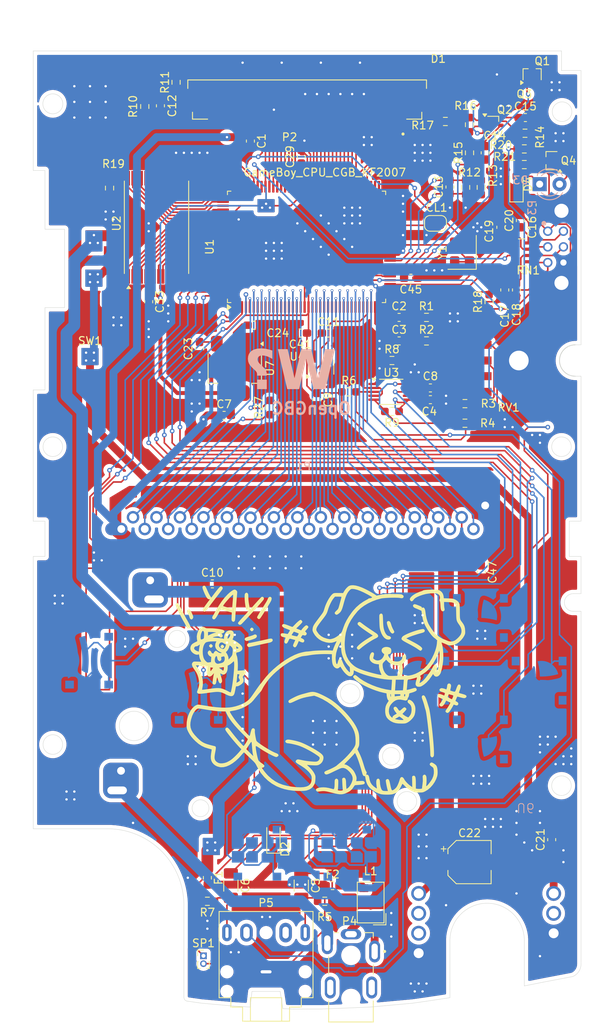
<source format=kicad_pcb>
(kicad_pcb (version 20241229) (generator "pcbnew") (generator_version "9.0")
  (layers (0 "F.Cu" signal) (2 "B.Cu" signal) (13 "F.Paste" user) (15 "B.Paste" user) (5 "F.SilkS" user "F.Silkscreen") (7 "B.SilkS" user "B.Silkscreen") (1 "F.Mask" user) (3 "B.Mask" user) (25 "Edge.Cuts" user))
  (net 0 "")
  (net 1 "GND")
  (net 2 "+5V")
  (net 3 "/Audio/S02")
  (net 4 "Net-(C2-Pad2)")
  (net 5 "/Audio/S01")
  (net 6 "Net-(C3-Pad2)")
  (net 7 "Net-(U3-BYPASS)")
  (net 8 "Net-(U3-LEFT_OUT{slash}BTL_OUT-)")
  (net 9 "Net-(C5-Pad2)")
  (net 10 "Net-(C6-Pad2)")
  (net 11 "Net-(U3-RIGHT_OUT)")
  (net 12 "+3.3V")
  (net 13 "Net-(U4-CT)")
  (net 14 "Net-(C12-Pad1)")
  (net 15 "/IR_PORT/R3")
  (net 16 "/IR_PORT/R2")
  (net 17 "Net-(Q2-C)")
  (net 18 "Net-(C14-Pad2)")
  (net 19 "Net-(Q2-B)")
  (net 20 "Net-(P3-SCK)")
  (net 21 "Net-(P3-P14)")
  (net 22 "Net-(P3-SIN)")
  (net 23 "Net-(P3-SOUT)")
  (net 24 "VCC")
  (net 25 "Net-(P1-~{RES})")
  (net 26 "Net-(CL1-A)")
  (net 27 "Net-(D1-A)")
  (net 28 "Net-(D1-K)")
  (net 29 "/Power/B+")
  (net 30 "Net-(D3-K)")
  (net 31 "Net-(D3-A)")
  (net 32 "Net-(F1-Pad2)")
  (net 33 "Net-(F2-Pad1)")
  (net 34 "Net-(L1-Pad1)")
  (net 35 "Net-(L1-Pad4)")
  (net 36 "Net-(P1-VIN)")
  (net 37 "Net-(P1-D3)")
  (net 38 "Net-(P1-A15)")
  (net 39 "Net-(P1-D6)")
  (net 40 "Net-(P1-A9)")
  (net 41 "Net-(P1-PHI)")
  (net 42 "Net-(P1-~{RD})")
  (net 43 "Net-(P1-~{CS})")
  (net 44 "Net-(P1-A14)")
  (net 45 "Net-(P1-A3)")
  (net 46 "Net-(P1-D0)")
  (net 47 "Net-(P1-A4)")
  (net 48 "Net-(P1-D4)")
  (net 49 "Net-(P1-A13)")
  (net 50 "Net-(P1-D5)")
  (net 51 "Net-(P1-A11)")
  (net 52 "Net-(P1-A12)")
  (net 53 "Net-(P1-A2)")
  (net 54 "Net-(P1-A5)")
  (net 55 "Net-(P1-A0)")
  (net 56 "Net-(P1-A7)")
  (net 57 "Net-(P1-D7)")
  (net 58 "Net-(P1-D1)")
  (net 59 "Net-(P1-D2)")
  (net 60 "Net-(P1-A8)")
  (net 61 "Net-(P1-A10)")
  (net 62 "Net-(P1-A1)")
  (net 63 "Net-(P1-A6)")
  (net 64 "Net-(P1-~{WR})")
  (net 66 "/DISP_FFC/R3")
  (net 67 "/DISP_FFC/G1")
  (net 68 "/DISP_FFC/R2")
  (net 70 "/DISP_FFC/R5")
  (net 71 "/DISP_FFC/R0")
  (net 75 "/DISP_FFC/PS")
  (net 78 "/DISP_FFC/DCLK")
  (net 79 "/DISP_FFC/R1")
  (net 80 "/DISP_FFC/B0")
  (net 85 "/DISP_FFC/LP")
  (net 87 "/DISP_FFC/SPS")
  (net 88 "/DISP_FFC/G3")
  (net 89 "/DISP_FFC/MOD")
  (net 91 "/DISP_FFC/SPL")
  (net 92 "/DISP_FFC/G5")
  (net 93 "/DISP_FFC/G0")
  (net 95 "/DISP_FFC/G4")
  (net 96 "/DISP_FFC/B1")
  (net 97 "/DISP_FFC/G2")
  (net 98 "/DISP_FFC/B3")
  (net 99 "/DISP_FFC/R4")
  (net 102 "/DISP_FFC/B2")
  (net 103 "/DISP_FFC/B4")
  (net 105 "/DISP_FFC/CLS")
  (net 107 "/DISP_FFC/B5")
  (net 109 "/Power/B-")
  (net 111 "Net-(U3-HP-IN)")
  (net 112 "/IR_PORT/R0")
  (net 113 "Net-(Q2-E)")
  (net 114 "Net-(Q4-C)")
  (net 115 "Net-(Q4-B)")
  (net 116 "Net-(RV1-S02_IN)")
  (net 117 "Net-(RV1-S01_IN)")
  (net 118 "Net-(U3-LEFT_IN)")
  (net 119 "Net-(R3-Pad1)")
  (net 120 "Net-(R4-Pad1)")
  (net 121 "Net-(U3-RIGHT_IN)")
  (net 122 "/IR_PORT/R1")
  (net 123 "/EXT_CONN/SCK")
  (net 124 "Net-(R19-Pad1)")
  (net 125 "Net-(U1B-~{WR})")
  (net 126 "/EXT_CONN/SOUT")
  (net 127 "/EXT_CONN/R4")
  (net 128 "/EXT_CONN/SIN")
  (net 129 "Net-(U3-BTL_OUT+)")
  (net 131 "/RAM_BUS.{slash}CS1")
  (net 133 "/RAM_BUS.MA10")
  (net 134 "/RAM_BUS.MA4")
  (net 135 "Net-(U1A-P13)")
  (net 136 "/RAM_BUS.MA3")
  (net 137 "/RAM_BUS.MA0")
  (net 138 "/RAM_BUS.MA6")
  (net 139 "/RAM_BUS.MD0")
  (net 141 "/RAM_BUS.MA9")
  (net 142 "Net-(U1B-CK1)")
  (net 144 "/RAM_BUS.MD1")
  (net 148 "/RAM_BUS.MA5")
  (net 149 "/RAM_BUS.{slash}MRD")
  (net 150 "/RAM_BUS.MD5")
  (net 151 "Net-(U1A-P10)")
  (net 152 "/RAM_BUS.MA1")
  (net 153 "Net-(U1A-P02)")
  (net 154 "Net-(U1A-P11)")
  (net 155 "/RAM_BUS.MD4")
  (net 157 "/RAM_BUS.MD7")
  (net 159 "/RAM_BUS.MA2")
  (net 160 "/RAM_BUS.MD3")
  (net 161 "/RAM_BUS.MD2")
  (net 163 "Net-(U1A-P03)")
  (net 165 "/RAM_BUS.{slash}MWR")
  (net 166 "Net-(U1A-P12)")
  (net 167 "/RAM_BUS.RA1")
  (net 169 "Net-(U1A-P01)")
  (net 171 "Net-(U1A-P00)")
  (net 172 "/RAM_BUS.RA0")
  (net 173 "/RAM_BUS.MA8")
  (net 174 "/RAM_BUS.MA12")
  (net 175 "/RAM_BUS.MA11")
  (net 176 "/RAM_BUS.MA7")
  (net 177 "/RAM_BUS.MD6")
  (footprint "Resistor_SMD:R_0603_1608Metric_Pad0.98x0.95mm_HandSolder" (layer "F.Cu") (at 149 49.9125 90)
    (property "Reference" "R12")
    (property "Value" "200k")
  )
  (footprint "gbc_repro_lib:gbc_ir_leds" (layer "F.Cu") (at 145.275 38.2)
    (property "Reference" "D1")
    (property "Value" "IR LED")
  )
  (footprint "Resistor_SMD:R_0603_1608Metric_Pad0.98x0.95mm_HandSolder" (layer "F.Cu") (at 139.5875 72)
    (property "Reference" "R8")
    (property "Value" "20k")
  )
  (footprint "Capacitor_SMD:C_0603_1608Metric_Pad1.08x0.95mm_HandSolder" (layer "F.Cu") (at 128 46 90)
    (property "Reference" "C29")
    (property "Value" ".01uF" (hide yes))
  )
  (footprint "Resistor_SMD:R_0603_1608Metric_Pad0.98x0.95mm_HandSolder" (layer "F.Cu") (at 152 64.5 -90)
    (property "Reference" "R18")
    (property "Value" "5.6k")
  )
  (footprint "Jumper:SolderJumper-2_P1.3mm_Bridged_RoundedPad1.0x1.5mm" (layer "F.Cu") (at 145.15 54.5)
    (property "Reference" "CL1")
    (property "Value" "SolderJumper_2_Bridged" (hide yes))
  )
  (footprint "gbc_repro_lib:LQFP-128_14x20mm_P0.5mm" (layer "F.Cu") (at 128.675 57.5 90)
    (property "Reference" "U1")
    (property "Value" "GameBoy_CPU_CGB_KF2007")
  )
  (footprint "Connector_PinHeader_1.00mm:PinHeader_1x02_P1.00mm_Vertical" (layer "F.Cu") (at 115.5 147.96)
    (property "Reference" "SP1")
    (property "Value" "Speaker")
  )
  (footprint "Diode_SMD:D_SOD-323_HandSoldering" (layer "F.Cu") (at 124.440732 132.85 90)
    (property "Reference" "D2")
    (property "Value" "1SS355")
  )
  (footprint "Capacitor_SMD:C_0603_1608Metric_Pad1.08x0.95mm_HandSolder" (layer "F.Cu") (at 108.5 64.5 -90)
    (property "Reference" "C33")
    (property "Value" ".01uF")
  )
  (footprint "Capacitor_SMD:C_0603_1608Metric_Pad1.08x0.95mm_HandSolder" (layer "F.Cu") (at 110 39.5 90)
    (property "Reference" "C12")
    (property "Value" ".47uF")
  )
  (footprint "Capacitor_SMD:CP_Elec_5x5.3" (layer "F.Cu") (at 149.5 136)
    (property "Reference" "C22")
    (property "Value" "100uF")
  )
  (footprint "Fuse:Fuse_0603_1608Metric_Pad1.05x0.95mm_HandSolder" (layer "F.Cu") (at 132 139 180)
    (property "Reference" "F2")
    (property "Value" "Fuse")
  )
  (footprint "Package_TO_SOT_SMD:SOT-323_SC-70" (layer "F.Cu") (at 160 46.5 180)
    (property "Reference" "Q4")
    (property "Value" "2SC4081UB")
  )
  (footprint "Capacitor_SMD:C_0603_1608Metric_Pad1.08x0.95mm_HandSolder" (layer "F.Cu") (at 147 49.8625 90)
    (property "Reference" "C13")
    (property "Value" "33pF")
  )
  (footprint "Capacitor_SMD:C_0603_1608Metric_Pad1.08x0.95mm_HandSolder" (layer "F.Cu") (at 144.5 75.5)
    (property "Reference" "C8")
    (property "Value" "0.1uF")
  )
  (footprint "Inductor_SMD:L_CommonModeChoke_Coilcraft_1812CAN" (layer "F.Cu") (at 136.865 141.16 180)
    (property "Reference" "L1")
    (property "Value" "Choke_CommonMode_FerriteCore_1243")
  )
  (footprint "Capacitor_SMD:C_0603_1608Metric_Pad1.08x0.95mm_HandSolder" (layer "F.Cu") (at 157.5 52.1375 90)
    (property "Reference" "C16")
    (property "Value" ".01uF")
  )
  (footprint "Capacitor_SMD:C_0603_1608Metric_Pad1.08x0.95mm_HandSolder" (layer "F.Cu") (at 121.5 44 -90)
    (property "Reference" "C1")
    (property "Value" "0.1uF")
  )
  (footprint "Package_TO_SOT_SMD:SOT-23-5_HandSoldering" (layer "F.Cu") (at 130.55 72.85 90)
    (property "Reference" "U4")
    (property "Value" "TPS3840DL35")
  )
  (footprint "Capacitor_SMD:C_0603_1608Metric_Pad1.08x0.95mm_HandSolder" (layer "F.Cu") (at 156.6375 41)
    (property "Reference" "C15")
    (property "Value" "1uF")
  )
  (footprint "Capacitor_SMD:C_0603_1608Metric_Pad1.08x0.95mm_HandSolder" (layer "F.Cu") (at 151.5 45.5 -90)
    (property "Reference" "C14")
    (property "Value" ".015uF")
  )
  (footprint "Package_TO_SOT_SMD:SOT-223-3_TabPin2" (layer "F.Cu") (at 119.5 73 -90)
    (property "Reference" "U7")
    (property "Value" "LD1117S33TR_SOT223")
  )
  (footprint "Resistor_SMD:R_0603_1608Metric_Pad0.98x0.95mm_HandSolder" (layer "F.Cu") (at 144 66.5)
    (property "Reference" "R1")
    (property "Value" "510R")
  )
  (footprint "Resistor_SMD:R_0603_1608Metric_Pad0.98x0.95mm_HandSolder" (layer "F.Cu") (at 124 78 90)
    (property "Reference" "R27")
    (property "Value" "100R")
  )
  (footprint "Resistor_SMD:R_0603_1608Metric_Pad0.98x0.95mm_HandSolder" (layer "F.Cu") (at 148.9125 77.5 180)
    (property "Reference" "R3")
    (property "Value" "100k" (hide yes))
  )
  (footprint "Diode_SMD:D_SOD-323_HandSoldering" (layer "F.Cu") (at 155.5 49.75 90)
    (property "Reference" "D4")
    (property "Value" "1SS355")
  )
  (footprint "Resistor_SMD:R_0603_1608Metric_Pad0.98x0.95mm_HandSolder" (layer "F.Cu") (at 156.5 47)
    (property "Reference" "R21")
    (property "Value" "47k" (hide yes))
  )
  (footprint "Oscillator:Oscillator_SMD_SeikoEpson_SG8002CE-4Pin_3.2x2.5mm" (layer "F.Cu") (at 148.55 58.2 90)
    (property "Reference" "Y1")
    (property "Value" "SG-8018CG 8.388608M-TJHPA0" (hide yes))
  )
  (footprint "Capacitor_SMD:C_0603_1608Metric_Pad1.08x0.95mm_HandSolder" (layer "F.Cu") (at 153.5 55 90)
    (property "Reference" "C19")
    (property "Value" "100pF")
  )
  (footprint "Capacitor_SMD:C_1206_3216Metric_Pad1.33x1.80mm_HandSolder" (layer "F.Cu") (at 128 139 -90)
    (property "Reference" "C5")
    (property "Value" "100uF")
  )
  (footprint "Package_SO:VSSOP-10_3x3mm_P0.5mm" (layer "F.Cu") (at 139.5 76)
    (property "Reference" "U3")
    (property "Value" "LM4853")
  )
  (footprint "gbc_repro_lib:SWITCHCRAFT_RAPC752SX" (layer "F.Cu") (at 134.35 153.4 180)
    (property "Reference" "P4")
    (property "Value" "Barrel_Jack_Switch")
  )
  (footprint "Capacitor_SMD:C_0603_1608Metric_Pad1.08x0.95mm_HandSolder" (layer "F.Cu") (at 142 61.5)
    (property "Reference" "C45")
    (property "Value" ".01uF")
  )
  (footprint "Resistor_SMD:R_0603_1608Metric_Pad0.98x0.95mm_HandSolder" (layer "F.Cu") (at 139.5875 78.5 180)
    (property "Reference" "R9")
    (property "Value" "20k")
  )
  (footprint "Fuse:Fuse_0603_1608Metric_Pad1.05x0.95mm_HandSolder" (layer "F.Cu") (at 116 138 90)
    (property "Reference" "F1")
    (property "Value" "Fuse")
  )
  (footprint "Resistor_SMD:R_0603_1608Metric_Pad0.98x0.95mm_HandSolder" (layer "F.Cu") (at 103.5 50 90)
    (property "Reference" "R19")
    (property "Value" "750R")
  )
  (footprint "Capacitor_SMD:C_0603_1608Metric_Pad1.08x0.95mm_HandSolder" (layer "F.Cu") (at 151 99 -90)
    (property "Reference" "C47")
    (property "Value" "150pF")
  )
  (footprint "Resistor_SMD:R_Array_Concave_4x0603" (layer "F.Cu") (at 156.15 58.2 180)
    (property "Reference" "RN1")
    (property "Value" "270R")
  )
  (footprint "Capacitor_SMD:C_0603_1608Metric_Pad1.08x0.95mm_HandSolder" (layer "F.Cu") (at 127.8625 68.5 180)
    (property "Reference" "C41")
    (property "Value" ".01uF")
  )
  (footprint "gbc_repro_lib:artwork" (layer "F.Cu") (at 130.5 113.5)
    (property "Reference" "G***" (hide yes))
    (property "Value" "LOGO" (hide yes))
  )
  (footprint "gbc_repro_lib:gbc_PowerSwitch" (layer "F.Cu") (at 100.775 59.95)
    (property "Reference" "SW1")
    (property "Value" "PWR_SWITCH" (hide yes))
  )
  (footprint "Capacitor_SMD:C_0603_1608Metric_Pad1.08x0.95mm_HandSolder" (layer "F.Cu") (at 154 63 -90)
    (property "Reference" "C17")
    (property "Value" "22pF")
  )
  (footprint "Resistor_SMD:R_0603_1608Metric_Pad0.98x0.95mm_HandSolder" (layer "F.Cu") (at 148.9125 80 180)
    (property "Reference" "R4")
    (property "Value" "100k" (hide yes))
  )
  (footprint "Package_TO_SOT_SMD:SOT-323_SC-70" (layer "F.Cu") (at 152.5 42)
    (property "Reference" "Q2")
    (property "Value" "2SC4081UB" (hide yes))
  )
  (footprint "Resistor_SMD:R_0603_1608Metric_Pad0.98x0.95mm_HandSolder" (layer "F.Cu") (at 149.5 41.9125 90)
    (property "Reference" "R16")
    (property "Value" "33k")
  )
  (footprint "Capacitor_SMD:C_0603_1608Metric_Pad1.08x0.95mm_HandSolder" (layer "F.Cu") (at 155.5 63 -90)
    (property "Reference" "C18")
    (property "Value" "100pF")
  )
  (footprint "Capacitor_SMD:C_0603_1608Metric_Pad1.08x0.95mm_HandSolder" (layer "F.Cu") (at 130 77 -90)
    (property "Reference" "C9")
    (property "Value" "1uF")
  )
  (footprint "Resistor_SMD:R_0603_1608Metric_Pad0.98x0.95mm_HandSolder" (layer "F.Cu") (at 156.5 45)
    (property "Reference" "R20")
    (property "Value" "750R" (hide yes))
  )
  (footprint "Resistor_SMD:R_0603_1608Metric_Pad0.98x0.95mm_HandSolder" (layer "F.Cu") (at 151 49.9125 -90)
    (property "Reference" "R13")
    (property "Value" "4.7k")
  )
  (footprint "Capacitor_SMD:C_0603_1608Metric_Pad1.08x0.95mm_HandSolder" (layer "F.Cu") (at 122 67.5)
    (property "Reference" "C24")
    (property "Value" "10uF")
  )
  (footprint "Capacitor_SMD:C_0603_1608Metric_Pad1.08x0.95mm_HandSolder" (layer "F.Cu") (at 144.5 77)
    (property "Reference" "C4")
    (property "Value" "1uF")
  )
  (footprint "Resistor_SMD:R_0603_1608Metric_Pad0.98x0.95mm_HandSolder" (layer "F.Cu") (at 146.4125 41.5)
    (property "Reference" "R17")
    (property "Value" "33k")
  )
  (footprint "Capacitor_SMD:C_1206_3216Metric_Pad1.33x1.80mm_HandSolder" (layer "F.Cu") (at 119 139 -90)
    (property "Reference" "C6")
    (property "Value" "100uF")
  )
  (footprint "Resistor_SMD:R_0603_1608Metric_Pad0.98x0.95mm_HandSolder" (layer "F.Cu") (at 116 141 180)
    (property "Reference" "R7")
    (property "Value" "1k")
  )
  (footprint "gbc_repro_lib:audio_jack" (layer "F.Cu") (at 123.5 150)
    (property "Reference" "P5")
    (property "Value" "AudioJack3_Switch")
  )
  (footprint "Package_TO_SOT_SMD:SOT-323_SC-70" (layer "F.Cu") (at 157.5 35.5 90)
    (property "Reference" "Q1")
    (property "Value" "2SC4081UB" (hide yes))
  )
  (footprint "Resistor_SMD:R_0603_1608Metric_Pad0.98x0.95mm_HandSolder" (layer "F.Cu") (at 144 69.5)
    (property "Reference" "R2")
    (property "Value" "510R")
  )
  (footprint "gbc_repro_lib:AMPHENOL_62684-502100AHLF" (layer "F.Cu") (at 128.75 38.7 180)
    (property "Reference" "P2")
    (property "Value" "DISP_FFC")
  )
  (footprint "Capacitor_SMD:C_0603_1608Metric_Pad1.08x0.95mm_HandSolder" (layer "F.Cu") (at 131.5 68.5)
    (property "Reference" "C11")
    (property "Value" ".033uF")
  )
  (footprint "Resistor_SMD:R_0603_1608Metric_Pad0.98x0.95mm_HandSolder" (layer "F.Cu") (at 149.5 45.5 90)
    (property "Reference" "R15")
    (property "Value" "2k" (hide yes))
  )
  (footprint "gbc_repro_lib:TSOP-I-28_11.8x8mm_P0.55mm" (layer "F.Cu") (at 109.5 55 90)
    (property "Reference" "U2")
    (property "Value" "AS6C62256-55STIN")
  )
  (footprint "gbc_repro_lib:gbc_ir_leds" (layer "F.Cu") (at 150.5 38.3)
    (property "Reference" "Q3")
    (property "Value" "PT380F")
  )
  (footprint "Resistor_SMD:R_0603_1608Metric_Pad0.98x0.95mm_HandSolder" (layer "F.Cu") (at 134.0875 76)
    (property "Reference" "R6")
    (property "Value" "100k")
  )
  (footprint "Capacitor_SMD:C_0603_1608Metric_Pad1.08x0.95mm_HandSolder" (layer "F.Cu") (at 140.5 66.5)
    (property "Reference" "C2")
    (property "Value" "1uF")
  )
  (footprint "Capacitor_SMD:C_0603_1608Metric_Pad1.08x0.95mm_HandSolder" (layer "F.Cu") (at 140.5 69.5)
    (property "Reference" "C3")
    (property "Value" "1uF")
  )
  (footprint "Resistor_SMD:R_0603_1608Metric_Pad0.98x0.95mm_HandSolder" (layer "F.Cu") (at 112 36.5 90)
    (property "Reference" "R11")
    (property "Value" "150R")
  )
  (footprint "Capacitor_SMD:C_0603_1608Metric_Pad1.08x0.95mm_HandSolder" (layer "F.Cu") (at 115 70.5 -90)
    (property "Reference" "C23")
    (property "Value" "0.1uF")
  )
  (footprint "Capacitor_SMD:C_0603_1608Metric_Pad1.08x0.95mm_HandSolder" (layer "F.Cu") (at 156 54.1375 90)
    (property "Reference" "C20")
    (property "Value" "100pF")
  )
  (footprint "gbc_repro_lib:gbc_volume_wheel" (layer "F.Cu") (at 159 72 180)
    (property "Reference" "RV1")
    (property "Value" "10k x2")
    (fp_arc (start -4 -2) (mid -2 0) (end -4 2) (stroke (width 0.1)) (layer "Edge.Cuts"))
  )
  (footprint "Resistor_SMD:R_0603_1608Metric_Pad0.98x0.95mm_HandSolder" (layer "F.Cu") (at 156.5875 43)
    (property "Reference" "R14")
    (property "Value" "1M")
  )
  (footprint "Capacitor_SMD:C_0603_1608Metric_Pad1.08x0.95mm_HandSolder" (layer "F.Cu") (at 116.6375 100.5)
    (property "Reference" "C10")
    (property "Value" ".01uF")
  )
  (footprint "Capacitor_SMD:C_0603_1608Metric_Pad1.08x0.95mm_HandSolder" (layer "F.Cu") (at 160 133.1375 90)
    (property "Reference" "C21")
    (property "Value" "4.7uF")
  )
  (footprint "Resistor_SMD:R_0603_1608Metric_Pad0.98x0.95mm_HandSolder" (layer "F.Cu") (at 108 39.5875 -90)
    (property "Reference" "R10")
    (property "Value" "1k")
  )
  (footprint "Resistor_SMD:R_0603_1608Metric_Pad0.98x0.95mm_HandSolder" (layer "F.Cu") (at 131 141)
    (property "Reference" "R5")
    (property "Value" "1k")
  )
  (footprint "Capacitor_SMD:C_0603_1608Metric_Pad1.08x0.95mm_HandSolder" (layer "F.Cu") (at 118.1375 79)
    (property "Reference" "C7")
    (property "Value" "0.1uF")
  )
  (footprint "LED_THT:LED_D3.0mm" (layer "B.Cu") (at 158.46 49.5)
    (property "Reference" "D3")
    (property "Value" "LED")
  )
  (footprint "gbc_repro_lib:gbc_buttons" (layer "B.Cu") (at 128.390732 93.85 180)
    (property "Reference" "U8" (hide yes))
    (property "Value" "gbc_buttons" (hide yes))
  )
  (footprint "link-port:gbc-link-cable-adapter" (layer "B.Cu") (at 159.5 57.5 -90)
    (property "Reference" "P3")
    (property "Value" "EXT_CONNECTOR")
  )
  (footprint "gbc_repro_lib:GBC-PWRBD" (layer "B.Cu") (at 160 150.5 180)
    (property "Reference" "U6")
    (property "Value" "Regulator board")
  )
  (footprint "gbc_repro_lib:gbc_mgb_cart_slot" (layer "B.Cu") (at 128.25 93.5 180)
    (property "Reference" "P1")
    (property "Value" "CART_CONN")
  )
  (gr_poly (pts (xy 111.5 98) (xy 106 98) (xy 105.5 98.5) (xy 100.5 98.5) (xy 100.5 114) (xy 103.5 114) (xy 103.5 104) (xy 110.704839 104) (xy 111.5 103.204839)) (stroke (width 0.2)) (fill no) (layer "F.Cu"))
  (gr_rect (start 100 70.5) (end 102 72.5) (stroke (width 0.2)) (fill yes) (layer "F.Cu") (net 24))
  (gr_poly (pts (xy 117.5 133) (xy 115.5 133) (xy 115.5 135) (xy 117.5 135)) (stroke (width 0.2)) (fill yes) (layer "F.Cu") (net 32))
  (gr_rect (start 122.5 51.5) (end 124.5 53) (stroke (width 0.2)) (fill yes) (layer "F.Cu") (net 12))
  (gr_poly (pts (xy 104.275 55.475001) (xy 100.5 55.475001) (xy 100.5 58) (xy 102 58) (xy 102 56.675002) (xy 104.275 56.675002)) (stroke (width 0.2)) (fill yes) (layer "F.Cu") (net 32))
  (gr_rect (start 100.5 60.5) (end 102.5 62.5) (stroke (width 0.2)) (fill yes) (layer "F.Cu") (net 24))
  (gr_rect (start 100.5 55.5) (end 102.5 58) (stroke (width 0.2)) (fill yes) (layer "B.Cu") (net 32))
  (gr_rect (start 122.5 51.5) (end 124.5 53) (stroke (width 0.2)) (fill yes) (layer "B.Cu") (net 12))
  (gr_poly (pts (xy 117.5 133) (xy 115.5 133) (xy 115.5 135) (xy 117.5 135)) (stroke (width 0.2)) (fill yes) (layer "B.Cu") (net 32))
  (gr_rect (start 100 70.5) (end 102 72.5) (stroke (width 0.2)) (fill yes) (layer "B.Cu") (net 24))
  (gr_rect (start 100.5 60.5) (end 102.5 62.5) (stroke (width 0.2)) (fill yes) (layer "B.Cu") (net 24))
  (gr_line (start 162.7 150.6) (end 159.01557 151.3) (stroke (width 0.05)) (layer "Edge.Cuts"))
  (gr_line (start 95.25 75.75) (end 93.75 75.75) (stroke (width 0.05)) (layer "Edge.Cuts"))
  (gr_line (start 93.75 75.75) (end 93.75 92.5) (stroke (width 0.05)) (layer "Edge.Cuts"))
  (gr_line (start 159.01557 151.3) (end 156.5 151.8) (stroke (width 0.05)) (layer "Edge.Cuts"))
  (gr_circle (center 96.25058 120.9999) (end 95.5 120) (stroke (width 0.05)) (fill no) (layer "Edge.Cuts"))
  (gr_line (start 162.25 92.5) (end 163.75 92.5) (stroke (width 0.05)) (layer "Edge.Cuts"))
  (gr_circle (center 96.25058 39.25) (end 96.5 38) (stroke (width 0.05)) (fill no) (layer "Edge.Cuts"))
  (gr_line (start 97.75 55.25) (end 97.75 65.25) (stroke (width 0.05)) (layer "Edge.Cuts"))
  (gr_line (start 163.75 97) (end 162.25 97) (stroke (width 0.05)) (layer "Edge.Cuts"))
  (gr_arc (start 162.75 104) (mid 161.625 102.875) (end 162.75 101.75) (stroke (width 0.05)) (layer "Edge.Cuts"))
  (gr_line (start 163.75 101.75) (end 162.75 101.75) (stroke (width 0.05)) (layer "Edge.Cuts"))
  (gr_line (start 161.25 32.5) (end 161.25 35) (stroke (width 0.05)) (layer "Edge.Cuts"))
  (gr_circle (center 112.12558 107.5252) (end 112.5 106.5) (stroke (width 0.05)) (fill no) (layer "Edge.Cuts"))
  (gr_line (start 93.75 47.75) (end 95.25 47.75) (stroke (width 0.05)) (layer "Edge.Cuts"))
  (gr_line (start 163.75 74) (end 163.75 92.5) (stroke (width 0.05)) (layer "Edge.Cuts"))
  (gr_line (start 163.75 74) (end 163 74) (stroke (width 0.05)) (layer "Edge.Cuts"))
  (gr_circle (center 115.12532 129.12536) (end 116 128.5) (stroke (width 0.05)) (fill no) (layer "Edge.Cuts"))
  (gr_line (start 115.25 154) (end 113.5 153.75) (stroke (width 0.05)) (layer "Edge.Cuts"))
  (gr_arc (start 163.75 149.00008) (mid 163.464004 149.956883) (end 162.69998 150.59995) (stroke (width 0.05)) (layer "Edge.Cuts"))
  (gr_line (start 127 154.75) (end 126.3 154.725) (stroke (width 0.05)) (layer "Edge.Cuts"))
  (gr_circle (center 161.24918 82.99896) (end 160.5 82) (stroke (width 0.05)) (fill no) (layer "Edge.Cuts"))
  (gr_line (start 144 153.75) (end 147 153.3) (stroke (width 0.05)) (layer "Edge.Cuts"))
  (gr_line (start 142.25 154) (end 144 153.75) (stroke (width 0.05)) (layer "Edge.Cuts"))
  (gr_line (start 113 153.25) (end 113 141.5) (stroke (width 0.05)) (layer "Edge.Cuts"))
  (gr_line (start 121.7 152.5) (end 121.4625 154.5) (stroke (width 0.05)) (layer "Edge.Cuts"))
  (gr_circle (center 161.24918 126.25008) (end 162.5 126.25008) (stroke (width 0.05)) (fill no) (layer "Edge.Cuts"))
  (gr_circle (center 106.62394 118.625) (end 108.5 118.625) (stroke (width 0.05)) (fill no) (layer "Edge.Cuts"))
  (gr_line (start 93.75 92.5) (end 95.25 92.5) (stroke (width 0.05)) (layer "Edge.Cuts"))
  (gr_line (start 93.75 32.5) (end 161.25 32.5) (stroke (width 0.05)) (layer "Edge.Cuts"))
  (gr_line (start 115.25 154) (end 119.125 154.35) (stroke (width 0.05)) (layer "Edge.Cuts"))
  (gr_circle (center 139.49916 122.50104) (end 138.5 122) (stroke (width 0.05)) (fill no) (layer "Edge.Cuts"))
  (gr_arc (start 113.5 153.75) (mid 113.146447 153.603553) (end 113 153.25) (stroke (width 0.05)) (layer "Edge.Cuts"))
  (gr_arc (start 103.25 131.75) (mid 110.144291 134.605709) (end 113 141.5) (stroke (width 0.05)) (layer "Edge.Cuts"))
  (gr_circle (center 161.32538 40.25076) (end 161.32538 39) (stroke (width 0.05)) (fill no) (layer "Edge.Cuts"))
  (gr_line (start 95.25 55.25) (end 97.75 55.25) (stroke (width 0.05)) (layer "Edge.Cuts"))
  (gr_line (start 125.3 152.5) (end 125.65 154.7) (stroke (width 0.05)) (layer "Edge.Cuts"))
  (gr_circle (center 134.24898 114.50004) (end 135 113.5) (stroke (width 0.05)) (fill no) (layer "Edge.Cuts"))
  (gr_line (start 147 153.3) (end 147 146) (stroke (width 0.05)) (layer "Edge.Cuts"))
  (gr_line (start 163.75 104) (end 162.75 104) (stroke (width 0.05)) (layer "Edge.Cuts"))
  (gr_line (start 95.25 92.5) (end 95.25 97) (stroke (width 0.05)) (layer "Edge.Cuts"))
  (gr_line (start 125.3 152.5) (end 121.7 152.5) (stroke (width 0.05)) (layer "Edge.Cuts"))
  (gr_circle (center 141.50068 128.24906) (end 141.50068 127) (stroke (width 0.05)) (fill no) (layer "Edge.Cuts"))
  (gr_line (start 95.25 65.25) (end 95.25 75.75) (stroke (width 0.05)) (layer "Edge.Cuts"))
  (gr_line (start 95.25 47.75) (end 95.25 55.25) (stroke (width 0.05)) (layer "Edge.Cuts"))
  (gr_line (start 130.5 154.75) (end 128.75 154.75) (stroke (width 0.05)) (layer "Edge.Cuts"))
  (gr_line (start 95.25 97) (end 93.75 97) (stroke (width 0.05)) (layer "Edge.Cuts"))
  (gr_line (start 163.75 149.00008) (end 163.75 104) (stroke (width 0.05)) (layer "Edge.Cuts"))
  (gr_line (start 136.75 154.5) (end 130.5 154.75) (stroke (width 0.05)) (layer "Edge.Cuts"))
  (gr_line (start 163.75 35) (end 163.75 70) (stroke (width 0.05)) (layer "Edge.Cuts"))
  (gr_line (start 126.3 154.725) (end 125.65 154.7) (stroke (width 0.05)) (layer "Edge.Cuts"))
  (gr_line (start 93.75 131.75) (end 103.25 131.75) (stroke (width 0.05)) (layer "Edge.Cuts"))
  (gr_line (start 156.5 146) (end 156.5 151.8) (stroke (width 0.05)) (layer "Edge.Cuts"))
  (gr_line (start 162.25 97) (end 162.25 92.5) (stroke (width 0.05)) (layer "Edge.Cuts"))
  (gr_circle (center 96.25058 82.99896) (end 95.5 82) (stroke (width 0.05)) (fill no) (layer "Edge.Cuts"))
  (gr_line (start 163 70) (end 163.75 70) (stroke (width 0.05)) (layer "Edge.Cuts"))
  (gr_line (start 93.75 97) (end 93.75 131.75) (stroke (width 0.05)) (layer "Edge.Cuts"))
  (gr_line (start 93.75 32.5) (end 93.75 47.75) (stroke (width 0.05)) (layer "Edge.Cuts"))
  (gr_line (start 97.75 65.25) (end 95.25 65.25) (stroke (width 0.05)) (layer "Edge.Cuts"))
  (gr_line (start 142.25 154) (end 136.75 154.5) (stroke (width 0.05)) (layer "Edge.Cuts"))
  (gr_line (start 127 154.75) (end 128.75 154.75) (stroke (width 0.05)) (layer "Edge.Cuts"))
  (gr_line (start 163.75 35) (end 161.25 35) (stroke (width 0.05)) (layer "Edge.Cuts"))
  (gr_line (start 163.75 97) (end 163.75 101.75) (stroke (width 0.05)) (layer "Edge.Cuts"))
  (gr_line (start 119.125 154.35) (end 121.4625 154.5) (stroke (width 0.05)) (layer "Edge.Cuts"))
  (gr_arc (start 147 146) (mid 151.75 141.25) (end 156.5 146) (stroke (width 0.05)) (layer "Edge.Cuts"))
  (gr_text "OpenGBC" (at 134.5 79 0) (layer "B.SilkS") (effects (font (size 1.5 1.5) (thickness 0.3) (bold yes)) (justify left bottom mirror)))
  (gr_text "W?" (at 132.5 76.5 0) (layer "B.SilkS") (effects (font (size 5 5) (thickness 0.3) (bold yes)) (justify left bottom mirror)))
  (segment (start 138.058824 76.5) (end 137.3 76.5) (width 0.2) (layer "F.Cu") (net 1))
  (segment (start 138.349943 61.25) (end 139.35 61.25) (width 0.2) (layer "F.Cu") (net 1))
  (segment (start 125 40.5) (end 124.5 40) (width 0.2) (layer "F.Cu") (net 1))
  (segment (start 128.425 49.825) (end 128.425 50.925) (width 0.2) (layer "F.Cu") (net 1))
  (segment (start 119.75 53.75) (end 118 53.75) (width 0.2) (layer "F.Cu") (net 1))
  (segment (start 137.3 75.5) (end 136 75.5) (width 0.2) (layer "F.Cu") (net 1))
  (segment (start 128.425 61.575) (end 128.851 61.149) (width 0.2) (layer "F.Cu") (net 1))
  (segment (start 154 63.8625) (end 153.6375 63.8625) (width 0.2) (layer "F.Cu") (net 1))
  (segment (start 153.6375 63.8625) (end 153 64.5) (width 0.2) (layer "F.Cu") (net 1))
  (segment (start 120 54) (end 119.75 53.75) (width 0.2) (layer "F.Cu") (net 1))
  (segment (start 128.425 50.925) (end 130 52.5) (width 0.2) (layer "F.Cu") (net 1))
  (segment (start 128.425 65.175) (end 128.425 61.575) (width 0.2) (layer "F.Cu") (net 1))
  (segment (start 135.5 75) (end 135.5 74.5) (width 0.2) (layer "F.Cu") (net 1))
  (segment (start 138.058824 75.5) (end 138.326 75.767176) (width 0.2) (layer "F.Cu") (net 1))
  (segment (start 136 75.5) (end 135.5 75) (width 0.2) (layer "F.Cu") (net 1))
  (segment (start 135.5 74.5) (end 135.2 74.2) (width 0.2) (layer "F.Cu") (net 1))
  (segment (start 125 41.5) (end 125 40.5) (width 0.2) (layer "F.Cu") (net 1))
  (segment (start 130 52.5) (end 133.5 52.5) (width 0.2) (layer "F.Cu") (net 1))
  (segment (start 145.3625 75.5) (end 145.3625 77) (width 0.2) (layer "F.Cu") (net 1))
  (segment (start 161.25 52.9) (end 163 54.65) (width 0.2) (layer "F.Cu") (net 1))
  (segment (start 128.425 49.825) (end 128.425 47.743134) (width 0.2) (layer "F.Cu") (net 1))
  (segment (start 151 64.5) (end 150.5 65) (width 0.2) (layer "F.Cu") (net 1))
  (segment (start 138.326 76.232824) (end 138.058824 76.5) (width 0.2) (layer "F.Cu") (net 1))
  (segment (start 163 54.65) (end 163 60.35) (width 0.2) (layer "F.Cu") (net 1))
  (segment (start 150.5 67.35) (end 151.175 68.025) (width 0.2) (layer "F.Cu") (net 1))
  (segment (start 128.425 47.743134) (end 128.776 47.392134) (width 0.2) (layer "F.Cu") (net 1))
  (segment (start 138.326 75.767176) (end 138.326 76.232824) (width 0.2) (layer "F.Cu") (net 1))
  (segment (start 153 64.5) (end 151 64.5) (width 0.2) (layer "F.Cu") (net 1))
  (segment (start 135.2 74.2) (end 131.5 74.2) (width 0.2) (layer "F.Cu") (net 1))
  (segment (start 128.776 45.9135) (end 128 45.1375) (width 0.2) (layer "F.Cu") (net 1))
  (segment (start 128.776 47.392134) (end 128.776 45.9135) (width 0.2) (layer "F.Cu") (net 1))
  (segment (start 155.5 63.8625) (end 154 63.8625) (width 0.2) (layer "F.Cu") (net 1))
  (segment (start 163 60.35) (end 161.25 62.1) (width 0.2) (layer "F.Cu") (net 1))
  (segment (start 138.248943 61.149) (end 138.349943 61.25) (width 0.2) (layer "F.Cu") (net 1))
  (segment (start 137.3 75.5) (end 138.058824 75.5) (width 0.2) (layer "F.Cu") (net 1))
  (segment (start 150.5 65) (end 150.5 67.35) (width 0.2) (layer "F.Cu") (net 1))
  (segment (start 128.851 61.149) (end 138.248943 61.149) (width 0.2) (layer "F.Cu") (net 1))
  (via (at 111 65) (size 0.6) (drill 0.3) (layers "F.Cu" "B.Cu") (net 1))
  (via (at 150 113.5) (size 0.6) (drill 0.3) (layers "F.Cu" "B.Cu") (net 1))
  (via (at 154.5 39.5) (size 0.6) (drill 0.3) (layers "F.Cu" "B.Cu") (net 1))
  (via (at 142.5 152.5) (size 0.6) (drill 0.3) (layers "F.Cu" "B.Cu") (net 1))
  (via (at 151 114.5) (size 0.6) (drill 0.3) (layers "F.Cu" "B.Cu") (net 1))
  (via (at 128 98.5) (size 0.6) (drill 0.3) (layers "F.Cu" "B.Cu") (net 1))
  (via (at 124 143) (size 0.6) (drill 0.3) (layers "F.Cu" "B.Cu") (net 1))
  (via (at 137 43.5) (size 0.6) (drill 0.3) (layers "F.Cu" "B.Cu") (net 1))
  (via (at 151 113.5) (size 0.6) (drill 0.3) (layers "F.Cu" "B.Cu") (net 1))
  (via (at 108.5 55.5) (size 0.6) (drill 0.3) (layers "F.Cu" "B.Cu") (net 1))
  (via (at 127.5 54.5) (size 0.6) (drill 0.3) (layers "F.Cu" "B.Cu") (net 1))
  (via (at 155.5 140) (size 0.6) (drill 0.3) (layers "F.Cu" "B.Cu") (net 1))
  (via (at 135.5 53.5) (size 0.6) (drill 0.3) (layers "F.Cu" "B.Cu") (net 1))
  (via (at 126.5 129.5) (size 0.6) (drill 0.3) (layers "F.Cu" "B.Cu") (net 1))
  (via (at 150 126) (size 0.6) (drill 0.3) (layers "F.Cu" "B.Cu") (net 1))
  (via (at 101 41) (size 0.6) (drill 0.3) (layers "F.Cu" "B.Cu") (net 1))
  (via (at 108.5 67) (size 0.6) (drill 0.3) (layers "F.Cu" "B.Cu") (net 1))
  (via (at 143.5 104.5) (size 0.6) (drill 0.3) (layers "F.Cu" "B.Cu") (net 1))
  (via (at 133.5 56.5) (size 0.6) (drill 0.3) (layers "F.Cu" "B.Cu") (net 1))
  (via (at 144 151.5) (size 0.6) (drill 0.3) (layers "F.Cu" "B.Cu") (net 1))
  (via (at 150.5 107.5) (size 0.6) (drill 0.3) (layers "F.Cu" "B.Cu") (net 1))
  (via (at 143.5 120.5) (size 0.6) (drill 0.3) (layers "F.Cu" "B.Cu") (net 1))
  (via (at 139.5 145.5) (size 0.6) (drill 0.3) (layers "F.Cu" "B.Cu") (net 1))
  (via (at 101 37) (size 0.6) (drill 0.3) (layers "F.Cu" "B.Cu") (net 1))
  (via (at 134.5 57.5) (size 0.6) (drill 0.3) (layers "F.Cu" "B.Cu") (net 1))
  (via (at 101.5 97.5) (size 0.6) (drill 0.3) (layers "F.Cu" "B.Cu") (net 1))
  (via (at 155.5 132.5) (size 0.6) (drill 0.3) (layers "F.Cu" "B.Cu") (net 1))
  (via (at 143 134) (size 0.6) (drill 0.3) (layers "F.Cu" "B.Cu") (net 1))
  (via (at 120.5 120.5) (size 0.6) (drill 0.3) (layers "F.Cu" "B.Cu") (net 1))
  (via (at 119.5 108) (size 0.6) (drill 0.3) (layers "F.Cu" "B.Cu") (net 1))
  (via (at 130 38) (size 0.6) (drill 0.3) (layers "F.Cu" "B.Cu") (net 1))
  (via (at 113.5 122.5) (size 0.6) (drill 0.3) (layers "F.Cu" "B.Cu") (net 1))
  (via (at 134.5 52.5) (size 0.6) (drill 0.3) (layers "F.Cu" "B.Cu") (net 1))
  (via (at 99 39) (size 0.6) (drill 0.3) (layers "F.Cu" "B.Cu") (net 1))
  (via (at 146.5 77.5) (size 0.6) (drill 0.3) (layers "F.Cu" "B.Cu") (net 1))
  (via (at 130.5 53.5) (size 0.6) (drill 0.3) (layers "F.Cu" "B.Cu") (net 1))
  (via (at 114 77.5) (size 0.6) (drill 0.3) (layers "F.Cu" "B.Cu") (net 1))
  (via (at 135.5 54.5) (size 0.6) (drill 0.3) (layers "F.Cu" "B.Cu") (net 1))
  (via (at 97.5 102) (size 0.6) (drill 0.3) (layers "F.Cu" "B.Cu") (net 1))
  (via (at 128.5 38) (size 0.6) (drill 0.3) (layers "F.Cu" "B.Cu") (net 1))
  (via (at 156.5 133.5) (size 0.6) (drill 0.3) (layers "F.Cu" "B.Cu") (net 1))
  (via (at 133 110) (size 0.6) (drill 0.3) (layers "F.Cu" "B.Cu") (net 1))
  (via (at 144.5 46.5) (size 0.6) (drill 0.3) (layers "F.Cu" "B.Cu") (net 1))
  (via (at 142 73.5) (size 0.6) (drill 0.3) (layers "F.Cu" "B.Cu") (net 1))
  (via (at 143.5 105.5) (size 0.6) (drill 0.3) (layers "F.Cu" "B.Cu") (net 1))
  (via (at 158.5 81.5) (size 0.6) (drill 0.3) (layers "F.Cu" "B.Cu") (net 1))
  (via (at 130.5 34) (size 0.6) (drill 0.3) (layers "F.Cu" "B.Cu") (net 1))
  (via (at 144 134) (size 0.6) (drill 0.3) (layers "F.Cu" "B.Cu") (net 1))
  (via (at 150.5 106.5) (size 0.6) (drill 0.3) (layers "F.Cu" "B.Cu") (net 1))
  (via (at 143 132.5) (size 0.6) (drill 0.3) (layers "F.Cu" "B.Cu") (net 1))
  (via (at 101.5 96.5) (size 0.6) (drill 0.3) (layers "F.Cu" "B.Cu") (net 1))
  (via (at 152.5 131.5) (size 0.6) (drill 0.3) (layers "F.Cu" "B.Cu") (net 1))
  (via (at 160.5 123.5) (size 0.6) (drill 0.3) (layers "F.Cu" "B.Cu") (net 1))
  (via (at 134.5 53.5) (size 0.6) (drill 0.3) (layers "F.Cu" "B.Cu") (net 1))
  (via (at 151 55) (size 0.6) (drill 0.3) (layers "F.Cu" "B.Cu") (net 1))
  (via (at 111 66) (size 0.6) (drill 0.3) (layers "F.Cu" "B.Cu") (net 1))
  (via (at 142.5 72.5) (size 0.6) (drill 0.3) (layers "F.Cu" "B.Cu") (net 1))
  (via (at 120.5 119) (size 0.6) (drill 0.3) (layers "F.Cu" "B.Cu") (net 1))
  (via (at 161 36.5) (size 0.6) (drill 0.3) (layers "F.Cu" "B.Cu") (net 1))
  (via (at 159.5 121) (size 0.6) (drill 0.3) (layers "F.Cu" "B.Cu") (net 1))
  (via (at 120 97) (size 0.6) (drill 0.3) (layers "F.Cu" "B.Cu") (net 1))
  (via (at 131.5 110) (size 0.6) (drill 0.3) (layers "F.Cu" "B.Cu") (net 1))
  (via (at 115 74.5) (size 0.6) (drill 0.3) (layers "F.Cu" "B.Cu") (net 1))
  (via (at 124 97) (size 0.6) (drill 0.3) (layers "F.Cu" "B.Cu") (net 1))
  (via (at 152 125) (size 0.6) (drill 0.3) (layers "F.Cu" "B.Cu") (net 1))
  (via (at 99 41) (size 0.6) (drill 0.3) (layers "F.Cu" "B.Cu") (net 1))
  (via (at 137 44.5) (size 0.6) (drill 0.3) (layers "F.Cu" "B.Cu") (net 1))
  (via (at 133.5 53.5) (size 0.6) (drill 0.3) (layers "F.Cu" "B.Cu") (net 1))
  (via (at 131.5 58.5) (size 0.6) (drill 0.3) (layers "F.Cu" "B.Cu") (net 1))
  (via (at 108.5 68) (size 0.6) (drill 0.3) (layers "F.Cu" "B.Cu") (net 1))
  (via (at 160 36.5) (size 0.6) (drill 0.3) (layers "F.Cu" "B.Cu") (net 1))
  (via (at 161 37.5) (size 0.6) (drill 0.3) (layers "F.Cu" "B.Cu") (net 1))
  (via (at 114 78.5) (size 0.6) (drill 0.3) (layers "F.Cu" "B.Cu") (net 1))
  (via (at 161.5 136) (size 0.6) (drill 0.3) (layers "F.Cu" "B.Cu") (net 1))
  (via (at 133.5 54.5) (size 0.6) (drill 0.3) (layers "F.Cu" "B.Cu") (net 1))
  (via (at 134.5 110) (size 0.6) (drill 0.3) (layers "F.Cu" "B.Cu") (net 1))
  (via (at 98 127) (size 0.6) (drill 0.3) (layers "F.Cu" "B.Cu") (net 1))
  (via (at 150.5 54.5) (size 0.6) (drill 0.3) (layers "F.Cu" "B.Cu") (net 1))
  (via (at 144 56) (size 0.6) (drill 0.3) (layers "F.Cu" "B.Cu") (net 1))
  (via (at 128.4 43.948527) (size 0.6) (drill 0.3) (layers "F.Cu" "B.Cu") (net 1))
  (via (at 136 43.5) (size 0.6) (drill 0.3) (layers "F.Cu" "B.Cu") (net 1))
  (via (at 131 118) (size 0.6) (drill 0.3) (layers "F.Cu" "B.Cu") (net 1))
  (via (at 111 67) (size 0.6) (drill 0.3) (layers "F.Cu" "B.Cu") (net 1))
  (via (at 158.5 120) (size 0.6) (drill 0.3) (layers "F.Cu" "B.Cu") (net 1))
  (via (at 161.5 123.5) (size 0.6) (drill 0.3) (layers "F.Cu" "B.Cu") (net 1))
  (via (at 160.5 43) (size 0.6) (drill 0.3) (layers "F.Cu" "B.Cu") (net 1))
  (via (at 153.5 48.5) (size 0.6) (drill 0.3) (layers "F.Cu" "B.Cu") (net 1))
  (via (at 142.5 44.5) (size 0.6) (drill 0.3) (layers "F.Cu" "B.Cu") (net 1))
  (via (at 126 97) (size 0.6) (drill 0.3) (layers "F.Cu" "B.Cu") (net 1))
  (via (at 103 41) (size 0.6) (drill 0.3) (layers "F.Cu" "B.Cu") (net 1))
  (via (at 139.5 142.5) (size 0.6) (drill 0.3) (layers "F.Cu" "B.Cu") (net 1))
  (via (at 123 143) (size 0.6) (drill 0.3) (layers "F.Cu" "B.Cu") (net 1))
  (via (at 114.5 123.5) (size 0.6) (drill 0.3) (layers "F.Cu" "B.Cu") (net 1))
  (via (at 118.5 108) (size 0.6) (drill 0.3) (layers "F.Cu" "B.Cu") (net 1))
  (via (at 143 73.5) (size 0.6) (drill 0.3) (layers "F.Cu" "B.Cu") (net 1))
  (via (at 124.5 59) (size 0.6) (drill 0.3) (layers "F.Cu" "B.Cu") (net 1))
  (via (at 158.5 129.5) (size 0.6) (drill 0.3) (layers "F.Cu" "B.Cu") (net 1))
  (via (at 153 35.5) (size 0.6) (drill 0.3) (layers "F.Cu" "B.Cu") (net 1))
  (via (at 105.5 107.5) (size 0.6) (drill 0.3) (layers "F.Cu" "B.Cu") (net 1))
  (via (at 120.5 34) (size 0.6) (drill 0.3) (layers "F.Cu" "B.Cu") (net 1))
  (via (at 120 98.5) (size 0.6) (drill 0.3) (layers "F.Cu" "B.Cu") (net 1))
  (via (at 115 77.5) (size 0.6) (drill 0.3) (layers "F.Cu" "B.Cu") (net 1))
  (via (at 103 53) (size 0.6) (drill 0.3) (layers "F.Cu" "B.Cu") (net 1))
  (via (at 119.5 107) (size 0.6) (drill 0.3) (layers "F.Cu" "B.Cu") (net 1))
  (via (at 142.5 105.5) (size 0.6) (drill 0.3) (layers "F.Cu" "B.Cu") (net 1))
  (via (at 116 45.5) (size 0.6) (drill 0.3) (layers "F.Cu" "B.Cu") (net 1))
  (via (at 147 52.5) (size 0.6) (drill 0.3) (layers "F.Cu" "B.Cu") (net 1))
  (via (at 152 126) (size 0.6) (drill 0.3) (layers "F.Cu" "B.Cu") (net 1))
  (via (at 105 66.5) (size 0.6) (drill 0.3) (layers "F.Cu" "B.Cu") (net 1))
  (via (at 142.5 46.5) (size 0.6) (drill 0.3) (layers "F.Cu" "B.Cu") (net 1))
  (via (at 147 66) (size 0.6) (drill 0.3) (layers "F.Cu" "B.Cu") (net 1))
  (via (at 141 51) (size 0.6) (drill 0.3) (layers "F.Cu" "B.Cu") (net 1))
  (via (at 161.5 122.5) (size 0.6) (drill 0.3) (layers "F.Cu" "B.Cu") (net 1))
  (via (at 144.5 44.5) (size 0.6) (drill 0.3) (layers "F.Cu" "B.Cu") (net 1))
  (via (at 132.5 119.5) (size 0.6) (drill 0.3) (layers "F.Cu" "B.Cu") (net 1))
  (via (at 131.5 108.5) (size 0.6) (drill 0.3) (layers "F.Cu" "B.Cu") (net 1))
  (via (at 128.5 55.5) (size 0.6) (drill 0.3) (layers "F.Cu" "B.Cu") (net 1))
  (via (at 143.5 45.5) (size 0.6) (drill 0.3) (layers "F.Cu" "B.Cu") (net 1))
  (via (at 115 45.5) (size 0.6) (drill 0.3) (layers "F.Cu" "B.Cu") (net 1))
  (via (at 146.5 76.5) (size 0.6) (drill 0.3) (layers "F.Cu" "B.Cu") (net 1))
  (via (at 134.5 54.5) (size 0.6) (drill 0.3) (layers "F.Cu" "B.Cu") (net 1))
  (via (at 142.5 119.5) (size 0.6) (drill 0.3) (layers "F.Cu" "B.Cu") (net 1))
  (via (at 106.5 131) (size 0.6) (drill 0.3) (layers "F.Cu" "B.Cu") (net 1))
  (via (at 132.5 55.5) (size 0.6) (drill 0.3) (layers "F.Cu" "B.Cu") (net 1))
  (via (at 153.5 39.5) (size 0.6) (drill 0.3) (layers "F.Cu" "B.Cu") (net 1))
  (via (at 129.5 121) (size 0.6) (drill 0.3) (layers "F.Cu" "B.Cu") (net 1))
  (via (at 157.5 81.5) (size 0.6) (drill 0.3) (layers "F.Cu" "B.Cu") (net 1))
  (via (at 144.5 45.5) (size 0.6) (drill 0.3) (layers "F.Cu" "B.Cu") (net 1))
  (via (at 114 74.5) (size 0.6) (drill 0.3) (layers "F.Cu" "B.Cu") (net 1))
  (via (at 142.5 104.5) (size 0.6) (drill 0.3) (layers "F.Cu" "B.Cu") (net 1))
  (via (at 125.5 129.5) (size 0.6) (drill 0.3) (layers "F.Cu" "B.Cu") (net 1))
  (via (at 158.5 122) (size 0.6) (drill 0.3) (layers "F.Cu" "B.Cu") (net 1))
  (via (at 119.5 109) (size 0.6) (drill 0.3) (layers "F.Cu" "B.Cu") (net 1))
  (via (at 113 45.5) (size 0.6) (drill 0.3) (layers "F.Cu" "B.Cu") (net 1))
  (via (at 125.5 58) (size 0.6) (drill 0.3) (layers "F.Cu" "B.Cu") (net 1))
  (via (at 151.5 106.5) (size 0.6) (drill 0.3) (layers "F.Cu" "B.Cu") (net 1))
  (via (at 151.5 131.5) (size 0.6) (drill 0.3) (layers "F.Cu" "B.Cu") (net 1))
  (via (at 134.5 38) (size 0.6) (drill 0.3) (layers "F.Cu" "B.Cu") (net 1))
  (via (at 118.5 107) (size 0.6) (drill 0.3) (layers "F.Cu" "B.Cu") (net 1))
  (via (at 151 126) (size 0.6) (drill 0.3) (layers "F.Cu" "B.Cu") (net 1))
  (via (at 108.5 69) (size 0.6) (drill 0.3) (layers "F.Cu" "B.Cu") (net 1))
  (via (at 148 66) (size 0.6) (drill 0.3) (layers "F.Cu" "B.Cu") (net 1))
  (via (at 145 60.5) (size 0.6) (drill 0.3) (layers "F.Cu" "B.Cu") (net 1))
  (via (at 135.5 34) (size 0.6) (drill 0.3) (layers "F.Cu" "B.Cu") (net 1))
  (via (at 132.5 121) (size 0.6) (drill 0.3) (layers "F.Cu" "B.Cu") (net 1))
  (via (at 127 128.5) (size 0.6) (drill 0.3) (layers "F.Cu" "B.Cu") (net 1))
  (via (at 120 147.5) (size 0.6) (drill 0.3) (layers "F.Cu" "B.Cu") (net 1))
  (via (at 130.5 57.5) (size 0.6) (drill 0.3) (layers "F.Cu" "B.Cu") (net 1))
  (via (at 131 121) (size 0.6) (drill 0.3) (layers "F.Cu" "B.Cu") (net 1))
  (via (at 138 69.5) (size 0.6) (drill 0.3) (layers "F.Cu" "B.Cu") (net 1))
  (via (at 98 128) (size 0.6) (drill 0.3) (layers "F.Cu" "B.Cu") (net 1))
  (via (at 113.5 138) (size 0.6) (drill 0.3) (layers "F.Cu" "B.Cu") (net 1))
  (via (at 155 80.5) (size 0.6) (drill 0.3) (layers "F.Cu" "B.Cu") (net 1))
  (via (at 133 108.5) (size 0.6) (drill 0.3) (layers "F.Cu" "B.Cu") (net 1))
  (via (at 105 67.5) (size 0.6) (drill 0.3) (layers "F.Cu" "B.Cu") (net 1))
  (via (at 129.5 118) (size 0.6) (drill 0.3) (layers "F.Cu" "B.Cu") (net 1))
  (via (at 143.5 44.5) (size 0.6) (drill 0.3) (layers "F.Cu" "B.Cu") (net 1))
  (via (at 106.5 107.5) (size 0.6) (drill 0.3) (layers "F.Cu" "B.Cu") (net 1))
  (via (at 150 125) (size 0.6) (drill 0.3) (layers "F.Cu" "B.Cu") (net 1))
  (via (at 114 45.5) (size 0.6) (drill 0.3) (layers "F.Cu" "B.Cu") (net 1))
  (via (at 97.5 103) (size 0.6) (drill 0.3) (layers "F.Cu" "B.Cu") (net 1))
  (via (at 155.5 131) (size 0.6) (drill 0.3) (layers "F.Cu" "B.Cu") (net 1))
  (via (at 122 98.5) (size 0.6) (drill 0.3) (layers "F.Cu" "B.Cu") (net 1))
  (via (at 115 73.5) (size 0.6) (drill 0.3) (layers "F.Cu" "B.Cu") (net 1))
  (via (at 159.5 120) (size 0.6) (drill 0.3) (layers "F.Cu" "B.Cu") (net 1))
  (via (at 122 97) (size 0.6) (drill 0.3) (layers "F.Cu" "B.Cu") (net 1))
  (via (at 131.5 38) (size 0.6) (drill 0.3) (layers "F.Cu" "B.Cu") (net 1))
  (via (at 112 45.5) (size 0.6) (drill 0.3) (layers "F.Cu" "B.Cu") (net 1))
  (via (at 158.5 82.5) (size 0.6) (drill 0.3) (layers "F.Cu" "B.Cu") (net 1))
  (via (at 151 125) (size 0.6) (drill 0.3) (layers "F.Cu" "B.Cu") (net 1))
  (via (at 149 52.5) (size 0.6) (drill 0.3) (layers "F.Cu" "B.Cu") (net 1))
  (via (at 158.5 148) (size 0.6) (drill 0.3) (layers "F.Cu" "B.Cu") (net 1))
  (via (at 138 73) (size 0.6) (drill 0.3) (layers "F.Cu" "B.Cu") (net 1))
  (via (at 152.5 130.5) (size 0.6) (drill 0.3) (layers "F.Cu" "B.Cu") (net 1))
  (via (at 135.5 52.5) (size 0.6) (drill 0.3) (layers "F.Cu" "B.Cu") (net 1))
  (via (at 144 60.5) (size 0.6) (drill 0.3) (layers "F.Cu" "B.Cu") (net 1))
  (via (at 124.5 58) (size 0.6) (drill 0.3) (layers "F.Cu" "B.Cu") (net 1))
  (via (at 153.5 47.5) (size 0.6) (drill 0.3) (layers "F.Cu" "B.Cu") (net 1))
  (via (at 155.5 129.5) (size 0.6) (drill 0.3) (layers "F.Cu" "B.Cu") (net 1))
  (via (at 154 79.5) (size 0.6) (drill 0.3) (layers "F.Cu" "B.Cu") (net 1))
  (via (at 99 128) (size 0.6) (drill 0.3) (layers "F.Cu" "B.Cu") (net 1))
  (via (at 101 39) (size 0.6) (drill 0.3) (layers "F.Cu" "B.Cu") (net 1))
  (via (at 150 114.5) (size 0.6) (drill 0.3) (layers "F.Cu" "B.Cu") (net 1))
  (via (at 105.5 108.5) (size 0.6) (drill 0.3) (layers "F.Cu" "B.Cu") (net 1))
  (via (at 146.5 141.5) (size 0.6) (drill 0.3) (layers "F.Cu" "B.Cu") (net 1))
  (via (at 131 119.5) (size 0.6) (drill 0.3) (layers "F.Cu" "B.Cu") (net 1))
  (via (at 114.5 122.5) (size 0.6) (drill 0.3) (layers "F.Cu" "B.Cu") (net 1))
  (via (at 120.5 116) (size 0.6) (drill 0.3) (layers "F.Cu" "B.Cu") (net 1))
  (via (at 131.5 107) (size 0.6) (drill 0.3) (layers "F.Cu" "B.Cu") (net 1))
  (via (at 125.5 57) (size 0.6) (drill 0.3) (layers "F.Cu" "B.Cu") (net 1))
  (via (at 153.5 131.5) (size 0.6) (drill 0.3) (layers "F.Cu" "B.Cu") (net 1))
  (via (at 148 67) (size 0.6) (drill 0.3) (layers "F.Cu" "B.Cu") (net 1))
  (via (at 120.5 117.5) (size 0.6) (drill 0.3) (layers "F.Cu" "B.Cu") (net 1))
  (via (at 124 98.5) (size 0.6) (drill 0.3) (layers "F.Cu" "B.Cu") (net 1))
  (via (at 124.5 40) (size 0.6) (drill 0.3) (layers "F.Cu" "B.Cu") (net 1))
  (via (at 123.5 59) (size 0.6) (drill 0.3) (layers "F.Cu" "B.Cu") (net 1))
  (via (at 134.5 107) (size 0.6) (drill 0.3) (layers "F.Cu" "B.Cu") (net 1))
  (via (at 129.5 56.5) (size 0.6) (drill 0.3) (layers "F.Cu" "B.Cu") (net 1))
  (via (at 120.5 114.5) (size 0.6) (drill 0.3) (layers "F.Cu" "B.Cu") (net 1))
  (via (at 144 135.5) (size 0.6) (drill 0.3) (layers "F.Cu" "B.Cu") (net 1))
  (via (at 161.5 43) (size 0.6) (drill 0.3) (layers "F.Cu" "B.Cu") (net 1))
  (via (at 99 127) (size 0.6) (drill 0.3) (layers "F.Cu" "B.Cu") (net 1))
  (via (at 141 58) (size 0.6) (drill 0.3) (layers "F.Cu" "B.Cu") (net 1))
  (via (at 158.5 131) (size 0.6) (drill 0.3) (layers "F.Cu" "B.Cu") (net 1))
  (via (at 137.5 62.5) (size 0.6) (drill 0.3) (layers "F.Cu" "B.Cu") (net 1))
  (via (at 153.5 49.5) (size 0.6) (drill 0.3) (layers "F.Cu" "B.Cu") (net 1))
  (via (at 160.5 120) (size 0.6) (drill 0.3) (layers "F.Cu" "B.Cu") (net 1))
  (via (at 143 151.5) (size 0.6) (drill 0.3) (layers "F.Cu" "B.Cu") (net 1))
  (via (at 136 38) (size 0.6) (drill 0.3) (layers "F.Cu" "B.Cu") (net 1))
  (via (at 161.5 134.5) (size 0.6) (drill 0.3) (layers "F.Cu" "B.Cu") (net 1))
  (via (at 143.5 152.5) (size 0.6) (drill 0.3) (layers "F.Cu" "B.Cu") (net 1))
  (via (at 158.5 121) (size 0.6) (drill 0.3) (layers "F.Cu" "B.Cu") (net 1))
  (via (at 160.5 44) (size 0.6) (drill 0.3) (layers "F.Cu" "B.Cu") (net 1))
  (via (at 144 132.5) (size 0.6) (drill 0.3) (layers "F.Cu" "B.Cu") (net 1))
  (via (at 141 56) (size 0.6) (drill 0.3) (layers "F.Cu" "B.Cu") (net 1))
  (via (at 104 67.5) (size 0.6) (drill 0.3) (layers "F.Cu" "B.Cu") (net 1))
  (via (at 142.5 45.5) (size 0.6) (drill 0.3) (layers "F.Cu" "B.Cu") (net 1))
  (via (at 133 38) (size 0.6) (drill 0.3) (layers "F.Cu" "B.Cu") (net 1))
  (via (at 132.5 118) (size 0.6) (drill 0.3) (layers "F.Cu" "B.Cu") (net 1))
  (via (at 142 151.5) (size 0.6) (drill 0.3) (layers "F.Cu" "B.Cu") (net 1))
  (via (at 103 39) (size 0.6) (drill 0.3) (layers "F.Cu" "B.Cu") (net 1))
  (via (at 151.5 130.5) (size 0.6) (drill 0.3) (layers "F.Cu" "B.Cu") (net 1))
  (via (at 136 44.5) (size 0.6) (drill 0.3) (layers "F.Cu" "B.Cu") (net 1))
  (via (at 151.5 107.5) (size 0.6) (drill 0.3) (layers "F.Cu" "B.Cu") (net 1))
  (via (at 103 37) (size 0.6) (drill 0.3) (layers "F.Cu" "B.Cu") (net 1))
  (via (at 119 147.5) (size 0.6) (drill 0.3) (layers "F.Cu" "B.Cu") (net 1))
  (via (at 134.5 108.5) (size 0.6) (drill 0.3) (layers "F.Cu" "B.Cu") (net 1))
  (via (at 116 144.5) (size 0.6) (drill 0.3) (layers "F.Cu" "B.Cu") (net 1))
  (via (at 128 97) (size 0.6) (drill 0.3) (layers "F.Cu" "B.Cu") (net 1))
  (via (at 138 70.5) (size 0.6) (drill 0.3) (layers "F.Cu" "B.Cu") (net 1))
  (via (at 123.5 57) (size 0.6) (drill 0.3) (layers "F.Cu" "B.Cu") (net 1))
  (via (at 154 80.5) (size 0.6) (drill 0.3) (layers "F.Cu" "B.Cu") (net 1))
  (via (at 142.5 120.5) (size 0.6) (drill 0.3) (layers "F.Cu" "B.Cu") (net 1))
  (via (at 143.5 46.5) (size 0.6) (drill 0.3) (layers "F.Cu" "B.Cu") (net 1))
  (via (at 116 143.5) (size 0.6) (drill 0.3) (layers "F.Cu" "B.Cu") (net 1))
  (via (at 129.5 119.5) (size 0.6) (drill 0.3) (layers "F.Cu" "B.Cu") (net 1))
  (via (at 162.5 123.5) (size 0.6) (drill 0.3) (layers "F.Cu" "B.Cu") (net 1))
  (via (at 133 107) (size 0.6) (drill 0.3) (layers "F.Cu" "B.Cu") (net 1))
  (via (at 104 54) (size 0.6) (drill 0.3) (layers "F.Cu" "B.Cu") (net 1))
  (via (at 160 37.5) (size 0.6) (drill 0.3) (layers "F.Cu" "B.Cu") (net 1))
  (via (at 96.5 102) (size 0.6) (drill 0.3) (layers "F.Cu" "B.Cu") (net 1))
  (via (at 127.5 129.5) (size 0.6) (drill 0.3) (layers "F.Cu" "B.Cu") (net 1))
  (via (at 125.5 59) (size 0.6) (drill 0.3) (layers "F.Cu" "B.Cu") (net 1))
  (via (at 126 128.5) (size 0.6) (drill 0.3) (layers "F.Cu" "B.Cu") (net 1))
  (via (at 143 135.5) (size 0.6) (drill 0.3) (layers "F.Cu" "B.Cu") (net 1))
  (via (at 147 67) (size 0.6) (drill 0.3) (layers "F.Cu" "B.Cu") (net 1))
  (via (at 157.5 134.5) (size 0.6) (drill 0.3) (layers "F.Cu" "B.Cu") (net 1))
  (via (at 123.5 58) (size 0.6) (drill 0.3) (layers "F.Cu" "B.Cu") (net 1))
  (via (at 143.5 119.5) (size 0.6) (drill 0.3) (layers "F.Cu" "B.Cu") (net 1))
  (via (at 113.5 123.5) (size 0.6) (drill 0.3) (layers "F.Cu" "B.Cu") (net 1))
  (via (at 102.5 97.5) (size 0.6) (drill 0.3) (layers "F.Cu" "B.Cu") (net 1))
  (via (at 161.5 44) (size 0.6) (drill 0.3) (layers "F.Cu" "B.Cu") (net 1))
  (via (at 104 66.5) (size 0.6) (drill 0.3) (layers "F.Cu" "B.Cu") (net 1))
  (via (at 162.5 121.5) (size 0.6) (drill 0.3) (layers "F.Cu" "B.Cu") (net 1))
  (via (at 117.5 107) (size 0.6) (drill 0.3) (layers "F.Cu" "B.Cu") (net 1))
  (via (at 150 55) (size 0.6) (drill 0.3) (layers "F.Cu" "B.Cu") (net 1))
  (via (at 124.5 57) (size 0.6) (drill 0.3) (layers "F.Cu" "B.Cu") (net 1))
  (via (at 150.5 55.5) (size 0.6) (drill 0.3) (layers "F.Cu" "B.Cu") (net 1))
  (via (at 104 53) (size 0.6) (drill 0.3) (layers "F.Cu" "B.Cu") (net 1))
  (via (at 141 53) (size 0.6) (drill 0.3) (layers "F.Cu" "B.Cu") (net 1))
  (via (at 103 54) (size 0.6) (drill 0.3) (layers "F.Cu" "B.Cu") (net 1))
  (via (at 141 52) (size 0.6) (drill 0.3) (layers "F.Cu" "B.Cu") (net 1))
  (via (at 162.5 122.5) (size 0.6) (drill 0.3) (layers "F.Cu" "B.Cu") (net 1))
  (via (at 126 98.5) (size 0.6) (drill 0.3) (layers "F.Cu" "B.Cu") (net 1))
  (via (at 120 54) (size 0.6) (drill 0.3) (layers "F.Cu" "B.Cu") (net 1))
  (via (at 133.5 52.5) (size 0.6) (drill 0.3) (layers "F.Cu" "B.Cu") (net 1))
  (via (at 131.5 54.5) (size 0.6) (drill 0.3) (layers "F.Cu" "B.Cu") (net 1))
  (via (at 125.5 34) (size 0.6) (drill 0.3) (layers "F.Cu" "B.Cu") (net 1))
  (via (at 96.5 103) (size 0.6) (drill 0.3) (layers "F.Cu" "B.Cu") (net 1))
  (via (at 108.5 54.5) (size 0.6) (drill 0.3) (layers "F.Cu" "B.Cu") (net 1))
  (via (at 139.5 144) (size 0.6) (drill 0.3) (layers "F.Cu" "B.Cu") (net 1))
  (via (at 99 37) (size 0.6) (drill 0.3) (layers "F.Cu" "B.Cu") (net 1))
  (via (at 146 60.5) (size 0.6) (drill 0.3) (layers "F.Cu" "B.Cu") (net 1))
  (via (at 153.5 130.5) (size 0.6) (drill 0.3) (layers "F.Cu" "B.Cu") (net 1))
  (segment (start 101.592307 111.436238) (end 101.592307 111.063425) (width 0.2) (layer "B.Cu") (net 1))
  (segment (start 123.715732 133.45) (end 123.715732 131.373) (width 0.2) (layer "B.Cu") (net 1))
  (segment (start 159.277132 113.6874) (end 157.053332 113.6874) (width 0.2) (layer "B.Cu") (net 1))
  (segment (start 100.528545 112.5) (end 101.592307 111.436238) (width 0.2) (layer "B.Cu") (net 1))
  (segment (start 122.35 131.85) (end 121.433488 131.85) (width 0.2) (layer "B.Cu") (net 1))
  (segment (start 157.053332 113.6874) (end 155.390732 115.35) (width 0.2) (layer "B.Cu") (net 1))
  (segment (start 113.5 117) (end 114.528083 117) (width 0.2) (layer "B.Cu") (net 1))
  (segment (start 112.390732 111.85) (end 112.390732 114.3) (width 0.2) (layer "B.Cu") (net 1))
  (segment (start 127 132.307268) (end 127 135) (width 0.2) (layer "B.Cu") (net 1))
  (segment (start 126.725 135.275) (end 125.565732 135.275) (width 0.2) (layer "B.Cu") (net 1))
  (segment (start 123.715732 133.45) (end 123.715732 133.215732) (width 0.2) (layer "B.Cu") (net 1))
  (segment (start 125.741732 131.049) (end 127 132.307268) (width 0.2) (layer "B.Cu") (net 1))
  (segment (start 98.790732 107.75) (end 98.390732 107.35) (width 0.2) (layer "B.Cu") (net 1))
  (segment (start 99.5 112.5) (end 100.528545 112.5) (width 0.2) (layer "B.Cu") (net 1))
  (segment (start 131.215732 135.25) (end 130.25 135.25) (width 0.2) (layer "B.Cu") (net 1))
  (segment (start 137.192732 131) (end 135.665732 131) (width 0.2) (layer "B.Cu") (net 1))
  (segment (start 142.240732 113.65) (end 140.540732 115.35) (width 0.2) (layer "B.Cu") (net 1))
  (segment (start 137.241732 133.074) (end 137.241732 131.049) (width 0.2) (layer "B.Cu") (net 1))
  (segment (start 149.665732 104.075) (end 149.665732 105.575) (width 0.2) (layer "B.Cu") (net 1))
  (segment (start 127 135) (end 126.725 135.275) (width 0.2) (layer "B.Cu") (net 1))
  (segment (start 112.890732 114.8) (end 112.890732 116.390732) (width 0.2) (layer "B.Cu") (net 1))
  (segment (start 123.715732 133.215732) (end 122.35 131.85) (width 0.2) (layer "B.Cu") (net 1))
  (segment (start 131.390732 131.85) (end 131.497976 131.85) (width 0.2) (layer "B.Cu") (net 1))
  (segment (start 121.433488 131.85) (end 119.79961 133.483878) (width 0.2) (layer "B.Cu") (net 1))
  (segment (start 135.665732 131) (end 133.090732 133.575) (width 0.2) (layer "B.Cu") (net 1))
  (segment (start 119.890732 131.85) (end 119.890732 133.575) (width 0.2) (layer "B.Cu") (net 1))
  (segment (start 123.715732 131.373) (end 124.039732 131.049) (width 0.2) (layer "B.Cu") (net 1))
  (segment (start 136.865732 133.45) (end 137.241732 133.074) (width 0.2) (layer "B.Cu") (net 1))
  (segment (start 114.528083 117) (end 115.565732 115.962351) (width 0.2) (layer "B.Cu") (net 1))
  (segment (start 115.565732 115.962351) (end 115.565732 115.5) (width 0.2) (layer "B.Cu") (net 1))
  (segment (start 130.25 135.25) (end 130 135) (width 0.2) (layer "B.Cu") (net 1))
  (segment (start 98.790732 110.35) (end 98.790732 107.75) (width 0.2) (layer "B.Cu") (net 1))
  (segment (start 130 132.983488) (end 131.133488 131.85) (width 0.2) (layer "B.Cu") (net 1))
  (segment (start 98.790732 110.35) (end 98.790732 111.790732) (width 0.2) (layer "B.Cu") (net 1))
  (segment (start 112.890732 116.390732) (end 113.5 117) (width 0.2) (layer "B.Cu") (net 1))
  (segment (start 130 135) (end 130 132.983488) (width 0.2) (layer "B.Cu") (net 1))
  (segment (start 98.790732 111.790732) (end 99.5 112.5) (width 0.2) (layer "B.Cu") (net 1))
  (segment (start 112.390732 114.3) (end 112.890732 114.8) (width 0.2) (layer "B.Cu") (net 1))
  (segment (start 137.241732 131.049) (end 137.192732 131) (width 0.2) (layer "B.Cu") (net 1))
  (segment (start 148.065732 122.85) (end 147.890732 122.85) (width 0.2) (layer "B.Cu") (net 1))
  (segment (start 131.133488 131.85) (end 131.390732 131.85) (width 0.2) (layer "B.Cu") (net 1))
  (segment (start 149.840732 121.075) (end 148.065732 122.85) (width 0.2) (layer "B.Cu") (net 1))
  (segment (start 124.039732 131.049) (end 125.741732 131.049) (width 0.2) (layer "B.Cu") (net 1))
  (segment (start 131.497976 131.85) (end 133.156854 133.508878) (width 0.2) (layer "B.Cu") (net 1))
  (segment (start 149.665732 105.575) (end 147.890732 107.35) (width 0.2) (layer "B.Cu") (net 1))
  (segment (start 140.540732 115.35) (end 140.390732 115.35) (width 0.2) (layer "B.Cu") (net 1))
  (segment (start 153.5 65.4125) (end 152 65.4125) (width 0.2) (layer "F.Cu") (net 2))
  (segment (start 160.401 54.599) (end 161.873207 54.599) (width 0.2) (layer "F.Cu") (net 2))
  (segment (start 122 41.5) (end 122 40.648) (width 0.2) (layer "F.Cu") (net 2))
  (segment (start 120.824 66.226) (end 128.657824 66.226) (width 0.2) (layer "F.Cu") (net 2))
  (segment (start 121.5 43.1375) (end 122 42.6375) (width 0.2) (layer "F.Cu") (net 2))
  (segment (start 143 140) (end 143.3 140) (width 1) (layer "F.Cu") (net 2))
  (segment (start 116.5 75) (end 116.5 74.2) (width 0.5) (layer "F.Cu") (net 2))
  (segment (start 148.399 82.101) (end 137.101 82.101) (width 0.2) (layer "F.Cu") (net 2))
  (segment (start 159 53) (end 159.661 52.339) (width 0.2) (layer "F.Cu") (net 2))
  (segment (start 148.5 79) (end 149 79.5) (width 0.2) (layer "F.Cu") (net 2))
  (segment (start 140.8875 61.75) (end 139.35 61.75) (width 0.2) (layer "F.Cu") (net 2))
  (segment (start 112.4125 37) (end 112 37.4125) (width 0.2) (layer "F.Cu") (net 2))
  (segment (start 118.352 37) (end 112.4125 37) (width 0.2) (layer "F.Cu") (net 2))
  (segment (start 133.0375 76.1375) (end 133.175 76) (width 0.2) (layer "F.Cu") (net 2))
  (segment (start 129.75 61.75) (end 128.925 62.575) (width 0.2) (layer "F.Cu") (net 2))
  (segment (start 137.101 82.101) (end 133.175 78.175) (width 0.2) (layer "F.Cu") (net 2))
  (segment (start 159.5 55.5) (end 157.5 53.5) (width 0.2) (layer "F.Cu") (net 2))
  (segment (start 162.401 59.873207) (end 161.774207 60.5) (width 0.2) (layer "F.Cu") (net 2))
  (segment (start 115 69.6375) (end 116.9875 69.6375) (width 0.2) (layer "F.Cu") (net 2))
  (segment (start 161.774207 60.5) (end 160.168134 60.5) (width 0.2) (layer "F.Cu") (net 2))
  (segment (start 130 76.1375) (end 130.55 75.5875) (width 0.2) (layer "F.Cu") (net 2))
  (segment (start 159.661 52.339) (end 159.661 48.299) (width 0.2) (layer "F.Cu") (net 2))
  (segment (start 130 76.1375) (end 133.0375 76.1375) (width 0.2) (layer "F.Cu") (net 2))
  (segment (start 149 79.5) (end 149 81.5) (width 0.2) (layer "F.Cu") (net 2))
  (segment (start 144.524 77.467134) (end 146.056866 79) (width 0.2) (layer "F.Cu") (net 2))
  (segment (start 116.5 74.2) (end 117.2 73.5) (width 0.5) (layer "F.Cu") (net 2))
  (segment (start 117.2 73.5) (end 117.2 69.85) (width 0.5) (layer "F.Cu") (net 2))
  (segment (start 161.873207 54.599) (end 162.401 55.126793) (width 0.2) (layer "F.Cu") (net 2))
  (segment (start 128.925 62.575) (end 128.925 65.175) (width 0.2) (layer "F.Cu") (net 2))
  (segment (start 141.1375 61.5) (end 140.8875 61.75) (width 0.2) (layer "F.Cu") (net 2))
  (segment (start 128.925 65.958824) (end 128.925 65.175) (width 0.2) (layer "F.Cu") (net 2))
  (segment (start 157.5 53.5) (end 157.5 53) (width 0.2) (layer "F.Cu") (net 2))
  (segment (start 149 81.5) (end 148.399 82.101) (width 0.2) (layer "F.Cu") (net 2))
  (segment (start 118.5 43.5) (end 121.1375 43.5) (width 1) (layer "F.Cu") (net 2))
  (segment (start 117.2 69.85) (end 117.275 69.925) (width 0.2) (layer "F.Cu") (net 2))
  (segment (start 160.168134 60.5) (end 155.255634 65.4125) (width 0.2) (layer "F.Cu") (net 2))
  (segment (start 122 42.6375) (end 122 41.5) (width 0.2) (layer "F.Cu") (net 2))
  (segment (start 159.5 55.5) (end 160.401 54.599) (width 0.2) (layer "F.Cu") (net 2))
  (segment (start 122 40.648) (end 118.352 37) (width 0.2) (layer "F.Cu") (net 2))
  (segment (start 128.725 68.5) (end 128.725 75.225) (width 0.2) (layer "F.Cu") (net 2))
  (segment (start 116.9875 69.6375) (end 117.2 69.85) (width 0.2) (layer "F.Cu") (net 2))
  (segment (start 139.35 61.75) (end 138 61.75) (width 0.2) (layer "F.Cu") (net 2))
  (segment (start 157.5 53) (end 159 53) (width 0.2) (layer "F.Cu") (net 2))
  (segment (start 128.657824 66.226) (end 128.925 65.958824) (width 0.2) (layer "F.Cu") (net 2))
  (segment (start 130.55 75.5875) (end 130.55 74.2) (width 0.2) (layer "F.Cu") (net 2))
  (segment (start 156.5875 48) (end 155.5875 47) (width 0.2) (layer "F.Cu") (net 2))
  (segment (start 159.661 48.299) (end 159.362 48) (width 0.2) (layer "F.Cu") (net 2))
  (segment (start 128.725 75.225) (end 129.6375 76.1375) (width 0.2) (layer "F.Cu") (net 2))
  (segment (start 128.725 68.5) (end 128.925 68.3) (width 0.2) (layer "F.Cu") (net 2))
  (segment (start 162.401 55.126793) (end 162.401 59.873207) (width 0.2) (layer "F.Cu") (net 2))
  (segment (start 129.6375 76.1375) (end 130 76.1375) (width 0.2) (layer "F.Cu") (net 2))
  (segment (start 141.7 75.5) (end 143.6375 75.5) (width 0.2) (layer "F.Cu") (net 2))
  (segment (start 121.1375 43.5) (end 121.5 43.1375) (width 1) (layer "F.Cu") (net 2))
  (segment (start 117.275 79) (end 116 79) (width 1) (layer "F.Cu") (net 2))
  (segment (start 117.2 69.85) (end 120.824 66.226) (width 0.2) (layer "F.Cu") (net 2))
  (segment (start 147 136) (end 147.3 136) (width 0.2) (layer "F.Cu") (net 2))
  (segment (start 128.925 68.3) (end 128.925 65.175) (width 0.2) (layer "F.Cu") (net 2))
  (segment (start 138 61.75) (end 129.75 61.75) (width 0.2) (layer "F.Cu") (net 2))
  (segment (start 146.056866 79) (end 148.5 79) (width 0.2) (layer "F.Cu") (net 2))
  (segment (start 144.524 76.3865) (end 144.524 77.467134) (width 0.2) (layer "F.Cu") (net 2))
  (segment (start 133.175 78.175) (end 133.175 76) (width 0.2) (layer "F.Cu") (net 2))
  (segment (start 143.3 140) (end 147.3 136) (width 1) (layer "F.Cu") (net 2))
  (segment (start 116 79) (end 115.5 79.5) (width 1) (layer "F.Cu") (net 2))
  (segment (start 143.6375 75.5) (end 144.524 76.3865) (width 0.2) (layer "F.Cu") (net 2))
  (segment (start 155.255634 65.4125) (end 153.5 65.4125) (width 0.2) (layer "F.Cu") (net 2))
  (segment (start 159.362 48) (end 156.5875 48) (width 0.2) (layer "F.Cu") (net 2))
  (via (at 138 61.75) (size 0.6) (drill 0.3) (layers "F.Cu" "B.Cu") (net 2))
  (via (at 115.5 79.5) (size 0.6) (drill 0.3) (layers "F.Cu" "B.Cu") (net 2))
  (via (at 153.5 65.4125) (size 0.6) (drill 0.3) (layers "F.Cu" "B.Cu") (net 2))
  (via (at 116.5 75) (size 0.6) (drill 0.3) (layers "F.Cu" "B.Cu") (net 2))
  (via (at 118.5 43.5) (size 0.6) (drill 0.3) (layers "F.Cu" "B.Cu") (net 2))
  (segment (start 104 73.5) (end 106.5 71) (width 1) (layer "B.Cu") (net 2))
  (segment (start 115.5 80) (end 115.5 79.5) (width 1) (layer "B.Cu") (net 2))
  (segment (start 102 83.5) (end 104 81.5) (width 1) (layer "B.Cu") (net 2))
  (segment (start 104 81.5) (end 104 81) (width 1) (layer "B.Cu") (net 2))
  (segment (start 107 53.5) (end 107 46) (width 1) (layer "B.Cu") (net 2))
  (segment (start 138 61.75) (end 149.8375 61.75) (width 0.2) (layer "B.Cu") (net 2))
  (segment (start 106.5 71) (end 107 70.5) (width 1) (layer "B.Cu") (net 2))
  (segment (start 107 46) (end 109.5 43.5) (width 1) (layer "B.Cu") (net 2))
  (segment (start 104 92.5) (end 104 91.5) (width 1) (layer "B.Cu") (net 2))
  (segment (start 116.5 78.5) (end 115.5 79.5) (width 0.5) (layer "B.Cu") (net 2))
  (segment (start 105 93.5) (end 102 90.5) (width 1) (layer "B.Cu") (net 2))
  (segment (start 109.5 43.5) (end 118.5 43.5) (width 1) (layer "B.Cu") (net 2))
  (segment (start 149.8375 61.75) (end 153.5 65.4125) (width 0.2) (layer "B.Cu") (net 2))
  (segment (start 116.5 75) (end 116.5 78.5) (width 0.5) (layer "B.Cu") (net 2))
  (segment (start 104 91.5) (end 115.5 80) (width 1) (layer "B.Cu") (net 2))
  (segment (start 102 90.5) (end 102 83.5) (width 1) (layer "B.Cu") (net 2))
  (segment (start 104 81) (end 104 73.5) (width 1) (layer "B.Cu") (net 2))
  (segment (start 107 70.5) (end 107 53.5) (width 1) (layer "B.Cu") (net 2))
  (segment (start 105 93.5) (end 104 92.5) (width 1) (layer "B.Cu") (net 2))
  (segment (start 139.25 66.5) (end 139.6375 66.5) (width 0.2) (layer "F.Cu") (net 3))
  (segment (start 137.925 65.175) (end 139.25 66.5) (width 0.2) (layer "F.Cu") (net 3))
  (segment (start 141.3625 66.5) (end 143.0875 66.5) (width 0.2) (layer "F.Cu") (net 4))
  (segment (start 139.6375 69.5) (end 137.425 67.2875) (width 0.2) (layer "F.Cu") (net 5))
  (segment (start 137.425 67.2875) (end 137.425 65.175) (width 0.2) (layer "F.Cu") (net 5))
  (segment (start 141.3625 69.5) (end 143.0875 69.5) (width 0.2) (layer "F.Cu") (net 6))
  (segment (start 143.1375 76.5) (end 141.7 76.5) (width 0.2) (layer "F.Cu") (net 7))
  (segment (start 143.6375 77) (end 143.1375 76.5) (width 0.2) (layer "F.Cu") (net 7))
  (segment (start 131 144.559372) (end 131 140.578433) (width 0.2) (layer "F.Cu") (net 8))
  (segment (start 115.5 148.96) (end 126.599372 148.96) (width 0.2) (layer "F.Cu") (net 8))
  (segment (start 126.599372 148.96) (end 131 144.559372) (width 0.2) (layer "F.Cu") (net 8))
  (segment (start 140.5 73.8) (end 140.5 72) (width 0.2) (layer "F.Cu") (net 8))
  (segment (start 137 121) (end 137 131) (width 0.2) (layer "F.Cu") (net 8))
  (segment (start 131.951 138.532866) (end 130.855634 137.4375) (width 0.2) (layer "F.Cu") (net 8))
  (segment (start 141.7 75) (end 140.5 73.8) (width 0.2) (layer "F.Cu") (net 8))
  (segment (start 141 117) (end 137 121) (width 0.2) (layer "F.Cu") (net 8))
  (segment (start 130.855634 137.4375) (end 128 137.4375) (width 0.2) (layer "F.Cu") (net 8))
  (segment (start 131 140.578433) (end 131.951 139.627433) (width 0.2) (layer "F.Cu") (net 8))
  (segment (start 134 134) (end 130 134) (width 0.2) (layer "F.Cu") (net 8))
  (segment (start 141.7 75) (end 140 75) (width 0.2) (layer "F.Cu") (net 8))
  (segment (start 128 136) (end 128 137.4375) (width 0.2) (layer "F.Cu") (net 8))
  (segment (start 137 131) (end 134 134) (width 0.2) (layer "F.Cu") (net 8))
  (segment (start 141 99.5) (end 141 117) (width 0.2) (layer "F.Cu") (net 8))
  (segment (start 131.951 139.627433) (end 131.951 138.532866) (width 0.2) (layer "F.Cu") (net 8))
  (segment (start 130 134) (end 128 136) (width 0.2) (layer "F.Cu") (net 8))
  (via (at 141 99.5) (size 0.6) (drill 0.3) (layers "F.Cu" "B.Cu") (net 8))
  (via (at 140 75) (size 0.6) (drill 0.3) (layers "F.Cu" "B.Cu") (net 8))
  (segment (start 154 96) (end 154 87) (width 0.2) (layer "B.Cu") (net 8))
  (segment (start 138 76) (end 139 75) (width 0.2) (layer "B.Cu") (net 8))
  (segment (start 139 75) (end 140 75) (width 0.2) (layer "B.Cu") (net 8))
  (segment (start 138 78) (end 138 76) (width 0.2) (layer "B.Cu") (net 8))
  (segment (start 150.5 99.5) (end 154 96) (width 0.2) (layer "B.Cu") (net 8))
  (segment (start 154 87) (end 152 85) (width 0.2) (layer "B.Cu") (net 8))
  (segment (start 152 85) (end 145 85) (width 0.2) (layer "B.Cu") (net 8))
  (segment (start 141 99.5) (end 150.5 99.5) (width 0.2) (layer "B.Cu") (net 8))
  (segment (start 145 85) (end 138 78) (width 0.2) (layer "B.Cu") (net 8))
  (segment (start 129.65 140.5625) (end 130.0875 141) (width 0.2) (layer "F.Cu") (net 9))
  (segment (start 128 141) (end 128.5 141.5) (width 0.2) (layer "F.Cu") (net 9))
  (segment (start 128 140.5625) (end 129.65 140.5625) (width 0.2) (layer "F.Cu") (net 9))
  (segment (start 128 140.5625) (end 128 141) (width 0.2) (layer "F.Cu") (net 9))
  (segment (start 128.5 141.5) (end 128.5 145) (width 0.2) (layer "F.Cu") (net 9))
  (segment (start 117.35 140.5625) (end 116.9125 141) (width 0.2) (layer "F.Cu") (net 10))
  (segment (start 118.5 141.5) (end 118.5 145) (width 0.2) (layer "F.Cu") (net 10))
  (segment (start 119 140.5625) (end 117.35 140.5625) (width 0.2) (layer "F.Cu") (net 10))
  (segment (start 119 141) (end 118.5 141.5) (width 0.2) (layer "F.Cu") (net 10))
  (segment (start 119 140.5625) (end 119 141) (width 0.2) (layer "F.Cu") (net 10))
  (segment (start 140.599 116.8339) (end 136.599 120.8339) (width 0.2) (layer "F.Cu") (net 11))
  (segment (start 140.5 78.2) (end 141.7 77) (width 0.2) (layer "F.Cu") (net 11))
  (segment (start 123.4375 133) (end 119 137.4375) (width 0.2) (layer "F.Cu") (net 11))
  (segment (start 140 102) (end 140.599 102.599) (width 0.2) (layer "F.Cu") (net 11))
  (segment (start 140 100) (end 140 102) (width 0.2) (layer "F.Cu") (net 11))
  (segment (start 140.5 78.5) (end 140.5 78.2) (width 0.2) (layer "F.Cu") (net 11))
  (segment (start 141.35 77.35) (end 140.35 77.35) (width 0.2) (layer "F.Cu") (net 11))
  (segment (start 136.599 130.8339) (end 134.4329 133) (width 0.2) (layer "F.Cu") (net 11))
  (segment (start 140.35 77.35) (end 140 77) (width 0.2) (layer "F.Cu") (net 11))
  (segment (start 134.4329 133) (end 123.4375 133) (width 0.2) (layer "F.Cu") (net 11))
  (segment (start 136.599 120.8339) (end 136.599 130.8339) (width 0.2) (layer "F.Cu") (net 11))
  (segment (start 140.599 102.599) (end 140.599 116.8339) (width 0.2) (layer "F.Cu") (net 11))
  (segment (start 141.7 77) (end 141.35 77.35) (width 0.2) (layer "F.Cu") (net 11))
  (via (at 140 100) (size 0.6) (drill 0.3) (layers "F.Cu" "B.Cu") (net 11))
  (via (at 140 77) (size 0.6) (drill 0.3) (layers "F.Cu" "B.Cu") (net 11))
  (segment (start 146 84) (end 140 78) (width 0.2) (layer "B.Cu") (net 11))
  (segment (start 155 86) (end 153 84) (width 0.2) (layer "B.Cu") (net 11))
  (segment (start 140 78) (end 140 77) (width 0.2) (layer "B.Cu") (net 11))
  (segment (start 140 100) (end 140.650057 100) (width 0.2) (layer "B.Cu") (net 11))
  (segment (start 141.349943 100) (end 152 100) (width 0.2) (layer "B.Cu") (net 11))
  (segment (start 152 100) (end 155 97) (width 0.2) (layer "B.Cu") (net 11))
  (segment (start 140.751057 100.101) (end 140.650057 100) (width 0.2) (layer "B.Cu") (net 11))
  (segment (start 155 97) (end 155 86) (width 0.2) (layer "B.Cu") (net 11))
  (segment (start 141.349943 100) (end 141.248943 100.101) (width 0.2) (layer "B.Cu") (net 11))
  (segment (start 153 84) (end 146 84) (width 0.2) (layer "B.Cu") (net 11))
  (segment (start 141.248943 100.101) (end 140.751057 100.101) (width 0.2) (layer "B.Cu") (net 11))
  (segment (start 150 59.4) (end 148.1 59.4) (width 0.2) (layer "F.Cu") (net 12))
  (segment (start 127.925 49.825) (end 127.925 46.9375) (width 0.2) (layer "F.Cu") (net 12))
  (segment (start 119 76.65) (end 119.5 76.15) (width 1) (layer "F.Cu") (net 12))
  (segment (start 146.68616 54.5) (end 145.8 54.5) (width 0.2) (layer "F.Cu") (net 12))
  (segment (start 123 39.5) (end 123.5 39) (width 0.2) (layer "F.Cu") (net 12))
  (segment (start 123 41.5) (end 123 45.5) (width 0.2) (layer "F.Cu") (net 12))
  (segment (start 110 64) (end 110 74) (width 0.5) (layer "F.Cu") (net 12))
  (segment (start 127.925 51) (end 127.925 49.825) (width 0.2) (layer "F.Cu") (net 12))
  (segment (start 119.25 53.25) (end 120.25 52.25) (width 0.2) (layer "F.Cu") (net 12))
  (segment (start 144 52.5) (end 142.5 51) (width 0.2) (layer "F.Cu") (net 12))
  (segment (start 123 52.5) (end 123.5 52.5) (width 0.2) (layer "F.Cu") (net 12))
  (segment (start 149.5 59.4) (end 148.501 58.401) (width 0.2) (layer "F.Cu") (net 12))
  (segment (start 127.925 46.9375) (end 128 46.8625) (width 0.2) (layer "F.Cu") (net 12))
  (segment (start 123.5 39) (end 125 39) (width 0.2) (layer "F.Cu") (net 12))
  (segment (start 120.25 52.25) (end 126.675 52.25) (width 0.2) (layer "F.Cu") (net 12))
  (segment (start 123 45.5) (end 122.5 46) (width 0.2) (layer "F.Cu") (net 12))
  (segment (start 120.5 67.5) (end 121.1375 67.5) (width 0.5) (layer "F.Cu") (net 12))
  (segment (start 109.6375 63.6375) (end 108.5 63.6375) (width 0.5) (layer "F.Cu") (net 12))
  (segment (start 127.925 51) (end 126.675 52.25) (width 0.2) (layer "F.Cu") (net 12))
  (segment (start 110 74) (end 112.15 76.15) (width 0.5) (layer "F.Cu") (net 12))
  (segment (start 119 79) (end 119 76.65) (width 1) (layer "F.Cu") (net 12))
  (segment (start 123 41.5) (end 123 39.5) (width 0.2) (layer "F.Cu") (net 12))
  (segment (start 148.501 56.31484) (end 146.68616 54.5) (width 0.2) (layer "F.Cu") (net 12))
  (segment (start 123.5 52.5) (end 124 52.5) (width 0.2) (layer "F.Cu") (net 12))
  (segment (start 125 39) (end 125.5 39.5) (width 0.2) (layer "F.Cu") (net 12))
  (segment (start 109.225 62.9125) (end 108.5 63.6375) (width 0.2) (layer "F.Cu") (net 12))
  (segment (start 110 64) (end 109.6375 63.6375) (width 0.5) (layer "F.Cu") (net 12))
  (segment (start 145.5 52.5) (end 144 52.5) (width 0.2) (layer "F.Cu") (net 12))
  (segment (start 109.225 61.27) (end 109.225 62.9125) (width 0.2) (layer "F.Cu") (net 12))
  (segment (start 146 54.3) (end 146 53) (width 0.2) (layer "F.Cu") (net 12))
  (segment (start 112.15 76.15) (end 119.5 76.15) (width 0.5) (layer "F.Cu") (net 12))
  (segment (start 119.5 68.5) (end 120.5 67.5) (width 0.5) (layer "F.Cu") (net 12))
  (segment (start 145.8 54.5) (end 146 54.3) (width 0.2) (layer "F.Cu") (net 12))
  (segment (start 119.5 69.85) (end 119.5 76.15) (width 1.5) (layer "F.Cu") (net 12))
  (segment (start 125.5 39.5) (end 125.5 41.5) (width 0.2) (layer "F.Cu") (net 12))
  (segment (start 148.501 58.401) (end 148.501 56.31484) (width 0.2) (layer "F.Cu") (net 12))
  (segment (start 118 53.25) (end 119.25 53.25) (width 0.2) (layer "F.Cu") (net 12))
  (segment (start 119.5 68.5) (end 119.5 69.85) (width 0.5) (layer "F.Cu") (net 12))
  (segment (start 146 53) (end 145.5 52.5) (width 0.2) (layer "F.Cu") (net 12))
  (segment (start 142.5 51) (end 142.5 50) (width 0.2) (layer "F.Cu") (net 12))
  (via (at 123.5 52) (size 0.6) (drill 0.3) (layers "F.Cu" "B.Cu") (net 12))
  (via (at 123 52.5) (size 0.6) (drill 0.3) (layers "F.Cu" "B.Cu") (net 12))
  (via (at 142.5 50) (size 0.6) (drill 0.3) (layers "F.Cu" "B.Cu") (net 12))
  (via (at 124 52.5) (size 0.6) (drill 0.3) (layers "F.Cu" "B.Cu") (net 12))
  (via (at 110 64) (size 0.6) (drill 0.3) (layers "F.Cu" "B.Cu") (net 12))
  (via (at 122.5 46) (size 0.6) (drill 0.3) (layers "F.Cu" "B.Cu") (net 12))
  (segment (start 142.5 50) (end 142 49.5) (width 0.2) (layer "B.Cu") (net 12))
  (segment (start 138 49.5) (end 134.5 46) (width 0.2) (layer "B.Cu") (net 12))
  (segment (start 123.5 50) (end 123.5 52.25) (width 0.2) (layer "B.Cu") (net 12))
  (segment (start 121 46.5) (end 121 47.5) (width 0.2) (layer "B.Cu") (net 12))
  (segment (start 142 49.5) (end 138 49.5) (width 0.2) (layer "B.Cu") (net 12))
  (segment (start 121.5 46) (end 121 46.5) (width 0.2) (layer "B.Cu") (net 12))
  (segment (start 121 47.5) (end 123.5 50) (width 0.2) (layer "B.Cu") (net 12))
  (segment (start 110 54.5) (end 110 64) (width 0.2) (layer "B.Cu") (net 12))
  (segment (start 112.25 52.25) (end 110 54.5) (width 0.2) (layer "B.Cu") (net 12))
  (segment (start 123.5 52.25) (end 112.25 52.25) (width 0.2) (layer "B.Cu") (net 12))
  (segment (start 134.5 46) (end 121.5 46) (width 0.2) (layer "B.Cu") (net 12))
  (segment (start 129.6 71.5) (end 129.6 69.5375) (width 0.2) (layer "F.Cu") (net 13))
  (segment (start 129.6 69.5375) (end 130.6375 68.5) (width 0.2) (layer "F.Cu") (net 13))
  (segment (start 108 40.5) (end 108.5 40.5) (width 0.2) (layer "F.Cu") (net 14))
  (segment (start 108.6375 40.3625) (end 110 40.3625) (width 0.2) (layer "F.Cu") (net 14))
  (segment (start 108.5 40.5) (end 108.6375 40.3625) (width 0.2) (layer "F.Cu") (net 14))
  (segment (start 139.35 59.25) (end 140.75 59.25) (width 0.2) (layer "F.Cu") (net 15))
  (segment (start 147 49) (end 149 49) (width 0.2) (layer "F.Cu") (net 15))
  (segment (start 147 49) (end 145 49) (width 0.2) (layer "F.Cu") (net 15))
  (segment (start 140.75 59.25) (end 142 58) (width 0.2) (layer "F.Cu") (net 15))
  (via (at 142 58) (size 0.6) (drill 0.3) (layers "F.Cu" "B.Cu") (net 15))
  (via (at 145 49) (size 0.6) (drill 0.3) (layers "F.Cu" "B.Cu") (net 15))
  (segment (start 142 58) (end 142 52) (width 0.2) (layer "B.Cu") (net 15))
  (segment (start 142 52) (end 145 49) (width 0.2) (layer "B.Cu") (net 15))
  (segment (start 145 51) (end 145.275 50.725) (width 0.2) (layer "F.Cu") (net 16))
  (segment (start 145.275 50.725) (end 147 50.725) (width 0.2) (layer "F.Cu") (net 16))
  (segment (start 139.35 59.75) (end 141.25 59.75) (width 0.2) (layer "F.Cu") (net 16))
  (segment (start 151 50.825) (end 149 50.825) (width 0.2) (layer "F.Cu") (net 16))
  (segment (start 148.9 50.725) (end 149 50.825) (width 0.2) (layer "F.Cu") (net 16))
  (segment (start 141.25 59.75) (end 143 58) (width 0.2) (layer "F.Cu") (net 16))
  (segment (start 147 50.725) (end 148.9 50.725) (width 0.2) (layer "F.Cu") (net 16))
  (via (at 145 51) (size 0.6) (drill 0.3) (layers "F.Cu" "B.Cu") (net 16))
  (via (at 143 58) (size 0.6) (drill 0.3) (layers "F.Cu" "B.Cu") (net 16))
  (segment (start 143 58) (end 143 53) (width 0.2) (layer "B.Cu") (net 16))
  (segment (start 143 53) (end 145 51) (width 0.2) (layer "B.Cu") (net 16))
  (segment (start 149.5 44.5875) (end 151.45 44.5875) (width 0.2) (layer "F.Cu") (net 17))
  (segment (start 151.5 44.6375) (end 151.5 44) (width 0.2) (layer "F.Cu") (net 17))
  (segment (start 151.45 44.5875) (end 151.5 44.6375) (width 0.2) (layer "F.Cu") (net 17))
  (segment (start 151.5 44) (end 153.5 42) (width 0.2) (layer "F.Cu") (net 17))
  (segment (start 156.550517 43.949483) (end 157.5 43) (width 0.2) (layer "F.Cu") (net 18))
  (segment (start 153.913017 43.949483) (end 156.550517 43.949483) (width 0.2) (layer "F.Cu") (net 18))
  (segment (start 151 49) (end 151 46.8625) (width 0.2) (layer "F.Cu") (net 18))
  (segment (start 151 46.8625) (end 151.5 46.3625) (width 0.2) (layer "F.Cu") (net 18))
  (segment (start 151.5 46.3625) (end 153.913017 43.949483) (width 0.2) (layer "F.Cu") (net 18))
  (segment (start 149.5 41) (end 149.224 40.724) (width 0.2) (layer "F.Cu") (net 19))
  (segment (start 155.775 41) (end 151.85 41) (width 0.2) (layer "F.Cu") (net 19))
  (segment (start 151.85 41) (end 151.5 41.35) (width 0.2) (layer "F.Cu") (net 19))
  (segment (start 149.5 41) (end 150 41) (width 0.2) (layer "F.Cu") (net 19))
  (segment (start 146.276 40.724) (end 145.5 41.5) (width 0.2) (layer "F.Cu") (net 19))
  (segment (start 150.35 41.35) (end 151.5 41.35) (width 0.2) (layer "F.Cu") (net 19))
  (segment (start 149.224 40.724) (end 146.276 40.724) (width 0.2) (layer "F.Cu") (net 19))
  (segment (start 150 41) (end 150.35 41.35) (width 0.2) (layer "F.Cu") (net 19))
  (segment (start 159.5 60.5) (end 159.5 59.5) (width 0.2) (layer "F.Cu") (net 20))
  (segment (start 157.1 59.5) (end 157 59.4) (width 0.2) (layer "F.Cu") (net 20))
  (segment (start 154 62.1375) (end 154.8625 63) (width 0.2) (layer "F.Cu") (net 20))
  (segment (start 157 63) (end 159.5 60.5) (width 0.2) (layer "F.Cu") (net 20))
  (segment (start 154.8625 63) (end 157 63) (width 0.2) (layer "F.Cu") (net 20))
  (segment (start 159.5 59.5) (end 157.1 59.5) (width 0.2) (layer "F.Cu") (net 20))
  (segment (start 156.051 58.899) (end 156.051 61.5865) (width 0.2) (layer "F.Cu") (net 21))
  (segment (start 160.4 58.6) (end 157 58.6) (width 0.2) (layer "F.Cu") (net 21))
  (segment (start 161.5 57.5) (end 160.4 58.6) (width 0.2) (layer "F.Cu") (net 21))
  (segment (start 156.051 61.5865) (end 155.5 62.1375) (width 0.2) (layer "F.Cu") (net 21))
  (segment (start 157 58.6) (end 156.35 58.6) (width 0.2) (layer "F.Cu") (net 21))
  (segment (start 156.35 58.6) (end 156.051 58.899) (width 0.2) (layer "F.Cu") (net 21))
  (segment (start 156.051 56.499) (end 156.051 57.5) (width 0.2) (layer "F.Cu") (net 22))
  (segment (start 156.351 57.8) (end 157 57.8) (width 0.2) (layer "F.Cu") (net 22))
  (segment (start 155.4145 55.8625) (end 156.051 56.499) (width 0.2) (layer "F.Cu") (net 22))
  (segment (start 157.3 57.5) (end 157 57.8) (width 0.2) (layer "F.Cu") (net 22))
  (segment (start 153.5 55.8625) (end 155.4145 55.8625) (width 0.2) (layer "F.Cu") (net 22))
  (segment (start 156.051 57.5) (end 156.351 57.8) (width 0.2) (layer "F.Cu") (net 22))
  (segment (start 159.5 57.5) (end 157.3 57.5) (width 0.2) (layer "F.Cu") (net 22))
  (segment (start 161.5 55.5) (end 160.401 56.599) (width 0.2) (layer "F.Cu") (net 23))
  (segment (start 156 55) (end 157 56) (width 0.2) (layer "F.Cu") (net 23))
  (segment (start 157.401 56.599) (end 157 57) (width 0.2) (layer "F.Cu") (net 23))
  (segment (start 157 56) (end 157 57) (width 0.2) (layer "F.Cu") (net 23))
  (segment (start 160.401 56.599) (end 157.401 56.599) (width 0.2) (layer "F.Cu") (net 23))
  (segment (start 159.5 80.5) (end 157 80.5) (width 0.2) (layer "F.Cu") (net 24))
  (segment (start 159.399504 80.600496) (end 159.5 80.5) (width 0.2) (layer "F.Cu") (net 24))
  (segment (start 159.5 94) (end 157 96.5) (width 0.2) (layer "F.Cu") (net 24))
  (segment (start 160 134) (end 159 134) (width 1) (layer "F.Cu") (net 24))
  (segment (start 156.5 83.5) (end 159.5 86.5) (width 0.2) (layer "F.Cu") (net 24))
  (segment (start 157 96.5) (end 157 92) (width 1) (layer "F.Cu") (net 24))
  (segment (start 108 87) (end 101 80) (width 1) (layer "F.Cu") (net 24))
  (segment (start 157 92) (end 152 87) (width 1) (layer "F.Cu") (net 24))
  (segment (start 157 80.5) (end 156.5 81) (width 0.2) (layer "F.Cu") (net 24))
  (segment (start 156.5 81) (end 156.5 83.5) (width 0.2) (layer "F.Cu") (net 24))
  (segment (start 101 80) (end 101 71.5) (width 1) (layer "F.Cu") (net 24))
  (segment (start 101.925 61.5) (end 103.525 59.9) (width 1) (layer "F.Cu") (net 24))
  (segment (start 160.25 140) (end 160.25 134.25) (width 1) (layer "F.Cu") (net 24))
  (segment (start 160.25 134.25) (end 160 134) (width 1) (layer "F.Cu") (net 24))
  (segment (start 159.5 86.5) (end 159.5 94) (width 0.2) (layer "F.Cu") (net 24))
  (segment (start 157 132) (end 157 96.5) (width 1) (layer "F.Cu") (net 24))
  (segment (start 154.5 45) (end 155.5875 45) (width 0.2) (layer "F.Cu") (net 24))
  (segment (start 152 87) (end 108 87) (width 1) (layer "F.Cu") (net 24))
  (segment (start 101.5 61.5) (end 101.925 61.5) (width 1) (layer "F.Cu") (net 24))
  (segment (start 159 134) (end 157 132) (width 1) (layer "F.Cu") (net 24))
  (via (at 102 61) (size 0.6) (drill 0.3) (layers "F.Cu" "B.Cu") (net 24))
  (via (at 102 62) (size 0.6) (drill 0.3) (layers "F.Cu" "B.Cu") (net 24))
  (via (at 100.5 71) (size 0.6) (drill 0.3) (layers "F.Cu" "B.Cu") (net 24))
  (via (at 154.5 45) (size 0.6) (drill 0.3) (layers "F.Cu" "B.Cu") (net 24))
  (via (at 101 62) (size 0.6) (drill 0.3) (layers "F.Cu" "B.Cu") (net 24))
  (via (at 101.5 71) (size 0.6) (drill 0.3) (layers "F.Cu" "B.Cu") (net 24))
  (via (at 101.5 72) (size 0.6) (drill 0.3) (layers "F.Cu" "B.Cu") (net 24))
  (via (at 100.5 72) (size 0.6) (drill 0.3) (layers "F.Cu" "B.Cu") (net 24))
  (via (at 159.5 80.5) (size 0.6) (drill 0.3) (layers "F.Cu" "B.Cu") (net 24))
  (via (at 101 61) (size 0.6) (drill 0.3) (layers "F.Cu" "B.Cu") (net 24))
  (segment (start 152 70.5) (end 156.5 66) (width 0.2) (layer "B.Cu") (net 24))
  (segment (start 152 75.5) (end 152 70.5) (width 0.2) (layer "B.Cu") (net 24))
  (segment (start 156.5 54) (end 154.5 52) (width 0.2) (layer "B.Cu") (net 24))
  (segment (start 101.5 61.5) (end 101.5 71) (width 1) (layer "B.Cu") (net 24))
  (segment (start 156.5 66) (end 156.5 54) (width 0.2) (layer "B.Cu") (net 24))
  (segment (start 159.5 80.5) (end 157 80.5) (width 0.2) (layer "B.Cu") (net 24))
  (segment (start 154.5 52) (end 154.5 45) (width 0.2) (layer "B.Cu") (net 24))
  (segment (start 157 80.5) (end 152 75.5) (width 0.2) (layer "B.Cu") (net 24))
  (segment (start 101.5 71) (end 101 71.5) (width 1) (layer "B.Cu") (net 24))
  (segment (start 129.6 73.4) (end 130.5 72.5) (width 0.2) (layer "F.Cu") (net 25))
  (segment (start 129.6 74.2) (end 129.6 73.4) (width 0.2) (layer "F.Cu") (net 25))
  (segment (start 136.425 65.175) (end 136.425 64.075) (width 0.2) (layer "F.Cu") (net 25))
  (segment (start 136.425 66.075) (end 136.425 65.175) (width 0.2) (layer "F.Cu") (net 25))
  (segment (start 131.5 69.5) (end 131.5 67.5) (width 0.2) (layer "F.Cu") (net 25))
  (segment (start 131.5 67.5) (end 132 67) (width 0.2) (layer "F.Cu") (net 25))
  (segment (start 148.5 94.5) (end 148.5 92) (width 0.2) (layer "F.Cu") (net 25))
  (segment (start 132 67) (end 135.5 67) (width 0.2) (layer "F.Cu") (net 25))
  (segment (start 151 97) (end 148.5 94.5) (width 0.2) (layer "F.Cu") (net 25))
  (segment (start 130.5 70.5) (end 131.5 69.5) (width 0.2) (layer "F.Cu") (net 25))
  (segment (start 151 98.1375) (end 151 97) (width 0.2) (layer "F.Cu") (net 25))
  (segment (start 130.5 72.5) (end 130.5 70.5) (width 0.2) (layer "F.Cu") (net 25))
  (segment (start 135.5 67) (end 136.425 66.075) (width 0.2) (layer "F.Cu") (net 25))
  (via (at 136.425 64.075) (size 0.35) (drill 0.2) (layers "F.Cu" "B.Cu") (net 25))
  (segment (start 136.425 64.075) (end 136.425 79.925) (width 0.2) (layer "B.Cu") (net 25))
  (segment (start 136.425 79.925) (end 148.5 92) (width 0.2) (layer "B.Cu") (net 25))
  (segment (start 144.25 54.75) (end 139.35 54.75) (width 0.2) (layer "F.Cu") (net 26))
  (segment (start 144.5 54.5) (end 144.25 54.75) (width 0.2) (layer "F.Cu") (net 26))
  (segment (start 143.775 35.5) (end 111.5 35.5) (width 0.2) (layer "F.Cu") (net 27))
  (segment (start 108.325 38.675) (end 110.5 36.5) (width 0.2) (layer "F.Cu") (net 27))
  (segment (start 111.5 35.5) (end 110.5 36.5) (width 0.2) (layer "F.Cu") (net 27))
  (segment (start 146.475 38.2) (end 143.775 35.5) (width 0.2) (layer "F.Cu") (net 27))
  (segment (start 108 38.675) (end 108.325 38.675) (width 0.2) (layer "F.Cu") (net 27))
  (segment (start 149.275 37.4) (end 152.175 34.5) (width 0.2) (layer "F.Cu") (net 28))
  (segment (start 152.175 34.5) (end 157.5 34.5) (width 0.2) (layer "F.Cu") (net 28))
  (segment (start 122 138.875) (end 126.5 138.875) (width 1) (layer "F.Cu") (net 29))
  (segment (start 124.440732 134.1) (end 124.440732 136.434268) (width 1) (layer "F.Cu") (net 29))
  (segment (start 130 138.875) (end 131 138.875) (width 1) (layer "F.Cu") (net 29))
  (segment (start 129.5 138.875) (end 130 138.875) (width 1) (layer "F.Cu") (net 29))
  (segment (start 129 138.875) (end 129.5 138.875) (width 1) (layer "F.Cu") (net 29))
  (segment (start 116 138.875) (end 122 138.875) (width 1) (layer "F.Cu") (net 29))
  (segment (start 128.5 138.875) (end 129 138.875) (width 1) (layer "F.Cu") (net 29))
  (segment (start 124.440732 136.434268) (end 122 138.875) (width 1) (layer "F.Cu") (net 29))
  (segment (start 127.5 138.875) (end 128.5 138.875) (width 1) (layer "F.Cu") (net 29))
  (segment (start 131 138.875) (end 131.125 139) (width 1) (layer "F.Cu") (net 29))
  (segment (start 126.5 138.875) (end 127.5 138.875) (width 1) (layer "F.Cu") (net 29))
  (via (at 128.5 138.875) (size 0.6) (drill 0.3) (layers "F.Cu" "B.Cu") (net 29))
  (via (at 127.5 138.875) (size 0.6) (drill 0.3) (layers "F.Cu" "B.Cu") (net 29))
  (via (at 126.5 138.875) (size 0.6) (drill 0.3) (layers "F.Cu" "B.Cu") (net 29))
  (via (at 129.5 138.875) (size 0.6) (drill 0.3) (layers "F.Cu" "B.Cu") (net 29))
  (segment (start 138 141) (end 133 141) (width 1.5) (layer "B.Cu") (net 29))
  (segment (start 140 139) (end 138 141) (width 1.5) (layer "B.Cu") (net 29))
  (segment (start 110 101.5) (end 124.5 101.5) (width 1.5) (layer "B.Cu") (net 29))
  (segment (start 140 131.5) (end 140 139) (width 1.5) (layer "B.Cu") (net 29))
  (segment (start 132 140) (end 130 140) (width 1.5) (layer "B.Cu") (net 29))
  (segment (start 133 141) (end 132 140) (width 1.5) (layer "B.Cu") (net 29))
  (segment (start 136.5 128) (end 140 131.5) (width 1.5) (layer "B.Cu") (net 29))
  (segment (start 128.5 138.5) (end 127 138.5) (width 1.5) (layer "B.Cu") (net 29))
  (segment (start 108.690732 100.190732) (end 110 101.5) (width 1.5) (layer "B.Cu") (net 29))
  (segment (start 130 140) (end 128.5 138.5) (width 1.5) (layer "B.Cu") (net 29))
  (segment (start 124.5 101.5) (end 124.5 122.5) (width 1.5) (layer "B.Cu") (net 29))
  (segment (start 108.690732 100.05) (end 108.690732 100.190732) (width 1.5) (layer "B.Cu") (net 29))
  (segment (start 124.5 122.5) (end 130 128) (width 1.5) (layer "B.Cu") (net 29))
  (segment (start 130 128) (end 136.5 128) (width 1.5) (layer "B.Cu") (net 29))
  (segment (start 155.5 48.5) (end 157.46 48.5) (width 0.2) (layer "F.Cu") (net 30))
  (segment (start 157.46 48.5) (end 158.46 49.5) (width 0.2) (layer "F.Cu") (net 30))
  (segment (start 161.9 48.6) (end 161 49.5) (width 0.2) (layer "F.Cu") (net 31))
  (segment (start 161.9 46.75) (end 161.9 48.6) (width 0.2) (layer "F.Cu") (net 31))
  (segment (start 161 45.85) (end 161.9 46.75) (width 0.2) (layer "F.Cu") (net 31))
  (segment (start 116 134.5) (end 116 136.949001) (width 1.5) (layer "F.Cu") (net 32))
  (via (at 102 57) (size 0.6) (drill 0.3) (layers "F.Cu" "B.Cu") (net 32))
  (via (at 117 133.5) (size 0.6) (drill 0.3) (layers "F.Cu" "B.Cu") (net 32))
  (via (at 101 57) (size 0.6) (drill 0.3) (layers "F.Cu" "B.Cu") (net 32))
  (via (at 117 134.5) (size 0.6) (drill 0.3) (layers "F.Cu" "B.Cu") (net 32))
  (via (at 116 133.5) (size 0.6) (drill 0.3) (layers "F.Cu" "B.Cu") (net 32))
  (via (at 116 134.5) (size 0.6) (drill 0.3) (layers "F.Cu" "B.Cu") (net 32))
  (via (at 101.5 56) (size 0.6) (drill 0.3) (layers "F.Cu" "B.Cu") (net 32))
  (segment (start 122 106.5) (end 122 123.5) (width 1.5) (layer "B.Cu") (net 32))
  (segment (start 117.449 129.564662) (end 117.449 133.476) (width 1.5) (layer "B.Cu") (net 32))
  (segment (start 101.5 56.75) (end 99 59.25) (width 1.5) (layer "B.Cu") (net 32))
  (segment (start 120.682768 105.182768) (end 122 106.5) (width 1.5) (layer "B.Cu") (net 32))
  (segment (start 100 99.5) (end 105.682768 105.182768) (width 1.5) (layer "B.Cu") (net 32))
  (segment (start 117.451559 129.562103) (end 117.449 129.564662) (width 1.5) (layer "B.Cu") (net 32))
  (segment (start 117.451559 128.048441) (end 117.451559 129.562103) (width 1.5) (layer "B.Cu") (net 32))
  (segment (start 100 78.5) (end 100 99.5) (width 1.5) (layer "B.Cu") (net 32))
  (segment (start 99 59.25) (end 99 67.5) (width 1.5) (layer "B.Cu") (net 32))
  (segment (start 98 68.5) (end 98 76.5) (width 1.5) (layer "B.Cu") (net 32))
  (segment (start 99 67.5) (end 98 68.5) (width 1.5) (layer "B.Cu") (net 32))
  (segment (start 117.449 133.476) (end 116.75 134.175) (width 1.5) (layer "B.Cu") (net 32))
  (segment (start 122 123.5) (end 117.451559 128.048441) (width 1.5) (layer "B.Cu") (net 32))
  (segment (start 105.682768 105.182768) (end 120.682768 105.182768) (width 1.5) (layer "B.Cu") (net 32))
  (segment (start 98 76.5) (end 100 78.5) (width 1.5) (layer "B.Cu") (net 32))
  (segment (start 135.68 139) (end 136 139.32) (width 1) (layer "F.Cu") (net 33))
  (segment (start 132.875 139) (end 135.68 139) (width 1) (layer "F.Cu") (net 33))
  (segment (start 137.375 143.355) (end 137.73 143) (width 1) (layer "F.Cu") (net 34))
  (segment (start 137.375 147.4) (end 137.375 143.355) (width 1) (layer "F.Cu") (net 34))
  (segment (start 134.35 144.65) (end 136 143) (width 1) (layer "F.Cu") (net 35))
  (segment (start 134.35 145.2) (end 134.35 144.65) (width 1) (layer "F.Cu") (net 35))
  (segment (start 136.925 65.175) (end 136.925 63.075) (width 0.2) (layer "F.Cu") (net 36))
  (via (at 136.925 63.075) (size 0.35) (drill 0.2) (layers "F.Cu" "B.Cu") (net 36))
  (segment (start 150 91.713476) (end 150 93.5) (width 0.2) (layer "B.Cu") (net 36))
  (segment (start 136.925 63.075) (end 136.925 78.638476) (width 0.2) (layer "B.Cu") (net 36))
  (segment (start 136.925 78.638476) (end 150 91.713476) (width 0.2) (layer "B.Cu") (net 36))
  (segment (start 133.925 65.175) (end 133.925 63.075) (width 0.2) (layer "F.Cu") (net 37))
  (via (at 133.925 63.075) (size 0.35) (drill 0.2) (layers "F.Cu" "B.Cu") (net 37))
  (segment (start 141 91.94295) (end 141 93.5) (width 0.2) (layer "B.Cu") (net 37))
  (segment (start 133.925 63.075) (end 133.925 84.86795) (width 0.2) (layer "B.Cu") (net 37))
  (segment (start 133.925 84.86795) (end 141 91.94295) (width 0.2) (layer "B.Cu") (net 37))
  (segment (start 131.925 65.175) (end 131.925 63.075) (width 0.2) (layer "F.Cu") (net 38))
  (via (at 131.925 63.075) (size 0.35) (drill 0.2) (layers "F.Cu" "B.Cu") (net 38))
  (segment (start 131.925 88.86795) (end 135 91.94295) (width 0.2) (layer "B.Cu") (net 38))
  (segment (start 131.925 63.075) (end 131.925 88.86795) (width 0.2) (layer "B.Cu") (net 38))
  (segment (start 135 91.94295) (end 135 93.5) (width 0.2) (layer "B.Cu") (net 38))
  (segment (start 135.425 65.175) (end 135.425 64.075) (width 0.2) (layer "F.Cu") (net 39))
  (via (at 135.425 64.075) (size 0.35) (drill 0.2) (layers "F.Cu" "B.Cu") (net 39))
  (segment (start 135.425 64.075) (end 135.425 81.925) (width 0.2) (layer "B.Cu") (net 39))
  (segment (start 135.425 81.925) (end 145.5 92) (width 0.2) (layer "B.Cu") (net 39))
  (segment (start 127.925 65.175) (end 127.925 63.075) (width 0.2) (layer "F.Cu") (net 40))
  (via (at 127.925 63.075) (size 0.35) (drill 0.2) (layers "F.Cu" "B.Cu") (net 40))
  (segment (start 127.04395 90.899) (end 126.399 91.54395) (width 0.2) (layer "B.Cu") (net 40))
  (segment (start 127.925 90.075) (end 127.101 90.899) (width 0.2) (layer "B.Cu") (net 40))
  (segment (start 126.399 91.601) (end 126 92) (width 0.2) (layer "B.Cu") (net 40))
  (segment (start 126.399 91.54395) (end 126.399 91.601) (width 0.2) (layer "B.Cu") (net 40))
  (segment (start 127.101 90.899) (end 127.04395 90.899) (width 0.2) (layer "B.Cu") (net 40))
  (segment (start 127.925 63.075) (end 127.925 90.075) (width 0.2) (layer "B.Cu") (net 40))
  (segment (start 126 92) (end 126 93.5) (width 0.2) (layer "B.Cu") (net 40))
  (segment (start 121.425 65.175) (end 121.425 64.075) (width 0.2) (layer "F.Cu") (net 41))
  (via (at 121.425 64.075) (size 0.35) (drill 0.2) (layers "F.Cu" "B.Cu") (net 41))
  (segment (start 121.425 64.075) (end 121.5 64.15) (width 0.2) (layer "B.Cu") (net 41))
  (segment (start 121.5 77) (end 106.5 92) (width 0.2) (layer "B.Cu") (net 41))
  (segment (start 121.5 64.15) (end 121.5 77) (width 0.2) (layer "B.Cu") (net 41))
  (segment (start 122.425 65.175) (end 122.425 64.075) (width 0.2) (layer "F.Cu") (net 42))
  (via (at 122.425 64.075) (size 0.35) (drill 0.2) (layers "F.Cu" "B.Cu") (net 42))
  (segment (start 122.425 79.075) (end 109.5 92) (width 0.2) (layer "B.Cu") (net 42))
  (segment (start 122.425 64.075) (end 122.425 79.075) (width 0.2) (layer "B.Cu") (net 42))
  (segment (start 122.925 65.175) (end 122.925 63.075) (width 0.2) (layer "F.Cu") (net 43))
  (via (at 122.925 63.075) (size 0.35) (drill 0.2) (layers "F.Cu" "B.Cu") (net 43))
  (segment (start 122.925 63.075) (end 122.925 80.01795) (width 0.2) (layer "B.Cu") (net 43))
  (segment (start 122.925 80.01795) (end 111 91.94295) (width 0.2) (layer "B.Cu") (net 43))
  (segment (start 111 91.94295) (end 111 93.5) (width 0.2) (layer "B.Cu") (net 43))
  (segment (start 131.425 65.175) (end 131.425 64.075) (width 0.2) (layer "F.Cu") (net 44))
  (via (at 131.425 64.075) (size 0.35) (drill 0.2) (layers "F.Cu" "B.Cu") (net 44))
  (segment (start 131.425 64.075) (end 131.425 89.925) (width 0.2) (layer "B.Cu") (net 44))
  (segment (start 131.425 89.925) (end 133.5 92) (width 0.2) (layer "B.Cu") (net 44))
  (segment (start 124.925 65.175) (end 124.925 63.075) (width 0.2) (layer "F.Cu") (net 45))
  (via (at 124.925 63.075) (size 0.35) (drill 0.2) (layers "F.Cu" "B.Cu") (net 45))
  (segment (start 124.925 84.01795) (end 117 91.94295) (width 0.2) (layer "B.Cu") (net 45))
  (segment (start 117 91.94295) (end 117 93.5) (width 0.2) (layer "B.Cu") (net 45))
  (segment (start 124.925 63.075) (end 124.925 84.01795) (width 0.2) (layer "B.Cu") (net 45))
  (segment (start 132.425 65.175) (end 132.425 64.075) (width 0.2) (layer "F.Cu") (net 46))
  (via (at 132.425 64.075) (size 0.35) (drill 0.2) (layers "F.Cu" "B.Cu") (net 46))
  (segment (start 132.425 87.925) (end 136.5 92) (width 0.2) (layer "B.Cu") (net 46))
  (segment (start 132.425 64.075) (end 132.425 87.925) (width 0.2) (layer "B.Cu") (net 46))
  (segment (start 125.425 65.175) (end 125.425 64.075) (width 0.2) (layer "F.Cu") (net 47))
  (via (at 125.425 64.075) (size 0.35) (drill 0.2) (layers "F.Cu" "B.Cu") (net 47))
  (segment (start 125.425 64.075) (end 125.425 85.075) (width 0.2) (layer "B.Cu") (net 47))
  (segment (start 125.425 85.075) (end 118.5 92) (width 0.2) (layer "B.Cu") (net 47))
  (segment (start 134.425 65.175) (end 134.425 64.075) (width 0.2) (layer "F.Cu") (net 48))
  (via (at 134.425 64.075) (size 0.35) (drill 0.2) (layers "F.Cu" "B.Cu") (net 48))
  (segment (start 134.425 64.075) (end 134.425 83.925) (width 0.2) (layer "B.Cu") (net 48))
  (segment (start 134.425 83.925) (end 142.5 92) (width 0.2) (layer "B.Cu") (net 48))
  (segment (start 130.925 65.175) (end 130.925 63.075) (width 0.2) (layer "F.Cu") (net 49))
  (via (at 130.925 63.075) (size 0.35) (drill 0.2) (layers "F.Cu" "B.Cu") (net 49))
  (segment (start 132 91.5) (end 132 93.5) (width 0.2) (layer "B.Cu") (net 49))
  (segment (start 130.925 63.075) (end 130.925 90.425) (width 0.2) (layer "B.Cu") (net 49))
  (segment (start 130.925 90.425) (end 132 91.5) (width 0.2) (layer "B.Cu") (net 49))
  (segment (start 134.925 65.175) (end 134.925 63.075) (width 0.2) (layer "F.Cu") (net 50))
  (via (at 134.925 63.075) (size 0.35) (drill 0.2) (layers "F.Cu" "B.Cu") (net 50))
  (segment (start 134.925 82.86795) (end 144 91.94295) (width 0.2) (layer "B.Cu") (net 50))
  (segment (start 144 91.94295) (end 144 93.5) (width 0.2) (layer "B.Cu") (net 50))
  (segment (start 134.925 63.075) (end 134.925 82.86795) (width 0.2) (layer "B.Cu") (net 50))
  (segment (start 129.925 65.175) (end 129.925 63.075) (width 0.2) (layer "F.Cu") (net 51))
  (via (at 129.925 63.075) (size 0.35) (drill 0.2) (layers "F.Cu" "B.Cu") (net 51))
  (segment (start 129.925 91.01795) (end 129 91.94295) (width 0.2) (layer "B.Cu") (net 51))
  (segment (start 129 91.94295) (end 129 93.5) (width 0.2) (layer "B.Cu") (net 51))
  (segment (start 129.925 63.075) (end 129.925 91.01795) (width 0.2) (layer "B.Cu") (net 51))
  (segment (start 130.425 65.175) (end 130.425 64.075) (width 0.2) (layer "F.Cu") (net 52))
  (via (at 130.425 64.075) (size 0.35) (drill 0.2) (layers "F.Cu" "B.Cu") (net 52))
  (segment (start 130.425 64.075) (end 130.425 91.925) (width 0.2) (layer "B.Cu") (net 52))
  (segment (start 130.425 91.925) (end 130.5 92) (width 0.2) (layer "B.Cu") (net 52))
  (segment (start 124.425 65.175) (end 124.425 64.075) (width 0.2) (layer "F.Cu") (net 53))
  (via (at 124.425 64.075) (size 0.35) (drill 0.2) (layers "F.Cu" "B.Cu") (net 53))
  (segment (start 124.425 83.075) (end 115.5 92) (width 0.2) (layer "B.Cu") (net 53))
  (segment (start 124.425 64.075) (end 124.425 83.075) (width 0.2) (layer "B.Cu") (net 53))
  (segment (start 125.925 65.175) (end 125.925 63.075) (width 0.2) (layer "F.Cu") (net 54))
  (via (at 125.925 63.075) (size 0.35) (drill 0.2) (layers "F.Cu" "B.Cu") (net 54))
  (segment (start 120 91.99295) (end 120 93.475) (width 0.2) (layer "B.Cu") (net 54))
  (segment (start 125.925 86.06795) (end 120 91.99295) (width 0.2) (layer "B.Cu") (net 54))
  (segment (start 125.925 63.075) (end 125.925 86.06795) (width 0.2) (layer "B.Cu") (net 54))
  (segment (start 123.425 65.175) (end 123.425 64.075) (width 0.2) (layer "F.Cu") (net 55))
  (via (at 123.425 64.075) (size 0.35) (drill 0.2) (layers "F.Cu" "B.Cu") (net 55))
  (segment (start 123.425 64.075) (end 123.425 81.075) (width 0.2) (layer "B.Cu") (net 55))
  (segment (start 123.425 81.075) (end 112.5 92) (width 0.2) (layer "B.Cu") (net 55))
  (segment (start 126.925 65.175) (end 126.925 63.075) (width 0.2) (layer "F.Cu") (net 56))
  (via (at 126.925 63.075) (size 0.35) (drill 0.2) (layers "F.Cu" "B.Cu") (net 56))
  (segment (start 126.925 63.075) (end 126.925 88.01795) (width 0.2) (layer "B.Cu") (net 56))
  (segment (start 123 91.94295) (end 123 93.5) (width 0.2) (layer "B.Cu") (net 56))
  (segment (start 126.925 88.01795) (end 123 91.94295) (width 0.2) (layer "B.Cu") (net 56))
  (segment (start 135.925 65.175) (end 135.925 63.075) (width 0.2) (layer "F.Cu") (net 57))
  (via (at 135.925 63.075) (size 0.35) (drill 0.2) (layers "F.Cu" "B.Cu") (net 57))
  (segment (start 135.925 80.86795) (end 147 91.94295) (width 0.2) (layer "B.Cu") (net 57))
  (segment (start 147 91.94295) (end 147 93.5) (width 0.2) (layer "B.Cu") (net 57))
  (segment (start 135.925 63.075) (end 135.925 80.86795) (width 0.2) (layer "B.Cu") (net 57))
  (segment (start 132.925 65.175) (end 132.925 63.075) (width 0.2) (layer "F.Cu") (net 58))
  (via (at 132.925 63.075) (size 0.35) (drill 0.2) (layers "F.Cu" "B.Cu") (net 58))
  (segment (start 132.925 63.075) (end 132.925 86.86795) (width 0.2) (layer "B.Cu") (net 58))
  (segment (start 138 91.94295) (end 138 93.5) (width 0.2) (layer "B.Cu") (net 58))
  (segment (start 132.925 86.86795) (end 138 91.94295) (width 0.2) (layer "B.Cu") (net 58))
  (segment (start 133.425 65.175) (end 133.425 64.075) (width 0.2) (layer "F.Cu") (net 59))
  (via (at 133.425 64.075) (size 0.35) (drill 0.2) (layers "F.Cu" "B.Cu") (net 59))
  (segment (start 133.425 85.925) (end 139.5 92) (width 0.2) (layer "B.Cu") (net 59))
  (segment (start 133.425 64.075) (end 133.425 85.925) (width 0.2) (layer "B.Cu") (net 59))
  (segment (start 127.425 65.175) (end 127.425 64.075) (width 0.2) (layer "F.Cu") (net 60))
  (via (at 127.425 64.075) (size 0.35) (drill 0.2) (layers "F.Cu" "B.Cu") (net 60))
  (segment (start 127.425 64.075) (end 127.425 89.075) (width 0.2) (layer "B.Cu") (net 60))
  (segment (start 127.425 89.075) (end 124.5 92) (width 0.2) (layer "B.Cu") (net 60))
  (segment (start 129.425 65.175) (end 129.425 64.075) (width 0.2) (layer "F.Cu") (net 61))
  (via (at 129.425 64.075) (size 0.35) (drill 0.2) (layers "F.Cu" "B.Cu") (net 61))
  (segment (start 129.425 90.075) (end 127.5 92) (width 0.2) (layer "B.Cu") (net 61))
  (segment (start 129.425 64.075) (end 129.425 90.075) (width 0.2) (layer "B.Cu") (net 61))
  (segment (start 123.925 65.175) (end 123.925 63.075) (width 0.2) (layer "F.Cu") (net 62))
  (via (at 123.925 63.075) (size 0.35) (drill 0.2) (layers "F.Cu" "B.Cu") (net 62))
  (segment (start 123.925 82.01795) (end 114 91.94295) (width 0.2) (layer "B.Cu") (net 62))
  (segment (start 114 91.94295) (end 114 93.5) (width 0.2) (layer "B.Cu") (net 62))
  (segment (start 123.925 63.075) (end 123.925 82.01795) (width 0.2) (layer "B.Cu") (net 62))
  (segment (start 126.425 65.175) (end 126.425 64.075) (width 0.2) (layer "F.Cu") (net 63))
  (via (at 126.425 64.075) (size 0.35) (drill 0.2) (layers "F.Cu" "B.Cu") (net 63))
  (segment (start 126.425 64.075) (end 126.425 87.125) (width 0.2) (layer "B.Cu") (net 63))
  (segment (start 126.425 87.125) (end 121.5 92.05) (width 0.2) (layer "B.Cu") (net 63))
  (segment (start 120.62351 79.529387) (end 122.970613 79.529387) (width 0.2) (layer "F.Cu") (net 64))
  (segment (start 122.970613 79.529387) (end 123.5875 78.9125) (width 0.2) (layer "F.Cu") (net 64))
  (segment (start 120.547062 79.452938) (end 120.62351 79.529387) (width 0.2) (layer "F.Cu") (net 64))
  (segment (start 120.5 79.405877) (end 120.547062 79.452938) (width 0.2) (layer "F.Cu") (net 64))
  (segment (start 123.5875 78.9125) (end 124.5 78.9125) (width 0.2) (layer "F.Cu") (net 64))
  (via (at 120.547062 79.452938) (size 0.6) (drill 0.3) (layers "F.Cu" "B.Cu") (net 64))
  (segment (start 120.377673 79.405877) (end 108 91.78355) (width 0.2) (layer "B.Cu") (net 64))
  (segment (start 108 91.78355) (end 108 93.5) (width 0.2) (layer "B.Cu") (net 64))
  (segment (start 120.5 79.405877) (end 120.377673 79.405877) (width 0.2) (layer "B.Cu") (net 64))
  (segment (start 133 48) (end 133 41.5) (width 0.2) (layer "F.Cu") (net 66))
  (segment (start 132.925 49.825) (end 132.925 48.075) (width 0.2) (layer "F.Cu") (net 66))
  (segment (start 132.925 48.075) (end 133 48) (width 0.2) (layer "F.Cu") (net 66))
  (segment (start 131 48) (end 131 41.5) (width 0.2) (layer "F.Cu") (net 67))
  (segment (start 130.925 49.825) (end 130.925 48.075) (width 0.2) (layer "F.Cu") (net 67))
  (segment (start 130.925 48.075) (end 131 48) (width 0.2) (layer "F.Cu") (net 67))
  (segment (start 133.425 48.075) (end 133.5 48) (width 0.2) (layer "F.Cu") (net 68))
  (segment (start 133.425 49.825) (end 133.425 48.075) (width 0.2) (layer "F.Cu") (net 68))
  (segment (start 133.5 48) (end 133.5 41.5) (width 0.2) (layer "F.Cu") (net 68))
  (segment (start 131.925 48.075) (end 132 48) (width 0.2) (layer "F.Cu") (net 70))
  (segment (start 132 48) (end 132 41.5) (width 0.2) (layer "F.Cu") (net 70))
  (segment (start 131.925 49.825) (end 131.925 48.075) (width 0.2) (layer "F.Cu") (net 70))
  (segment (start 134.425 48.075) (end 134.5 48) (width 0.2) (layer "F.Cu") (net 71))
  (segment (start 134.425 49.825) (end 134.425 48.075) (width 0.2) (layer "F.Cu") (net 71))
  (segment (start 134.5 48) (end 134.5 41.5) (width 0.2) (layer "F.Cu") (net 71))
  (segment (start 124.425 43.075) (end 124.5 43) (width 0.2) (layer "F.Cu") (net 75))
  (segment (start 124.425 49.825) (end 124.425 43.075) (width 0.2) (layer "F.Cu") (net 75))
  (segment (start 124.5 43) (end 124.5 41.5) (width 0.2) (layer "F.Cu") (net 75))
  (segment (start 123.425 49.825) (end 123.425 43.075) (width 0.2) (layer "F.Cu") (net 78))
  (segment (start 123.425 43.075) (end 123.5 43) (width 0.2) (layer "F.Cu") (net 78))
  (segment (start 123.5 43) (end 123.5 41.5) (width 0.2) (layer "F.Cu") (net 78))
  (segment (start 134 48) (end 134 41.5) (width 0.2) (layer "F.Cu") (net 79))
  (segment (start 133.925 49.825) (end 133.925 48.075) (width 0.2) (layer "F.Cu") (net 79))
  (segment (start 133.925 48.075) (end 134 48) (width 0.2) (layer "F.Cu") (net 79))
  (segment (start 127.224 47.392134) (end 127.224 44.276) (width 0.2) (layer "F.Cu") (net 80))
  (segment (start 127.224 44.276) (end 128.5 43) (width 0.2) (layer "F.Cu") (net 80))
  (segment (start 127.425 47.593134) (end 127.224 47.392134) (width 0.2) (layer "F.Cu") (net 80))
  (segment (start 127.425 49.825) (end 127.425 47.593134) (width 0.2) (layer "F.Cu") (net 80))
  (segment (start 128.5 43) (end 128.5 41.5) (width 0.2) (layer "F.Cu") (net 80))
  (segment (start 124 43) (end 124 41.5) (width 0.2) (layer "F.Cu") (net 85))
  (segment (start 123.925 43.075) (end 124 43) (width 0.2) (layer "F.Cu") (net 85))
  (segment (start 123.925 49.825) (end 123.925 43.075) (width 0.2) (layer "F.Cu") (net 85))
  (segment (start 135.925 48.1421) (end 138.5 45.5671) (width 0.2) (layer "F.Cu") (net 87))
  (segment (start 135.925 49.825) (end 135.925 48.1421) (width 0.2) (layer "F.Cu") (net 87))
  (segment (start 138.5 45.5671) (end 138.5 41.5) (width 0.2) (layer "F.Cu") (net 87))
  (segment (start 130 47.869434) (end 130 41.5) (width 0.2) (layer "F.Cu") (net 88))
  (segment (start 129.925 49.825) (end 129.925 47.944434) (width 0.2) (layer "F.Cu") (net 88))
  (segment (start 129.925 47.944434) (end 130 47.869434) (width 0.2) (layer "F.Cu") (net 88))
  (segment (start 136.425 49.825) (end 136.425 48.2092) (width 0.2) (layer "F.Cu") (net 89))
  (segment (start 139.5 45.1342) (end 139.5 41.5) (width 0.2) (layer "F.Cu") (net 89))
  (segment (start 136.425 48.2092) (end 139.5 45.1342) (width 0.2) (layer "F.Cu") (net 89))
  (segment (start 139.5 41.5) (end 140 41.5) (width 0.2) (layer "F.Cu") (net 89))
  (segment (start 135 48) (end 135 41.5) (width 0.2) (layer "F.Cu") (net 91))
  (segment (start 134.925 49.825) (end 134.925 48.075) (width 0.2) (layer "F.Cu") (net 91))
  (segment (start 134.925 48.075) (end 135 48) (width 0.2) (layer "F.Cu") (net 91))
  (segment (start 129 45.5) (end 129 41.5) (width 0.2) (layer "F.Cu") (net 92))
  (segment (start 128.925 49.825) (end 128.925 47.810234) (width 0.2) (layer "F.Cu") (net 92))
  (segment (start 129.177 45.677) (end 129 45.5) (width 0.2) (layer "F.Cu") (net 92))
  (segment (start 128.925 47.810234) (end 129.177 47.558234) (width 0.2) (layer "F.Cu") (net 92))
  (segment (start 129.177 47.558234) (end 129.177 45.677) (width 0.2) (layer "F.Cu") (net 92))
  (segment (start 131.425 48.075) (end 131.5 48) (width 0.2) (layer "F.Cu") (net 93))
  (segment (start 131.5 48) (end 131.5 41.5) (width 0.2) (layer "F.Cu") (net 93))
  (segment (start 131.425 49.825) (end 131.425 48.075) (width 0.2) (layer "F.Cu") (net 93))
  (segment (start 129.578 45.078) (end 129.5 45) (width 0.2) (layer "F.Cu") (net 95))
  (segment (start 129.425 47.877334) (end 129.578 47.724334) (width 0.2) (layer "F.Cu") (net 95))
  (segment (start 129.5 45) (end 129.5 41.5) (width 0.2) (layer "F.Cu") (net 95))
  (segment (start 129.425 49.825) (end 129.425 47.877334) (width 0.2) (layer "F.Cu") (net 95))
  (segment (start 129.578 47.724334) (end 129.578 45.078) (width 0.2) (layer "F.Cu") (net 95))
  (segment (start 126.925 47.660234) (end 126.823 47.558234) (width 0.2) (layer "F.Cu") (net 96))
  (segment (start 128 42.9329) (end 128 41.5) (width 0.2) (layer "F.Cu") (net 96))
  (segment (start 126.925 49.825) (end 126.925 47.660234) (width 0.2) (layer "F.Cu") (net 96))
  (segment (start 126.823 44.1099) (end 128 42.9329) (width 0.2) (layer "F.Cu") (net 96))
  (segment (start 126.823 47.558234) (end 126.823 44.1099) (width 0.2) (layer "F.Cu") (net 96))
  (segment (start 130.425 48.075) (end 130.5 48) (width 0.2) (layer "F.Cu") (net 97))
  (segment (start 130.425 49.825) (end 130.425 48.075) (width 0.2) (layer "F.Cu") (net 97))
  (segment (start 130.5 48) (end 130.5 41.5) (width 0.2) (layer "F.Cu") (net 97))
  (segment (start 127 42.7987) (end 127 41.5) (width 0.2) (layer "F.Cu") (net 98))
  (segment (start 125.925 49.825) (end 125.925 43.8737) (width 0.2) (layer "F.Cu") (net 98))
  (segment (start 125.925 43.8737) (end 127 42.7987) (width 0.2) (layer "F.Cu") (net 98))
  (segment (start 132.425 49.825) (end 132.425 48.075) (width 0.2) (layer "F.Cu") (net 99))
  (segment (start 132.5 48) (end 132.5 41.5) (width 0.2) (layer "F.Cu") (net 99))
  (segment (start 132.425 48.075) (end 132.5 48) (width 0.2) (layer "F.Cu") (net 99))
  (segment (start 127.5 42.8658) (end 127.5 41.5) (width 0.2) (layer "F.Cu") (net 102))
  (segment (start 126.422 43.9438) (end 127.5 42.8658) (width 0.2) (layer "F.Cu") (net 102))
  (segment (start 126.425 49.825) (end 126.422 49.822) (width 0.2) (layer "F.Cu") (net 102))
  (segment (start 126.422 49.822) (end 126.422 43.9438) (width 0.2) (layer "F.Cu") (net 102))
  (segment (start 125.425 43.8066) (end 126.5 42.7316) (width 0.2) (layer "F.Cu") (net 103))
  (segment (start 125.425 49.825) (end 125.425 43.8066) (width 0.2) (layer "F.Cu") (net 103))
  (segment (start 126.5 42.7316) (end 126.5 41.5) (width 0.2) (layer "F.Cu") (net 103))
  (segment (start 135.425 48.075) (end 138 45.5) (width 0.2) (layer "F.Cu") (net 105))
  (segment (start 138 45.5) (end 138 41.5) (width 0.2) (layer "F.Cu") (net 105))
  (segment (start 135.425 49.825) (end 135.425 48.075) (width 0.2) (layer "F.Cu") (net 105))
  (segment (start 124.925 43.7395) (end 126 42.6645) (width 0.2) (layer "F.Cu") (net 107))
  (segment (start 126 42.6645) (end 126 41.5) (width 0.2) (layer "F.Cu") (net 107))
  (segment (start 124.925 49.825) (end 124.925 43.7395) (width 0.2) (layer "F.Cu") (net 107))
  (segment (start 104.965732 124.35) (end 104.965732 126.755913) (width 1.5) (layer "B.Cu") (net 109))
  (segment (start 131.325 144.325) (end 131.325 146.35) (width 1.5) (layer "B.Cu") (net 109))
  (segment (start 104.965732 126.755913) (end 119.209819 141) (width 1.5) (layer "B.Cu") (net 109))
  (segment (start 119.209819 141) (end 128 141) (width 1.5) (layer "B.Cu") (net 109))
  (segment (start 128 141) (end 131.325 144.325) (width 1.5) (layer "B.Cu") (net 109))
  (segment (start 135 78.5) (end 135 76) (width 0.2) (layer "F.Cu") (net 111))
  (segment (start 138 81.5) (end 135 78.5) (width 0.2) (layer "F.Cu") (net 111))
  (segment (start 135 76) (end 137.3 76) (width 0.2) (layer "F.Cu") (net 111))
  (segment (start 147 81.5) (end 138 81.5) (width 0.2) (layer "F.Cu") (net 111))
  (via (at 147 81.5) (size 0.6) (drill 0.3) (layers "F.Cu" "B.Cu") (net 111))
  (segment (start 154 128.5) (end 144.5 128.5) (width 0.2) (layer "B.Cu") (net 111))
  (segment (start 135.5 149.5) (end 135 150) (width 0.2) (layer "B.Cu") (net 111))
  (segment (start 161 87.5) (end 161 107) (width 0.2) (layer "B.Cu") (net 111))
  (segment (start 141 147) (end 138.5 149.5) (width 0.2) (layer "B.Cu") (net 111))
  (segment (start 155 81.5) (end 161 87.5) (width 0.2) (layer "B.Cu") (net 111))
  (segment (start 147 81.5) (end 155 81.5) (width 0.2) (layer "B.Cu") (net 111))
  (segment (start 124 148) (end 121 145) (width 0.2) (layer "B.Cu") (net 111))
  (segment (start 141 140) (end 141 147) (width 0.2) (layer "B.Cu") (net 111))
  (segment (start 129.5 148) (end 124 148) (width 0.2) (layer "B.Cu") (net 111))
  (segment (start 162.5 108.5) (end 162.5 120) (width 0.2) (layer "B.Cu") (net 111))
  (segment (start 141.5 139.5) (end 141 140) (width 0.2) (layer "B.Cu") (net 111))
  (segment (start 133.5 150) (end 133 149.5) (width 0.2) (layer "B.Cu") (net 111))
  (segment (start 133 149.5) (end 131 149.5) (width 0.2) (layer "B.Cu") (net 111))
  (segment (start 135 150) (end 133.5 150) (width 0.2) (layer "B.Cu") (net 111))
  (segment (start 161 107) (end 162.5 108.5) (width 0.2) (layer "B.Cu") (net 111))
  (segment (start 141.5 131.5) (end 141.5 139.5) (width 0.2) (layer "B.Cu") (net 111))
  (segment (start 162.5 120) (end 154 128.5) (width 0.2) (layer "B.Cu") (net 111))
  (segment (start 138.5 149.5) (end 135.5 149.5) (width 0.2) (layer "B.Cu") (net 111))
  (segment (start 131 149.5) (end 129.5 148) (width 0.2) (layer "B.Cu") (net 111))
  (segment (start 144.5 128.5) (end 141.5 131.5) (width 0.2) (layer "B.Cu") (net 111))
  (segment (start 156.85 37.85) (end 157 38) (width 0.2) (layer "F.Cu") (net 112))
  (segment (start 156.85 36.5) (end 156.85 37.85) (width 0.2) (layer "F.Cu") (net 112))
  (segment (start 140.25 60.75) (end 140.349 60.651) (width 0.2) (layer "F.Cu") (net 112))
  (segment (start 139.35 60.75) (end 140.25 60.75) (width 0.2) (layer "F.Cu") (net 112))
  (segment (start 140.349 60.651) (end 142.349 60.651) (width 0.2) (layer "F.Cu") (net 112))
  (segment (start 142.349 60.651) (end 145 58) (width 0.2) (layer "F.Cu") (net 112))
  (via (at 145 58) (size 0.6) (drill 0.3) (layers "F.Cu" "B.Cu") (net 112))
  (via (at 157 38) (size 0.6) (drill 0.3) (layers "F.Cu" "B.Cu") (net 112))
  (segment (start 152 51) (end 152 44) (width 0.2) (layer "B.Cu") (net 112))
  (segment (start 152 44) (end 157 39) (width 0.2) (layer "B.Cu") (net 112))
  (segment (start 157 39) (end 157 38) (width 0.2) (layer "B.Cu") (net 112))
  (segment (start 145 58) (end 152 51) (width 0.2) (layer "B.Cu") (net 112))
  (segment (start 150.5 43) (end 151.15 43) (width 0.2) (layer "F.Cu") (net 113))
  (segment (start 151.15 43) (end 151.5 42.65) (width 0.2) (layer "F.Cu") (net 113))
  (segment (start 151.7 38.3) (end 150.5 39.5) (width 0.2) (layer "F.Cu") (net 113))
  (segment (start 150.5 39.5) (end 150 39.5) (width 0.2) (layer "F.Cu") (net 113))
  (via (at 150 39.5) (size 0.6) (drill 0.3) (layers "F.Cu" "B.Cu") (net 113))
  (via (at 150.5 43) (size 0.6) (drill 0.3) (layers "F.Cu" "B.Cu") (net 113))
  (segment (start 150 42.5) (end 150.5 43) (width 0.2) (layer "B.Cu") (net 113))
  (segment (start 150 39.5) (end 150 42.5) (width 0.2) (layer "B.Cu") (net 113))
  (segment (start 157.5 45) (end 159 46.5) (width 0.2) (layer "F.Cu") (net 114))
  (segment (start 157.4125 45) (end 157.5 45) (width 0.2) (layer "F.Cu") (net 114))
  (segment (start 157.5625 47.15) (end 161 47.15) (width 0.2) (layer "F.Cu") (net 115))
  (segment (start 157.4125 47) (end 157.5625 47.15) (width 0.2) (layer "F.Cu") (net 115))
  (segment (start 149.8773 75.975) (end 151.075 75.975) (width 0.2) (layer "F.Cu") (net 116))
  (segment (start 144.9125 66.5) (end 144.124 67.2885) (width 0.2) (layer "F.Cu") (net 116))
  (segment (start 144.124 67.2885) (end 144.124 70.2217) (width 0.2) (layer "F.Cu") (net 116))
  (segment (start 144.124 70.2217) (end 149.8773 75.975) (width 0.2) (layer "F.Cu") (net 116))
  (segment (start 144.9125 69.5) (end 149.4875 74.075) (width 0.2) (layer "F.Cu") (net 117))
  (segment (start 149.4875 74.075) (end 151.1 74.075) (width 0.2) (layer "F.Cu") (net 117))
  (segment (start 137.3 75) (end 138.675 73.625) (width 0.2) (layer "F.Cu") (net 118))
  (segment (start 139.675 71) (end 138.675 72) (width 0.2) (layer "F.Cu") (net 118))
  (segment (start 148 76) (end 143 71) (width 0.2) (layer "F.Cu") (net 118))
  (segment (start 148 76) (end 148 77.5) (width 0.2) (layer "F.Cu") (net 118))
  (segment (start 143 71) (end 139.675 71) (width 0.2) (layer "F.Cu") (net 118))
  (segment (start 138.675 73.625) (end 138.675 72) (width 0.2) (layer "F.Cu") (net 118))
  (segment (start 149.825 77.5) (end 151.757244 77.5) (width 0.2) (layer "F.Cu") (net 119))
  (segment (start 151.757244 77.5) (end 152.6237 76.633544) (width 0.2) (layer "F.Cu") (net 119))
  (segment (start 152.6237 76.633544) (end 152.6237 73.1237) (width 0.2) (layer "F.Cu") (net 119))
  (segment (start 152.6237 73.1237) (end 151.6 72.1) (width 0.2) (layer "F.Cu") (net 119))
  (segment (start 151.6 72.1) (end 151.075 72.1) (width 0.2) (layer "F.Cu") (net 119))
  (segment (start 149.825 80) (end 152 80) (width 0.2) (layer "F.Cu") (net 120))
  (segment (start 152.3227 70.05) (end 151.1 70.05) (width 0.2) (layer "F.Cu") (net 120))
  (segment (start 152 80) (end 153.0247 78.9753) (width 0.2) (layer "F.Cu") (net 120))
  (segment (start 153.0247 70.752) (end 152.3227 70.05) (width 0.2) (layer "F.Cu") (net 120))
  (segment (start 153.0247 78.9753) (end 153.0247 70.752) (width 0.2) (layer "F.Cu") (net 120))
  (segment (start 138.675 78.375) (end 137.3 77) (width 0.2) (layer "F.Cu") (net 121))
  (segment (start 148 80) (end 140.175 80) (width 0.2) (layer "F.Cu") (net 121))
  (segment (start 138.675 78.5) (end 138.675 78.375) (width 0.2) (layer "F.Cu") (net 121))
  (segment (start 140.175 80) (end 138.675 78.5) (width 0.2) (layer "F.Cu") (net 121))
  (segment (start 155.675 43) (end 154.149 41.474) (width 0.2) (layer "F.Cu") (net 122))
  (segment (start 148.724 43.601) (end 149.5 42.825) (width 0.2) (layer "F.Cu") (net 122))
  (segment (start 141.75 60.25) (end 144 58) (width 0.2) (layer "F.Cu") (net 122))
  (segment (start 149.5 46.4125) (end 148.724 45.6365) (width 0.2) (layer "F.Cu") (net 122))
  (segment (start 148.9125 47) (end 149.5 46.4125) (width 0.2) (layer "F.Cu") (net 122))
  (segment (start 139.35 60.25) (end 141.75 60.25) (width 0.2) (layer "F.Cu") (net 122))
  (segment (start 152.313894 41.474) (end 151.663894 42.124) (width 0.2) (layer "F.Cu") (net 122))
  (segment (start 151.663894 42.124) (end 150.201 42.124) (width 0.2) (layer "F.Cu") (net 122))
  (segment (start 154.149 41.474) (end 152.313894 41.474) (width 0.2) (layer "F.Cu") (net 122))
  (segment (start 148 47) (end 148.9125 47) (width 0.2) (layer "F.Cu") (net 122))
  (segment (start 150.201 42.124) (end 149.5 42.825) (width 0.2) (layer "F.Cu") (net 122))
  (segment (start 148.724 45.6365) (end 148.724 43.601) (width 0.2) (layer "F.Cu") (net 122))
  (via (at 144 58) (size 0.6) (drill 0.3) (layers "F.Cu" "B.Cu") (net 122))
  (via (at 148 47) (size 0.6) (drill 0.3) (layers "F.Cu" "B.Cu") (net 122))
  (segment (start 148 54) (end 148 47) (width 0.2) (layer "B.Cu") (net 122))
  (segment (start 144 58) (end 148 54) (width 0.2) (layer "B.Cu") (net 122))
  (segment (start 152 62.45) (end 152 63.5875) (width 0.2) (layer "F.Cu") (net 123))
  (segment (start 151.6625 63.25) (end 139.35 63.25) (width 0.2) (layer "F.Cu") (net 123))
  (segment (start 155.05 59.4) (end 152 62.45) (width 0.2) (layer "F.Cu") (net 123))
  (segment (start 155.3 59.4) (end 155.05 59.4) (width 0.2) (layer "F.Cu") (net 123))
  (segment (start 152 63.5875) (end 151.6625 63.25) (width 0.2) (layer "F.Cu") (net 123))
  (segment (start 105 52.4125) (end 105 62.65) (width 0.5) (layer "F.Cu") (net 124))
  (segment (start 105 62.65) (end 103.475 64.175) (width 0.5) (layer "F.Cu") (net 124))
  (segment (start 103.5 50.9125) (end 105 52.4125) (width 0.5) (layer "F.Cu") (net 124))
  (segment (start 123.9125 77.0875) (end 124.5 77.0875) (width 0.2) (layer "F.Cu") (net 125))
  (segment (start 121.5 78.085876) (end 122.914124 78.085876) (width 0.2) (layer "F.Cu") (net 125))
  (segment (start 122.914124 78.085876) (end 123.9125 77.0875) (width 0.2) (layer "F.Cu") (net 125))
  (segment (start 121.925 65.175) (end 121.925 63.075) (width 0.2) (layer "F.Cu") (net 125))
  (via (at 121.925 63.075) (size 0.35) (drill 0.2) (layers "F.Cu" "B.Cu") (net 125))
  (via (at 121.542938 78.042938) (size 0.6) (drill 0.3) (layers "F.Cu" "B.Cu") (net 125))
  (segment (start 121.542938 78.042938) (end 121.5 78.085876) (width 0.2) (layer "B.Cu") (net 125))
  (segment (start 121.925 63.075) (end 121.925 77.660876) (width 0.2) (layer "B.Cu") (net 125))
  (segment (start 121.925 77.660876) (end 121.542938 78.042938) (width 0.2) (layer "B.Cu") (net 125))
  (segment (start 139.399 62.299) (end 139.35 62.25) (width 0.2) (layer "F.Cu") (net 126))
  (segment (start 155.3 57) (end 153.668134 57) (width 0.2) (layer "F.Cu") (net 126))
  (segment (start 153.668134 57) (end 148.369134 62.299) (width 0.2) (layer "F.Cu") (net 126))
  (segment (start 148.369134 62.299) (end 139.399 62.299) (width 0.2) (layer "F.Cu") (net 126))
  (segment (start 155.3 58.6) (end 154.4 58.6) (width 0.2) (layer "F.Cu") (net 127))
  (segment (start 154.4 58.6) (end 154 59) (width 0.2) (layer "F.Cu") (net 127))
  (segment (start 122.425 47.425) (end 122.425 49.825) (width 0.2) (layer "F.Cu") (net 127))
  (segment (start 122 47) (end 122.425 47.425) (width 0.2) (layer "F.Cu") (net 127))
  (via (at 122 47) (size 0.6) (drill 0.3) (layers "F.Cu" "B.Cu") (net 127))
  (via (at 154 59) (size 0.6) (drill 0.3) (layers "F.Cu" "B.Cu") (net 127))
  (segment (start 134 59) (end 154 59) (width 0.2) (layer "B.Cu") (net 127))
  (segment (start 122 47) (end 134 59) (width 0.2) (layer "B.Cu") (net 127))
  (segment (start 154.2 57.8) (end 149.25 62.75) (width 0.2) (layer "F.Cu") (net 128))
  (segment (start 149.25 62.75) (end 139.35 62.75) (width 0.2) (layer "F.Cu") (net 128))
  (segment (start 155.3 57.8) (end 154.2 57.8) (width 0.2) (layer "F.Cu") (net 128))
  (segment (start 121.98984 132.599) (end 116.58884 138) (width 0.2) (layer "F.Cu") (net 129))
  (segment (start 136.198 130.6678) (end 134.2668 132.599) (width 0.2) (layer "F.Cu") (net 129))
  (segment (start 115.581866 138) (end 114.299 139.282866) (width 0.2) (layer "F.Cu") (net 129))
  (segment (start 114.299 139.282866) (end 114.299 146.759) (width 0.2) (layer "F.Cu") (net 129))
  (segment (start 139 100.5) (end 139 103) (width 0.2) (layer "F.Cu") (net 129))
  (segment (start 116.58884 138) (end 115.581866 138) (width 0.2) (layer "F.Cu") (net 129))
  (segment (start 136.198 120.6678) (end 136.198 130.6678) (width 0.2) (layer "F.Cu") (net 129))
  (segment (start 140.198 104.198) (end 140.198 116.6678) (width 0.2) (layer "F.Cu") (net 129))
  (segment (start 139 103) (end 140.198 104.198) (width 0.2) (layer "F.Cu") (net 129))
  (segment (start 140.198 116.6678) (end 136.198 120.6678) (width 0.2) (layer "F.Cu") (net 129))
  (segment (start 114.299 146.759) (end 115.5 147.96) (width 0.2) (layer "F.Cu") (net 129))
  (segment (start 134.2668 132.599) (end 121.98984 132.599) (width 0.2) (layer "F.Cu") (net 129))
  (segment (start 141.7 76) (end 140 76) (width 0.2) (layer "F.Cu") (net 129))
  (via (at 140 76) (size 0.6) (drill 0.3) (layers "F.Cu" "B.Cu") (net 129))
  (via (at 139 100.5) (size 0.6) (drill 0.3) (layers "F.Cu" "B.Cu") (net 129))
  (segment (start 153.498 100.502) (end 156 98) (width 0.2) (layer "B.Cu") (net 129))
  (segment (start 147 83) (end 140 76) (width 0.2) (layer "B.Cu") (net 129))
  (segment (start 154 83) (end 147 83) (width 0.2) (layer "B.Cu") (net 129))
  (segment (start 140.351943 100.502) (end 153.498 100.502) (width 0.2) (layer "B.Cu") (net 129))
  (segment (start 156 85) (end 154 83) (width 0.2) (layer "B.Cu") (net 129))
  (segment (start 140.252943 100.601) (end 140.351943 100.502) (width 0.2) (layer "B.Cu") (net 129))
  (segment (start 139.751057 100.601) (end 140.252943 100.601) (width 0.2) (layer "B.Cu") (net 129))
  (segment (start 139 100.5) (end 139.650057 100.5) (width 0.2) (layer "B.Cu") (net 129))
  (segment (start 156 98) (end 156 85) (width 0.2) (layer "B.Cu") (net 129))
  (segment (start 139.650057 100.5) (end 139.751057 100.601) (width 0.2) (layer "B.Cu") (net 129))
  (segment (start 110.855 54.287) (end 106.475 49.907) (width 0.2) (layer "F.Cu") (net 131))
  (segment (start 116.1223 54.75) (end 115.6593 54.287) (width 0.2) (layer "F.Cu") (net 131))
  (segment (start 118 54.75) (end 116.1223 54.75) (width 0.2) (layer "F.Cu") (net 131))
  (segment (start 106.475 49.907) (end 106.475 48.73) (width 0.2) (layer "F.Cu") (net 131))
  (segment (start 115.6593 54.287) (end 110.855 54.287) (width 0.2) (layer "F.Cu") (net 131))
  (segment (start 110.688 54.688) (end 105.925 49.925) (width 0.2) (layer "F.Cu") (net 133))
  (segment (start 116.0552 55.25) (end 115.4932 54.688) (width 0.2) (layer "F.Cu") (net 133))
  (segment (start 118 55.25) (end 116.0552 55.25) (width 0.2) (layer "F.Cu") (net 133))
  (segment (start 115.4932 54.688) (end 110.688 54.688) (width 0.2) (layer "F.Cu") (net 133))
  (segment (start 105.925 49.925) (end 105.925 48.73) (width 0.2) (layer "F.Cu") (net 133))
  (segment (start 112.5 61.245) (end 112.525 61.27) (width 0.2) (layer "F.Cu") (net 134))
  (segment (start 112.5 60) (end 112.5 61.245) (width 0.2) (layer "F.Cu") (net 134))
  (segment (start 114 60.9329) (end 114 60) (width 0.2) (layer "F.Cu") (net 134))
  (segment (start 114 60) (end 113.5 59.5) (width 0.2) (layer "F.Cu") (net 134))
  (segment (start 118 61.25) (end 114.3171 61.25) (width 0.2) (layer "F.Cu") (net 134))
  (segment (start 113.5 59.5) (end 113 59.5) (width 0.2) (layer "F.Cu") (net 134))
  (segment (start 113 59.5) (end 112.5 60) (width 0.2) (layer "F.Cu") (net 134))
  (segment (start 114.3171 61.25) (end 114 60.9329) (width 0.2) (layer "F.Cu") (net 134))
  (segment (start 113 104.4329) (end 113 97.5) (width 0.2) (layer "F.Cu") (net 135))
  (segment (start 122 126.5) (end 122 113.4329) (width 0.2) (layer "F.Cu") (net 135))
  (segment (start 114.5 64) (end 114.5 63.5) (width 0.2) (layer "F.Cu") (net 135))
  (segment (start 101.802 89.698) (end 104 87.5) (width 0.2) (layer "F.Cu") (net 135))
  (segment (start 114.75 63.25) (end 118 63.25) (width 0.2) (layer "F.Cu") (net 135))
  (segment (start 105 87.5) (end 105.5 87) (width 0.2) (layer "F.Cu") (net 135))
  (segment (start 112 96.5) (end 104 96.5) (width 0.2) (layer "F.Cu") (net 135))
  (segment (start 113 97.5) (end 112 96.5) (width 0.2) (layer "F.Cu") (net 135))
  (segment (start 114.5 63.5) (end 114.75 63.25) (width 0.2) (layer "F.Cu") (net 135))
  (segment (start 104 96.5) (end 101.802 94.302) (width 0.2) (layer "F.Cu") (net 135))
  (segment (start 101.802 94.302) (end 101.802 89.698) (width 0.2) (layer "F.Cu") (net 135))
  (segment (start 122 113.4329) (end 113 104.4329) (width 0.2) (layer "F.Cu") (net 135))
  (segment (start 104 87.5) (end 105 87.5) (width 0.2) (layer "F.Cu") (net 135))
  (via (at 114.5 64) (size 0.6) (drill 0.3) (layers "F.Cu" "B.Cu") (net 135))
  (via (at 105.5 87) (size 0.6) (drill 0.3) (layers "F.Cu" "B.Cu") (net 135))
  (via (at 122 126.5) (size 0.6) (drill 0.3) (layers "F.Cu" "B.Cu") (net 135))
  (segment (start 122.574276 136.3737) (end 120.807188 136.3737) (width 0.2) (layer "B.Cu") (net 135))
  (segment (start 120.617032 134.6487) (end 121.715732 133.55) (width 0.2) (layer "B.Cu") (net 135))
  (segment (start 122 126.5) (end 118.5 130) (width 0.2) (layer "B.Cu") (net 135))
  (segment (start 114.5 67.5) (end 107.5 74.5) (width 0.2) (layer "B.Cu") (net 135))
  (segment (start 119 135.5) (end 119.765732 135.5) (width 0.2) (layer "B.Cu") (net 135))
  (segment (start 107.5 85) (end 105.5 87) (width 0.2) (layer "B.Cu") (net 135))
  (segment (start 120.807188 136.3737) (end 120.617032 136.183544) (width 0.2) (layer "B.Cu") (net 135))
  (segment (start 124.417032 137.3763) (end 124.890732 137.85) (width 0.2) (layer "B.Cu") (net 135))
  (segment (start 119.765732 135.5) (end 121.715732 133.55) (width 0.2) (layer "B.Cu") (net 135))
  (segment (start 125.465732 133.482244) (end 122.574276 136.3737) (width 0.2) (layer "B.Cu") (net 135))
  (segment (start 125.465732 133.45) (end 125.465732 133.482244) (width 0.2) (layer "B.Cu") (net 135))
  (segment (start 118.5 135) (end 119 135.5) (width 0.2) (layer "B.Cu") (net 135))
  (segment (start 118.5 130) (end 118.5 135) (width 0.2) (layer "B.Cu") (net 135))
  (segment (start 125.465732 133.45) (end 124.417032 134.4987) (width 0.2) (layer "B.Cu") (net 135))
  (segment (start 124.417032 134.4987) (end 124.417032 137.3763) (width 0.2) (layer "B.Cu") (net 135))
  (segment (start 107.5 74.5) (end 107.5 85) (width 0.2) (layer "B.Cu") (net 135))
  (segment (start 120.617032 136.183544) (end 120.617032 134.6487) (width 0.2) (layer "B.Cu") (net 135))
  (segment (start 114.5 64) (end 114.5 67.5) (width 0.2) (layer "B.Cu") (net 135))
  (segment (start 114.25 61.75) (end 113.77 61.27) (width 0.2) (layer "F.Cu") (net 136))
  (segment (start 118 61.75) (end 114.25 61.75) (width 0.2) (layer "F.Cu") (net 136))
  (segment (start 113.77 61.27) (end 113.075 61.27) (width 0.2) (layer "F.Cu") (net 136))
  (segment (start 114.8523 50.678) (end 117.5583 47.972) (width 0.2) (layer "F.Cu") (net 137))
  (segment (start 120.925 48.906976) (end 120.925 49.825) (width 0.2) (layer "F.Cu") (net 137))
  (segment (start 111.975 50.3031) (end 112.3499 50.678) (width 0.2) (layer "F.Cu") (net 137))
  (segment (start 117.5583 47.972) (end 119.990024 47.972) (width 0.2) (layer "F.Cu") (net 137))
  (segment (start 111.975 48.73) (end 111.975 50.3031) (width 0.2) (layer "F.Cu") (net 137))
  (segment (start 119.990024 47.972) (end 120.925 48.906976) (width 0.2) (layer "F.Cu") (net 137))
  (segment (start 112.3499 50.678) (end 114.8523 50.678) (width 0.2) (layer "F.Cu") (net 137))
  (segment (start 111.425 59.9408) (end 112.6678 58.698) (width 0.2) (layer "F.Cu") (net 138))
  (segment (start 115.3842 60.25) (end 118 60.25) (width 0.2) (layer "F.Cu") (net 138))
  (segment (start 111.425 61.27) (end 111.425 59.9408) (width 0.2) (layer "F.Cu") (net 138))
  (segment (start 113.8322 58.698) (end 115.3842 60.25) (width 0.2) (layer "F.Cu") (net 138))
  (segment (start 112.6678 58.698) (end 113.8322 58.698) (width 0.2) (layer "F.Cu") (net 138))
  (segment (start 117.7244 48.373) (end 119.823924 48.373) (width 0.2) (layer "F.Cu") (net 139))
  (segment (start 112.1838 51.079) (end 115.0184 51.079) (width 0.2) (layer "F.Cu") (net 139))
  (segment (start 119.823924 48.373) (end 120.425 48.974076) (width 0.2) (layer "F.Cu") (net 139))
  (segment (start 111.425 50.3202) (end 112.1838 51.079) (width 0.2) (layer "F.Cu") (net 139))
  (segment (start 120.425 48.974076) (end 120.425 49.825) (width 0.2) (layer "F.Cu") (net 139))
  (segment (start 111.425 48.73) (end 111.425 50.3202) (width 0.2) (layer "F.Cu") (net 139))
  (segment (start 115.0184 51.079) (end 117.7244 48.373) (width 0.2) (layer "F.Cu") (net 139))
  (segment (start 114.9949 55.891) (end 111.1757 55.891) (width 0.2) (layer "F.Cu") (net 141))
  (segment (start 111.1757 55.891) (end 107.025 60.0417) (width 0.2) (layer "F.Cu") (net 141))
  (segment (start 107.025 60.0417) (end 107.025 61.27) (width 0.2) (layer "F.Cu") (net 141))
  (segment (start 115.8539 56.75) (end 114.9949 55.891) (width 0.2) (layer "F.Cu") (net 141))
  (segment (start 118 56.75) (end 115.8539 56.75) (width 0.2) (layer "F.Cu") (net 141))
  (segment (start 147.6 57) (end 147.35 57.25) (width 0.2) (layer "F.Cu") (net 142))
  (segment (start 147.35 57.25) (end 139.35 57.25) (width 0.2) (layer "F.Cu") (net 142))
  (segment (start 148.1 57) (end 147.85 57.25) (width 0.2) (layer "F.Cu") (net 142))
  (segment (start 117.8905 48.774) (end 119.657824 48.774) (width 0.2) (layer "F.Cu") (net 144))
  (segment (start 110.875 48.73) (end 110.875 50.3373) (width 0.2) (layer "F.Cu") (net 144))
  (segment (start 119.925 49.041176) (end 119.925 49.825) (width 0.2) (layer "F.Cu") (net 144))
  (segment (start 110.875 50.3373) (end 112.0177 51.48) (width 0.2) (layer "F.Cu") (net 144))
  (segment (start 112.0177 51.48) (end 115.1845 51.48) (width 0.2) (layer "F.Cu") (net 144))
  (segment (start 115.1845 51.48) (end 117.8905 48.774) (width 0.2) (layer "F.Cu") (net 144))
  (segment (start 119.657824 48.774) (end 119.925 49.041176) (width 0.2) (layer "F.Cu") (net 144))
  (segment (start 111.975 59.9579) (end 112.8339 59.099) (width 0.2) (layer "F.Cu") (net 148))
  (segment (start 113.6661 59.099) (end 114.401 59.8339) (width 0.2) (layer "F.Cu") (net 148))
  (segment (start 111.975 61.27) (end 111.975 59.9579) (width 0.2) (layer "F.Cu") (net 148))
  (segment (start 112.8339 59.099) (end 113.6661 59.099) (width 0.2) (layer "F.Cu") (net 148))
  (segment (start 114.401 59.8339) (end 114.401 60.5) (width 0.2) (layer "F.Cu") (net 148))
  (segment (start 114.651 60.75) (end 118 60.75) (width 0.2) (layer "F.Cu") (net 148))
  (segment (start 114.401 60.5) (end 114.651 60.75) (width 0.2) (layer "F.Cu") (net 148))
  (segment (start 105.925 60.0075) (end 105.925 61.27) (width 0.2) (layer "F.Cu") (net 149))
  (segment (start 110.8435 55.089) (end 105.925 60.0075) (width 0.2) (layer "F.Cu") (net 149))
  (segment (start 115.3271 55.089) (end 110.8435 55.089) (width 0.2) (layer "F.Cu") (net 149))
  (segment (start 118 55.75) (end 115.9881 55.75) (width 0.2) (layer "F.Cu") (net 149))
  (segment (start 115.9881 55.75) (end 115.3271 55.089) (width 0.2) (layer "F.Cu") (net 149))
  (segment (start 118 52.25) (end 116.6829 52.25) (width 0.2) (layer "F.Cu") (net 150))
  (segment (start 111.3533 53.084) (end 108.125 49.8557) (width 0.2) (layer "F.Cu") (net 150))
  (segment (start 115.8489 53.084) (end 111.3533 53.084) (width 0.2) (layer "F.Cu") (net 150))
  (segment (start 116.6829 52.25) (end 115.8489 53.084) (width 0.2) (layer "F.Cu") (net 150))
  (segment (start 108.125 49.8557) (end 108.125 48.73) (width 0.2) (layer "F.Cu") (net 150))
  (segment (start 113.75 62.25) (end 118 62.25) (width 0.2) (layer "F.Cu") (net 151))
  (segment (start 112.5 63.5) (end 113.75 62.25) (width 0.2) (layer "F.Cu") (net 151))
  (segment (start 112.5 64) (end 112.5 63.5) (width 0.2) (layer "F.Cu") (net 151))
  (segment (start 112.198 103.802) (end 112.198 97.8322) (width 0.2) (layer "F.Cu") (net 151))
  (segment (start 103.5 86.8658) (end 103.5 86) (width 0.2) (layer "F.Cu") (net 151))
  (segment (start 101 94.6342) (end 101 89.3658) (width 0.2) (layer "F.Cu") (net 151))
  (segment (start 103.6678 97.302) (end 101 94.6342) (width 0.2) (layer "F.Cu") (net 151))
  (segment (start 111.6678 97.302) (end 103.6678 97.302) (width 0.2) (layer "F.Cu") (net 151))
  (segment (start 108 108) (end 112.198 103.802) (width 0.2) (layer "F.Cu") (net 151))
  (segment (start 112.198 97.8322) (end 111.6678 97.302) (width 0.2) (layer "F.Cu") (net 151))
  (segment (start 101 89.3658) (end 103.5 86.8658) (width 0.2) (layer "F.Cu") (net 151))
  (via (at 108 108) (size 0.6) (drill 0.3) (layers "F.Cu" "B.Cu") (net 151))
  (via (at 112.5 64) (size 0.6) (drill 0.3) (layers "F.Cu" "B.Cu") (net 151))
  (via (at 103.5 86) (size 0.6) (drill 0.3) (layers "F.Cu" "B.Cu") (net 151))
  (segment (start 103.390732 110.475) (end 103.190732 110.275) (width 0.2) (layer "B.Cu") (net 151))
  (segment (start 103.190732 110.275) (end 103.190732 109.190732) (width 0.2) (layer "B.Cu") (net 151))
  (segment (start 105.707866 110.292134) (end 108 108) (width 0.2) (layer "B.Cu") (net 151))
  (segment (start 101.510198 108) (end 100.425332 109.084866) (width 0.2) (layer "B.Cu") (net 151))
  (segment (start 105.5 74.5) (end 105.5 84) (width 0.2) (layer "B.Cu") (net 151))
  (segment (start 100.425332 109.084866) (end 100.425332 109.3948) (width 0.2) (layer "B.Cu") (net 151))
  (segment (start 105.5 84) (end 103.5 86) (width 0.2) (layer "B.Cu") (net 151))
  (segment (start 103.190732 110.275) (end 103.207866 110.292134) (width 0.2) (layer "B.Cu") (net 151))
  (segment (start 102 108) (end 101.510198 108) (width 0.2) (layer "B.Cu") (net 151))
  (segment (start 112.5 64) (end 112.5 67.5) (width 0.2) (layer "B.Cu") (net 151))
  (segment (start 103.190732 109.190732) (end 102 108) (width 0.2) (layer "B.Cu") (net 151))
  (segment (start 112.5 67.5) (end 105.5 74.5) (width 0.2) (layer "B.Cu") (net 151))
  (segment (start 103.390732 113.35) (end 103.390732 110.475) (width 0.2) (layer "B.Cu") (net 151))
  (segment (start 103.207866 110.292134) (end 105.707866 110.292134) (width 0.2) (layer "B.Cu") (net 151))
  (segment (start 121.425 48.839876) (end 121.425 49.825) (width 0.2) (layer "F.Cu") (net 152))
  (segment (start 112.895 50.277) (end 114.6862 50.277) (width 0.2) (layer "F.Cu") (net 152))
  (segment (start 112.525 48.73) (end 112.525 49.907) (width 0.2) (layer "F.Cu") (net 152))
  (segment (start 117.3922 47.571) (end 120.156124 47.571) (width 0.2) (layer "F.Cu") (net 152))
  (segment (start 112.525 49.907) (end 112.895 50.277) (width 0.2) (layer "F.Cu") (net 152))
  (segment (start 114.6862 50.277) (end 117.3922 47.571) (width 0.2) (layer "F.Cu") (net 152))
  (segment (start 120.156124 47.571) (end 121.425 48.839876) (width 0.2) (layer "F.Cu") (net 152))
  (segment (start 120.425 65.175) (end 120.425 66.0579) (width 0.2) (layer "F.Cu") (net 153))
  (segment (start 154 83.5) (end 157.5 87) (width 0.2) (layer "F.Cu") (net 153))
  (segment (start 112.5 83.5) (end 154 83.5) (width 0.2) (layer "F.Cu") (net 153))
  (segment (start 120.425 66.0579) (end 118.4829 68) (width 0.2) (layer "F.Cu") (net 153))
  (segment (start 111.5 82.5) (end 112.5 83.5) (width 0.2) (layer "F.Cu") (net 153))
  (segment (start 118.4829 68) (end 118 68) (width 0.2) (layer "F.Cu") (net 153))
  (segment (start 111.5 81) (end 111.5 82.5) (width 0.2) (layer "F.Cu") (net 153))
  (via (at 111.5 81) (size 0.6) (drill 0.3) (layers "F.Cu" "B.Cu") (net 153))
  (via (at 118 68) (size 0.6) (drill 0.3) (layers "F.Cu" "B.Cu") (net 153))
  (via (at 157.5 87) (size 0.6) (drill 0.3) (layers "F.Cu" "B.Cu") (net 153))
  (segment (start 156.899 99.341732) (end 153.890732 102.35) (width 0.2) (layer "B.Cu") (net 153))
  (segment (start 151.940732 104) (end 153.590732 102.35) (width 0.2) (layer "B.Cu") (net 153))
  (segment (start 111.5 81) (end 111.5 74.5) (width 0.2) (layer "B.Cu") (net 153))
  (segment (start 156.899 87.601) (end 156.899 99.341732) (width 0.2) (layer "B.Cu") (net 153))
  (segment (start 157.5 87) (end 156.899 87.601) (width 0.2) (layer "B.Cu") (net 153))
  (segment (start 111.5 74.5) (end 118 68) (width 0.2) (layer "B.Cu") (net 153))
  (segment (start 153.590732 102.35) (end 153.890732 102.35) (width 0.2) (layer "B.Cu") (net 153))
  (segment (start 112.599 97.6661) (end 112.599 104) (width 0.2) (layer "F.Cu") (net 154))
  (segment (start 112.599 104) (end 112.599 104.599) (width 0.2) (layer "F.Cu") (net 154))
  (segment (start 115.5 107.5) (end 115.5 111.5) (width 0.2) (layer "F.Cu") (net 154))
  (segment (start 104.4329 86.5) (end 101.401 89.5319) (width 0.2) (layer "F.Cu") (net 154))
  (segment (start 113.5 63.5) (end 114.25 62.75) (width 0.2) (layer "F.Cu") (net 154))
  (segment (start 114.25 62.75) (end 118 62.75) (width 0.2) (layer "F.Cu") (net 154))
  (segment (start 111.8339 96.901) (end 112.599 97.6661) (width 0.2) (layer "F.Cu") (net 154))
  (segment (start 113.5 64) (end 113.5 63.5) (width 0.2) (layer "F.Cu") (net 154))
  (segment (start 112.599 104.599) (end 113 105) (width 0.2) (layer "F.Cu") (net 154))
  (segment (start 104.5 86.5) (end 104.4329 86.5) (width 0.2) (layer "F.Cu") (net 154))
  (segment (start 103.8339 96.901) (end 111.8339 96.901) (width 0.2) (layer "F.Cu") (net 154))
  (segment (start 113 105) (end 115.5 107.5) (width 0.2) (layer "F.Cu") (net 154))
  (segment (start 101.401 89.5319) (end 101.401 94.4681) (width 0.2) (layer "F.Cu") (net 154))
  (segment (start 101.401 94.4681) (end 103.8339 96.901) (width 0.2) (layer "F.Cu") (net 154))
  (via (at 115.5 111.5) (size 0.6) (drill 0.3) (layers "F.Cu" "B.Cu") (net 154))
  (via (at 113.5 64) (size 0.6) (drill 0.3) (layers "F.Cu" "B.Cu") (net 154))
  (via (at 104.5 86.5) (size 0.6) (drill 0.3) (layers "F.Cu" "B.Cu") (net 154))
  (segment (start 116 112.5) (end 115.5 112.5) (width 0.2) (layer "B.Cu") (net 154))
  (segment (start 115.5 112.5) (end 115.49508 112.5) (width 0.2) (layer "B.Cu") (net 154))
  (segment (start 106.5 84.5) (end 104.5 86.5) (width 0.2) (layer "B.Cu") (net 154))
  (segment (start 115.49508 112.5) (end 114.365732 113.629348) (width 0.2) (layer "B.Cu") (net 154))
  (segment (start 117.065732 114.75) (end 117.065732 113.565732) (width 0.2) (layer "B.Cu") (net 154))
  (segment (start 113.5 64) (end 113.5 67.5) (width 0.2) (layer "B.Cu") (net 154))
  (segment (start 106.5 74.5) (end 106.5 84.5) (width 0.2) (layer "B.Cu") (net 154))
  (segment (start 113.5 67.5) (end 106.5 74.5) (width 0.2) (layer "B.Cu") (net 154))
  (segment (start 117.390732 117.85) (end 117.390732 115.075) (width 0.2) (layer "B.Cu") (net 154))
  (segment (start 114.365732 113.629348) (end 114.365732 113.9) (width 0.2) (layer "B.Cu") (net 154))
  (segment (start 115.5 111.5) (end 115.5 112.5) (width 0.2) (layer "B.Cu") (net 154))
  (segment (start 117.065732 113.565732) (end 116 112.5) (width 0.2) (layer "B.Cu") (net 154))
  (segment (start 117.390732 115.075) (end 117.065732 114.75) (width 0.2) (layer "B.Cu") (net 154))
  (segment (start 111.5194 52.683) (end 108.675 49.8386) (width 0.2) (layer "F.Cu") (net 155))
  (segment (start 108.675 49.8386) (end 108.675 48.73) (width 0.2) (layer "F.Cu") (net 155))
  (segment (start 118 51.75) (end 116.6158 51.75) (width 0.2) (layer "F.Cu") (net 155))
  (segment (start 115.6828 52.683) (end 111.5194 52.683) (width 0.2) (layer "F.Cu") (net 155))
  (segment (start 116.6158 51.75) (end 115.6828 52.683) (width 0.2) (layer "F.Cu") (net 155))
  (segment (start 116.1894 54.25) (end 115.8254 53.886) (width 0.2) (layer "F.Cu") (net 157))
  (segment (start 106.966 49.8309) (end 106.966 48.789) (width 0.2) (layer "F.Cu") (net 157))
  (segment (start 106.966 48.789) (end 107.025 48.73) (width 0.2) (layer "F.Cu") (net 157))
  (segment (start 111.0211 53.886) (end 106.966 49.8309) (width 0.2) (layer "F.Cu") (net 157))
  (segment (start 115.8254 53.886) (end 111.0211 53.886) (width 0.2) (layer "F.Cu") (net 157))
  (segment (start 118 54.25) (end 116.1894 54.25) (width 0.2) (layer "F.Cu") (net 157))
  (segment (start 120.322224 47.17) (end 121.925 48.772776) (width 0.2) (layer "F.Cu") (net 159))
  (segment (start 113.476 49.876) (end 114.5201 49.876) (width 0.2) (layer "F.Cu") (net 159))
  (segment (start 121.925 48.772776) (end 121.925 49.825) (width 0.2) (layer "F.Cu") (net 159))
  (segment (start 117.2261 47.17) (end 120.322224 47.17) (width 0.2) (layer "F.Cu") (net 159))
  (segment (start 113.075 49.475) (end 113.476 49.876) (width 0.2) (layer "F.Cu") (net 159))
  (segment (start 113.075 48.73) (end 113.075 49.475) (width 0.2) (layer "F.Cu") (net 159))
  (segment (start 114.5201 49.876) (end 117.2261 47.17) (width 0.2) (layer "F.Cu") (net 159))
  (segment (start 118 51.25) (end 116.5487 51.25) (width 0.2) (layer "F.Cu") (net 160))
  (segment (start 111.6855 52.282) (end 109.225 49.8215) (width 0.2) (layer "F.Cu") (net 160))
  (segment (start 115.5167 52.282) (end 111.6855 52.282) (width 0.2) (layer "F.Cu") (net 160))
  (segment (start 116.5487 51.25) (end 115.5167 52.282) (width 0.2) (layer "F.Cu") (net 160))
  (segment (start 109.225 49.8215) (end 109.225 48.73) (width 0.2) (layer "F.Cu") (net 160))
  (segment (start 111.8516 51.881) (end 115.3506 51.881) (width 0.2) (layer "F.Cu") (net 161))
  (segment (start 118.775 49.175) (end 119.425 49.825) (width 0.2) (layer "F.Cu") (net 161))
  (segment (start 115.3506 51.881) (end 118.0566 49.175) (width 0.2) (layer "F.Cu") (net 161))
  (segment (start 118.0566 49.175) (end 118.775 49.175) (width 0.2) (layer "F.Cu") (net 161))
  (segment (start 110.325 48.73) (end 110.325 50.3544) (width 0.2) (layer "F.Cu") (net 161))
  (segment (start 110.325 50.3544) (end 111.8516 51.881) (width 0.2) (layer "F.Cu") (net 161))
  (segment (start 118.9158 67) (end 118 67) (width 0.2) (layer "F.Cu") (net 163))
  (segment (start 112 84) (end 153.5 84) (width 0.2) (layer "F.Cu") (net 163))
  (segment (start 119.925 65.175) (end 119.925 65.9908) (width 0.2) (layer "F.Cu") (net 163))
  (segment (start 110.5 82.5) (end 112 84) (width 0.2) (layer "F.Cu") (net 163))
  (segment (start 119.925 65.9908) (end 118.9158 67) (width 0.2) (layer "F.Cu") (net 163))
  (segment (start 110.5 81.5) (end 110.5 82.5) (width 0.2) (layer "F.Cu") (net 163))
  (segment (start 153.5 84) (end 157.5 88) (width 0.2) (layer "F.Cu") (net 163))
  (via (at 110.5 81.5) (size 0.6) (drill 0.3) (layers "F.Cu" "B.Cu") (net 163))
  (via (at 118 67) (size 0.6) (drill 0.3) (layers "F.Cu" "B.Cu") (net 163))
  (via (at 157.5 88) (size 0.6) (drill 0.3) (layers "F.Cu" "B.Cu") (net 163))
  (segment (start 153.890732 114.109268) (end 153.890732 117.85) (width 0.2) (layer "B.Cu") (net 163))
  (segment (start 157 111) (end 153.890732 114.109268) (width 0.2) (layer "B.Cu") (net 163))
  (segment (start 110.5 74.5) (end 118 67) (width 0.2) (layer "B.Cu") (net 163))
  (segment (start 151.936532 119.8042) (end 153.890732 117.85) (width 0.2) (layer "B.Cu") (net 163))
  (segment (start 159 89.5) (end 159 107.5) (width 0.2) (layer "B.Cu") (net 163))
  (segment (start 157 109.5) (end 157 111) (width 0.2) (layer "B.Cu") (net 163))
  (segment (start 110.5 81.5) (end 110.5 74.5) (width 0.2) (layer "B.Cu") (net 163))
  (segment (start 151.936532 121.1) (end 151.936532 119.8042) (width 0.2) (layer "B.Cu") (net 163))
  (segment (start 159 107.5) (end 157 109.5) (width 0.2) (layer "B.Cu") (net 163))
  (segment (start 157.5 88) (end 159 89.5) (width 0.2) (layer "B.Cu") (net 163))
  (segment (start 118 58.25) (end 115.6526 58.25) (width 0.2) (layer "F.Cu") (net 165))
  (segment (start 115.6526 58.25) (end 114.4966 57.094) (width 0.2) (layer "F.Cu") (net 165))
  (segment (start 108.675 60.093) (end 108.675 61.27) (width 0.2) (layer "F.Cu") (net 165))
  (segment (start 114.4966 57.094) (end 111.674 57.094) (width 0.2) (layer "F.Cu") (net 165))
  (segment (start 111.674 57.094) (end 108.675 60.093) (width 0.2) (layer "F.Cu") (net 165))
  (segment (start 135.797 120.5017) (end 139.797 116.5017) (width 0.2) (layer "F.Cu") (net 166))
  (segment (start 118 63.75) (end 115.75 63.75) (width 0.2) (layer "F.Cu") (net 166))
  (segment (start 134.1007 132.198) (end 135.797 130.5017) (width 0.2) (layer "F.Cu") (net 166))
  (segment (start 139.797 105) (end 138 103.203) (width 0.2) (layer "F.Cu") (net 166))
  (segment (start 157.5 90) (end 152.5 85) (width 0.2) (layer "F.Cu") (net 166))
  (segment (start 111 85) (end 108.5 82.5) (width 0.2) (layer "F.Cu") (net 166))
  (segment (start 135.797 130.5017) (end 135.797 120.5017) (width 0.2) (layer "F.Cu") (net 166))
  (segment (start 129.5 131.999) (end 129.699 132.198) (width 0.2) (layer "F.Cu") (net 166))
  (segment (start 129.699 132.198) (end 134.1007 132.198) (width 0.2) (layer "F.Cu") (net 166))
  (segment (start 139.797 116.5017) (end 139.797 105) (width 0.2) (layer "F.Cu") (net 166))
  (segment (start 115.75 63.75) (end 115.5 64) (width 0.2) (layer "F.Cu") (net 166))
  (segment (start 138 103.203) (end 138 101) (width 0.2) (layer "F.Cu") (net 166))
  (segment (start 152.5 85) (end 111 85) (width 0.2) (layer "F.Cu") (net 166))
  (via (at 115.5 64) (size 0.6) (drill 0.3) (layers "F.Cu" "B.Cu") (net 166))
  (via (at 129.5 131.999) (size 0.6) (drill 0.3) (layers "F.Cu" "B.Cu") (net 166))
  (via (at 138 101) (size 0.6) (drill 0.3) (layers "F.Cu" "B.Cu") (net 166))
  (via (at 108.5 82.5) (size 0.6) (drill 0.3) (layers "F.Cu" "B.Cu") (net 166))
  (via (at 157.5 90) (size 0.6) (drill 0.3) (layers "F.Cu" "B.Cu") (net 166))
  (segment (start 136.164432 134.6237) (end 136.164432 136.183544) (width 0.2) (layer "B.Cu") (net 166))
  (segment (start 129 132.499) (end 129 135.5) (width 0.2) (layer "B.Cu") (net 166))
  (segment (start 139.252943 101.101) (end 139.351943 101.002) (width 0.2) (layer "B.Cu") (net 166))
  (segment (start 138.650057 101) (end 138.751057 101.101) (width 0.2) (layer "B.Cu") (net 166))
  (segment (start 136.390732 134.85) (end 135.090732 133.55) (width 0.2) (layer "B.Cu") (net 166))
  (segment (start 135.974276 136.3737) (end 134.164432 136.3737) (width 0.2) (layer "B.Cu") (net 166))
  (segment (start 133 136) (end 133 135.209268) (width 0.2) (layer "B.Cu") (net 166))
  (segment (start 144.5 101) (end 145.5 102) (width 0.2) (layer "B.Cu") (net 166))
  (segment (start 147.5 109) (end 153.9329 109) (width 0.2) (layer "B.Cu") (net 166))
  (segment (start 129 135.5) (end 130 136.5) (width 0.2) (layer "B.Cu") (net 166))
  (segment (start 108.5 74.5) (end 108.5 82.5) (width 0.2) (layer "B.Cu") (net 166))
  (segment (start 115.5 64) (end 115.5 67.5) (width 0.2) (layer "B.Cu") (net 166))
  (segment (start 136.390732 137.85) (end 136.390732 134.85) (width 0.2) (layer "B.Cu") (net 166))
  (segment (start 115.5 67.5) (end 108.5 74.5) (width 0.2) (layer "B.Cu") (net 166))
  (segment (start 138 101) (end 138.650057 101) (width 0.2) (layer "B.Cu") (net 166))
  (segment (start 145.5 102) (end 145.5 107) (width 0.2) (layer "B.Cu") (net 166))
  (segment (start 144.498 101.002) (end 144.5 101) (width 0.2) (layer "B.Cu") (net 166))
  (segment (start 133 135.209268) (end 131.315732 133.525) (width 0.2) (layer "B.Cu") (net 166))
  (segment (start 153.9329 109) (end 157.5 105.4329) (width 0.2) (layer "B.Cu") (net 166))
  (segment (start 130 136.5) (end 132.5 136.5) (width 0.2) (layer "B.Cu") (net 166))
  (segment (start 139.351943 101.002) (end 144.498 101.002) (width 0.2) (layer "B.Cu") (net 166))
  (segment (start 134.164432 136.3737) (end 131.315732 133.525) (width 0.2) (layer "B.Cu") (net 166))
  (segment (start 135.090732 133.55) (end 136.164432 134.6237) (width 0.2) (layer "B.Cu") (net 166))
  (segment (start 136.164432 136.183544) (end 135.974276 136.3737) (width 0.2) (layer "B.Cu") (net 166))
  (segment (start 145.5 107) (end 147.5 109) (width 0.2) (layer "B.Cu") (net 166))
  (segment (start 132.5 136.5) (end 133 136) (width 0.2) (layer "B.Cu") (net 166))
  (segment (start 129.5 131.999) (end 129 132.499) (width 0.2) (layer "B.Cu") (net 166))
  (segment (start 138.751057 101.101) (end 139.252943 101.101) (width 0.2) (layer "B.Cu") (net 166))
  (segment (start 157.5 105.4329) (end 157.5 90) (width 0.2) (layer "B.Cu") (net 166))
  (segment (start 109.775 59.8895) (end 109.775 61.27) (width 0.2) (layer "F.Cu") (net 167))
  (segment (start 118 58.75) (end 115.5855 58.75) (width 0.2) (layer "F.Cu") (net 167))
  (segment (start 114.3305 57.495) (end 112.1695 57.495) (width 0.2) (layer "F.Cu") (net 167))
  (segment (start 115.5855 58.75) (end 114.3305 57.495) (width 0.2) (layer "F.Cu") (net 167))
  (segment (start 112.1695 57.495) (end 109.775 59.8895) (width 0.2) (layer "F.Cu") (net 167))
  (segment (start 113 83) (end 154.5 83) (width 0.2) (layer "F.Cu") (net 169))
  (segment (start 112.5 80.5) (end 112.5 82.5) (width 0.2) (layer "F.Cu") (net 169))
  (segment (start 112.5 82.5) (end 113 83) (width 0.2) (layer "F.Cu") (net 169))
  (segment (start 120.925 65.175) (end 120.925 63.575) (width 0.2) (layer "F.Cu") (net 169))
  (segment (start 154.5 83) (end 157.5 86) (width 0.2) (layer "F.Cu") (net 169))
  (via (at 112.5 80.5) (size 0.6) (drill 0.3) (layers "F.Cu" "B.Cu") (net 169))
  (via (at 120.925 63.575) (size 0.6) (drill 0.3) (layers "F.Cu" "B.Cu") (net 169))
  (via (at 157.5 86) (size 0.6) (drill 0.3) (layers "F.Cu" "B.Cu") (net 169))
  (segment (start 159.302532 111.376) (end 160.328532 110.35) (width 0.2) (layer "B.Cu") (net 169))
  (segment (start 160 88.5) (end 160 110.678532) (width 0.2) (layer "B.Cu") (net 169))
  (segment (start 112.5 80.5) (end 112.5 74.5) (width 0.2) (layer "B.Cu") (net 169))
  (segment (start 157.5 86) (end 160 88.5) (width 0.2) (layer "B.Cu") (net 169))
  (segment (start 112.5 74.5) (end 120.925 66.075) (width 0.2) (layer "B.Cu") (net 169))
  (segment (start 120.925 66.075) (end 120.925 63.575) (width 0.2) (layer "B.Cu") (net 169))
  (segment (start 160.328532 110.35) (end 161.390732 110.35) (width 0.2) (layer "B.Cu") (net 169))
  (segment (start 160 110.678532) (end 159.302532 111.376) (width 0.2) (layer "B.Cu") (net 169))
  (segment (start 153.0671 84.5) (end 157.53355 88.96645) (width 0.2) (layer "F.Cu") (net 171))
  (segment (start 119.425 65.175) (end 119.425 65.9237) (width 0.2) (layer "F.Cu") (net 171))
  (segment (start 119.425 65.9237) (end 118.8487 66.5) (width 0.2) (layer "F.Cu") (net 171))
  (segment (start 111.5 84.5) (end 153.0671 84.5) (width 0.2) (layer "F.Cu") (net 171))
  (segment (start 109.5 82.5) (end 111.5 84.5) (width 0.2) (layer "F.Cu") (net 171))
  (segment (start 109.5 82) (end 109.5 82.5) (width 0.2) (layer "F.Cu") (net 171))
  (segment (start 157.53355 88.96645) (end 157.5671 89) (width 0.2) (layer "F.Cu") (net 171))
  (segment (start 118.8487 66.5) (end 118.5 66.5) (width 0.2) (layer "F.Cu") (net 171))
  (segment (start 118.5 66.5) (end 118 66) (width 0.2) (layer "F.Cu") (net 171))
  (via (at 109.5 82) (size 0.6) (drill 0.3) (layers "F.Cu" "B.Cu") (net 171))
  (via (at 118 66) (size 0.6) (drill 0.3) (layers "F.Cu" "B.Cu") (net 171))
  (via (at 157.53355 88.96645) (size 0.6) (drill 0.3) (layers "F.Cu" "B.Cu") (net 171))
  (segment (start 142.190732 111.4) (end 145.340732 111.4) (width 0.2) (layer "B.Cu") (net 171))
  (segment (start 158.101 89.5339) (end 158.101 105.399) (width 0.2) (layer "B.Cu") (net 171))
  (segment (start 145.340732 111.4) (end 146.390732 110.35) (width 0.2) (layer "B.Cu") (net 171))
  (segment (start 153.15 110.35) (end 146.390732 110.35) (width 0.2) (layer "B.Cu") (net 171))
  (segment (start 157.53355 88.96645) (end 158.101 89.5339) (width 0.2) (layer "B.Cu") (net 171))
  (segment (start 109.5 74.5) (end 118 66) (width 0.2) (layer "B.Cu") (net 171))
  (segment (start 158.101 105.399) (end 153.15 110.35) (width 0.2) (layer "B.Cu") (net 171))
  (segment (start 109.5 82) (end 109.5 74.5) (width 0.2) (layer "B.Cu") (net 171))
  (segment (start 114.6627 56.693) (end 111.5079 56.693) (width 0.2) (layer "F.Cu") (net 172))
  (segment (start 108.125 60.0759) (end 108.125 61.27) (width 0.2) (layer "F.Cu") (net 172))
  (segment (start 111.5079 56.693) (end 108.125 60.0759) (width 0.2) (layer "F.Cu") (net 172))
  (segment (start 118 57.75) (end 115.7197 57.75) (width 0.2) (layer "F.Cu") (net 172))
  (segment (start 115.7197 57.75) (end 114.6627 56.693) (width 0.2) (layer "F.Cu") (net 172))
  (segment (start 114.8288 56.292) (end 111.3418 56.292) (width 0.2) (layer "F.Cu") (net 173))
  (segment (start 111.3418 56.292) (end 107.575 60.0588) (width 0.2) (layer "F.Cu") (net 173))
  (segment (start 115.7868 57.25) (end 114.8288 56.292) (width 0.2) (layer "F.Cu") (net 173))
  (segment (start 107.575 60.0588) (end 107.575 61.27) (width 0.2) (layer "F.Cu") (net 173))
  (segment (start 118 57.25) (end 115.7868 57.25) (width 0.2) (layer "F.Cu") (net 173))
  (segment (start 114.1644 57.896) (end 115.5184 59.25) (width 0.2) (layer "F.Cu") (net 174))
  (segment (start 115.5184 59.25) (end 118 59.25) (width 0.2) (layer "F.Cu") (net 174))
  (segment (start 110.325 59.9066) (end 112.3356 57.896) (width 0.2) (layer "F.Cu") (net 174))
  (segment (start 112.3356 57.896) (end 114.1644 57.896) (width 0.2) (layer "F.Cu") (net 174))
  (segment (start 110.325 61.27) (end 110.325 59.9066) (width 0.2) (layer "F.Cu") (net 174))
  (segment (start 106.475 60.0246) (end 106.475 61.27) (width 0.2) (layer "F.Cu") (net 175))
  (segment (start 115.921 56.25) (end 115.161 55.49) (width 0.2) (layer "F.Cu") (net 175))
  (segment (start 111.0096 55.49) (end 106.475 60.0246) (width 0.2) (layer "F.Cu") (net 175))
  (segment (start 115.161 55.49) (end 111.0096 55.49) (width 0.2) (layer "F.Cu") (net 175))
  (segment (start 118 56.25) (end 115.921 56.25) (width 0.2) (layer "F.Cu") (net 175))
  (segment (start 112.5017 58.297) (end 110.875 59.9237) (width 0.2) (layer "F.Cu") (net 176))
  (segment (start 118 59.75) (end 115.4513 59.75) (width 0.2) (layer "F.Cu") (net 176))
  (segment (start 113.9983 58.297) (end 112.5017 58.297) (width 0.2) (layer "F.Cu") (net 176))
  (segment (start 110.875 59.9237) (end 110.875 61.27) (width 0.2) (layer "F.Cu") (net 176))
  (segment (start 115.4513 59.75) (end 113.9983 58.297) (width 0.2) (layer "F.Cu") (net 176))
  (segment (start 107.575 49.8728) (end 107.575 48.73) (width 0.2) (layer "F.Cu") (net 177))
  (segment (start 116.015 53.485) (end 111.1872 53.485) (width 0.2) (layer "F.Cu") (net 177))
  (segment (start 118 52.75) (end 116.75 52.75) (width 0.2) (layer "F.Cu") (net 177))
  (segment (start 111.1872 53.485) (end 107.575 49.8728) (width 0.2) (layer "F.Cu") (net 177))
  (segment (start 116.75 52.75) (end 116.015 53.485) (width 0.2) (layer "F.Cu") (net 177))
  (zone (net 2) (net_name "+5V") (layer "F.Cu") (priority 999) (connect_pads yes (clearance 0.5)) (min_thickness 0.25) (fill yes (thermal_gap 0.5) (thermal_bridge_width 0.5))
    (polygon (pts (xy 145.55 136) (xy 149.5 136) (xy 149.5 133.1) (xy 147.5 131) (xy 147.5 96.5) (xy 134 96.5) (xy 128.5 102) (xy 116 102) (xy 116 95) (xy 107.5 95) (xy 105 93) (xy 105 90.5) (xy 106.5 89.5) (xy 107 89.5) (xy 107 88) (xy 106 88) (xy 103.5 89.5) (xy 103.5 94) (xy 106 96) (xy 113.5 96) (xy 113.5 103.5) (xy 129 103.5) (xy 134 98.5) (xy 145.5 98.5)))
  )
  (zone (net 1) (net_name "GND") (layers "F.Cu" "B.Cu") (priority 1) (connect_pads yes (clearance 0.5)) (min_thickness 0.25) (fill yes (thermal_gap 0.5) (thermal_bridge_width 0.5))
    (polygon (pts (xy 89.5 26) (xy 167 26) (xy 167 156) (xy 90 156)))
  )
)
</source>
